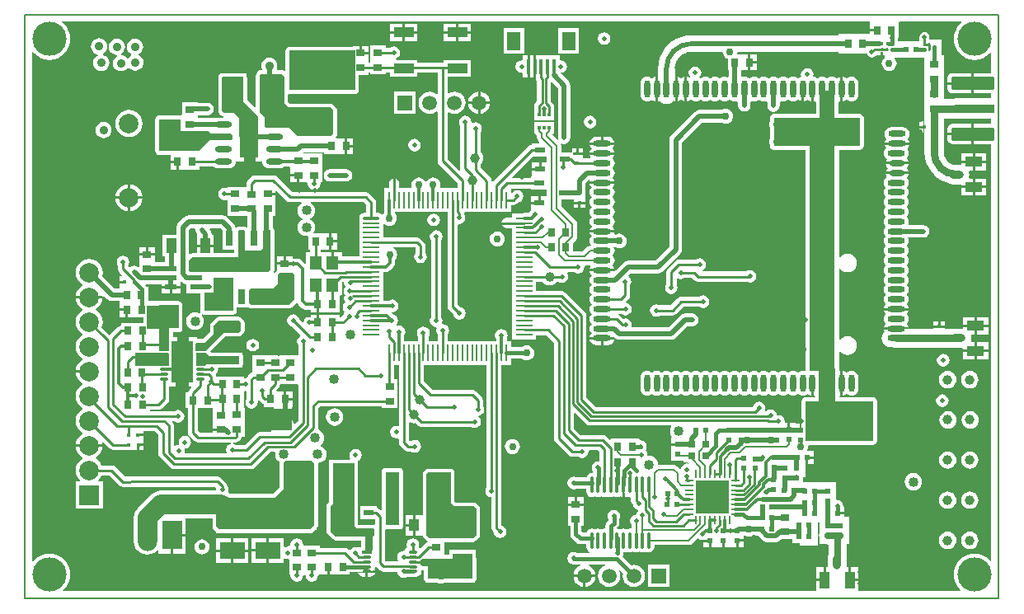
<source format=gtl>
%FSLAX25Y25*%
%MOIN*%
G70*
G01*
G75*
G04 Layer_Physical_Order=1*
G04 Layer_Color=255*
%ADD10C,0.03000*%
%ADD11C,0.02000*%
%ADD12R,0.01575X0.01181*%
%ADD13R,0.03937X0.02362*%
%ADD14R,0.07480X0.11811*%
%ADD15O,0.06890X0.02362*%
%ADD16O,0.01378X0.06693*%
%ADD17R,0.02362X0.02362*%
%ADD18R,0.13386X0.13386*%
%ADD19O,0.00984X0.03740*%
%ADD20O,0.03740X0.00984*%
%ADD21R,0.03347X0.02756*%
%ADD22R,0.02756X0.03347*%
%ADD23R,0.02362X0.02362*%
%ADD24R,0.03937X0.07087*%
%ADD25O,0.03150X0.05906*%
%ADD26R,0.03150X0.02559*%
%ADD27R,0.01181X0.01575*%
%ADD28R,0.07087X0.03937*%
%ADD29O,0.05906X0.03150*%
%ADD30C,0.03937*%
%ADD31R,0.10000X0.07000*%
%ADD32R,0.04724X0.09843*%
%ADD33R,0.07874X0.07874*%
%ADD34R,0.03937X0.05906*%
%ADD35R,0.03937X0.05118*%
%ADD36R,0.08898X0.25590*%
%ADD37R,0.01063X0.06693*%
%ADD38R,0.06693X0.01063*%
%ADD39O,0.06693X0.01063*%
%ADD40R,0.07087X0.07874*%
%ADD41R,0.04803X0.02441*%
%ADD42R,0.08661X0.16929*%
%ADD43O,0.03740X0.01378*%
%ADD44R,0.04724X0.03150*%
%ADD45R,0.04800X0.05600*%
%ADD46R,0.02500X0.05906*%
%ADD47O,0.03937X0.01181*%
%ADD48R,0.03937X0.01181*%
%ADD49R,0.07874X0.07874*%
%ADD50R,0.01575X0.05906*%
%ADD51R,0.07874X0.03937*%
%ADD52R,0.01200X0.01800*%
G04:AMPARAMS|DCode=53|XSize=35.43mil|YSize=157.48mil|CornerRadius=1.77mil|HoleSize=0mil|Usage=FLASHONLY|Rotation=90.000|XOffset=0mil|YOffset=0mil|HoleType=Round|Shape=RoundedRectangle|*
%AMROUNDEDRECTD53*
21,1,0.03543,0.15394,0,0,90.0*
21,1,0.03189,0.15748,0,0,90.0*
1,1,0.00354,0.07697,0.01595*
1,1,0.00354,0.07697,-0.01595*
1,1,0.00354,-0.07697,-0.01595*
1,1,0.00354,-0.07697,0.01595*
%
%ADD53ROUNDEDRECTD53*%
%ADD54R,0.00984X0.01299*%
%ADD55R,0.02362X0.01969*%
%ADD56R,0.00984X0.01575*%
%ADD57O,0.02362X0.07087*%
%ADD58O,0.07087X0.02362*%
%ADD59O,0.06299X0.02362*%
%ADD60C,0.01000*%
%ADD61C,0.01500*%
%ADD62C,0.00800*%
%ADD63C,0.01200*%
%ADD64C,0.02500*%
%ADD65C,0.08000*%
%ADD66R,0.04800X0.04800*%
%ADD67R,0.04169X0.04500*%
%ADD68R,0.11300X0.08500*%
%ADD69R,0.04900X0.04500*%
%ADD70R,0.05658X0.04458*%
%ADD71R,0.27300X0.16100*%
%ADD72R,0.06600X0.19900*%
%ADD73R,0.05000X0.07173*%
%ADD74R,0.08700X0.05400*%
%ADD75R,0.08100X0.13300*%
%ADD76R,0.05700X0.21700*%
%ADD77R,0.10400X0.95500*%
%ADD78R,0.06200X0.14700*%
%ADD79R,0.04200X0.18700*%
%ADD80R,0.06700X0.09800*%
%ADD81R,0.06000X0.09600*%
%ADD82R,0.10500X0.06400*%
%ADD83R,0.18000X0.08400*%
%ADD84R,0.26500X0.16000*%
%ADD85R,0.34969X0.11400*%
%ADD86C,0.00500*%
%ADD87R,0.07874X0.07874*%
%ADD88C,0.07874*%
%ADD89R,0.05906X0.05906*%
%ADD90C,0.05906*%
%ADD91R,0.07874X0.11811*%
%ADD92O,0.07874X0.11811*%
%ADD93C,0.13780*%
%ADD94R,0.05315X0.07284*%
%ADD95C,0.01969*%
G04:AMPARAMS|DCode=96|XSize=51.18mil|YSize=173.23mil|CornerRadius=2.56mil|HoleSize=0mil|Usage=FLASHONLY|Rotation=90.000|XOffset=0mil|YOffset=0mil|HoleType=Round|Shape=RoundedRectangle|*
%AMROUNDEDRECTD96*
21,1,0.05118,0.16811,0,0,90.0*
21,1,0.04606,0.17323,0,0,90.0*
1,1,0.00512,0.08406,0.02303*
1,1,0.00512,0.08406,-0.02303*
1,1,0.00512,-0.08406,-0.02303*
1,1,0.00512,-0.08406,0.02303*
%
%ADD96ROUNDEDRECTD96*%
%ADD97C,0.02000*%
%ADD98C,0.03000*%
%ADD99C,0.04000*%
%ADD100C,0.03500*%
%ADD101C,0.02598*%
G36*
X97698Y187408D02*
Y176602D01*
X99500Y174800D01*
X116400D01*
X117595Y173605D01*
Y164095D01*
X116800Y163300D01*
X103000D01*
X99800Y166500D01*
X90600D01*
X89700Y167400D01*
Y170800D01*
X87800Y172700D01*
Y187800D01*
X88406Y188406D01*
X96700D01*
X97698Y187408D01*
D02*
G37*
G36*
X98658Y137058D02*
X99320Y136616D01*
X100100Y136461D01*
X104553D01*
X104713Y135987D01*
X104204Y135596D01*
X103643Y134865D01*
X103290Y134014D01*
X103170Y133100D01*
X103290Y132186D01*
X103643Y131335D01*
X104204Y130604D01*
X104935Y130043D01*
X105159Y129950D01*
Y129450D01*
X104935Y129357D01*
X104204Y128796D01*
X103643Y128065D01*
X103290Y127214D01*
X103170Y126300D01*
X103290Y125386D01*
X103643Y124535D01*
X104204Y123804D01*
X104935Y123243D01*
X105786Y122890D01*
X106700Y122770D01*
X107072Y122819D01*
X107448Y122489D01*
Y117408D01*
X108287D01*
Y116081D01*
X106532D01*
Y111750D01*
X106070Y111558D01*
X104514Y113114D01*
X103819Y113578D01*
X103000Y113741D01*
X101005D01*
Y114478D01*
X98331D01*
Y111599D01*
X97833D01*
Y111100D01*
X94658D01*
Y108722D01*
X94658Y108722D01*
X94658D01*
X94658Y108721D01*
X93929Y107992D01*
X93542Y108309D01*
X93613Y108415D01*
X93729Y109000D01*
Y125100D01*
X93632Y125588D01*
X93613Y125685D01*
X93281Y126181D01*
X93212Y126251D01*
Y126293D01*
X93170D01*
X93011Y126452D01*
Y131017D01*
X94170D01*
Y136772D01*
D01*
Y136772D01*
X94170Y136772D01*
Y136922D01*
X94170D01*
Y139300D01*
X90996D01*
Y140300D01*
X94170D01*
Y140893D01*
X94632Y141084D01*
X98658Y137058D01*
D02*
G37*
G36*
X81200Y186700D02*
Y177300D01*
X87300Y171200D01*
Y163400D01*
X86600Y162700D01*
X80300D01*
X79600Y163400D01*
Y170400D01*
X77400Y172600D01*
X73400D01*
X72600Y173400D01*
Y187000D01*
X72700Y187100D01*
X80800D01*
X81200Y186700D01*
D02*
G37*
G36*
X82200Y60251D02*
X82579Y59940D01*
Y57030D01*
X82263Y56557D01*
X82069Y55582D01*
X82263Y54606D01*
X82816Y53780D01*
X83643Y53227D01*
X84618Y53033D01*
X85594Y53227D01*
X86421Y53780D01*
X86973Y54606D01*
X87167Y55582D01*
X87047Y56184D01*
X87135Y56242D01*
X87486Y56430D01*
X88458Y55458D01*
X89120Y55016D01*
X89348Y54971D01*
Y53727D01*
X93513D01*
X93611Y53236D01*
X93058Y53007D01*
X92473Y52559D01*
X92024Y51974D01*
X91742Y51293D01*
X91712Y51062D01*
X94470D01*
Y50062D01*
X91712D01*
X91742Y49832D01*
X92024Y49150D01*
X92473Y48566D01*
X92624Y48450D01*
Y47950D01*
X92473Y47834D01*
X92024Y47249D01*
X91742Y46569D01*
X91712Y46338D01*
X94470D01*
Y45338D01*
X91712D01*
X91742Y45107D01*
X92024Y44426D01*
X92361Y43988D01*
X92140Y43539D01*
X87782D01*
X87002Y43384D01*
X86340Y42942D01*
X81737Y38339D01*
X78148D01*
X77675Y38655D01*
X76700Y38849D01*
Y38907D01*
X77054Y39261D01*
X78000D01*
X78780Y39416D01*
X79442Y39858D01*
X80042Y40458D01*
X80484Y41120D01*
X80603Y41717D01*
X81773D01*
Y47269D01*
X81773Y47269D01*
D01*
D01*
X81773Y47472D01*
Y47488D01*
Y47547D01*
X81773Y47622D01*
X81773Y47826D01*
X81773Y47826D01*
X81773D01*
Y53378D01*
X81478D01*
Y53627D01*
X81478D01*
Y59973D01*
X81478D01*
Y60001D01*
X81864Y60318D01*
X82200Y60251D01*
D02*
G37*
G36*
X339932Y195913D02*
X340514D01*
Y195050D01*
X340514Y195050D01*
X340514D01*
X340525Y195019D01*
X340160Y194740D01*
X339680Y194113D01*
X339377Y193383D01*
X339274Y192600D01*
X339377Y191817D01*
X339680Y191087D01*
X340160Y190460D01*
X340787Y189980D01*
X341517Y189677D01*
X342300Y189574D01*
X343083Y189677D01*
X343813Y189980D01*
X344440Y190460D01*
X344920Y191087D01*
X345223Y191817D01*
X345326Y192600D01*
X345223Y193383D01*
X344920Y194113D01*
X344440Y194740D01*
X344545Y195050D01*
X345688D01*
Y194854D01*
X356496D01*
Y188565D01*
Y184046D01*
X356465D01*
Y176565D01*
Y170660D01*
X356605D01*
Y169187D01*
X356604D01*
Y166899D01*
Y164613D01*
X356605D01*
Y156632D01*
X356598D01*
X356756Y154624D01*
X357226Y152666D01*
X357997Y150805D01*
X359049Y149088D01*
X360357Y147557D01*
X361888Y146249D01*
X363605Y145197D01*
X365466Y144426D01*
X366029Y144291D01*
X366068Y144261D01*
X367026Y143864D01*
X368054Y143729D01*
X370810D01*
X371099Y143767D01*
X371475Y143437D01*
Y143082D01*
X376018D01*
Y146051D01*
X374838D01*
X374560Y146466D01*
X374645Y146672D01*
X374780Y147700D01*
X374645Y148728D01*
X374560Y148934D01*
X374838Y149349D01*
X376018D01*
Y152318D01*
X371475D01*
Y151962D01*
X371099Y151633D01*
X370810Y151671D01*
X368656D01*
X368121Y151741D01*
X366900Y152247D01*
X365852Y153052D01*
X365047Y154100D01*
X364541Y155321D01*
X364382Y156530D01*
X364395Y156632D01*
Y170405D01*
X368108D01*
X368244Y170314D01*
X369235Y170116D01*
X383647D01*
Y168157D01*
X376644D01*
Y164063D01*
Y159970D01*
X383647D01*
Y-8467D01*
X383176Y-8635D01*
X382751Y-8117D01*
X381473Y-7068D01*
X380016Y-6289D01*
X378434Y-5810D01*
X376790Y-5648D01*
X375145Y-5810D01*
X373564Y-6289D01*
X372106Y-7068D01*
X370829Y-8117D01*
X369780Y-9394D01*
X369001Y-10852D01*
X368521Y-12433D01*
X368359Y-14078D01*
X368521Y-15723D01*
X369001Y-17304D01*
X369780Y-18762D01*
X370829Y-20039D01*
X371323Y-20445D01*
X371155Y-20916D01*
X329887D01*
Y-16787D01*
X326417D01*
Y-16288D01*
X325918D01*
Y-11243D01*
X325563D01*
X325233Y-10867D01*
X325271Y-10578D01*
Y-7822D01*
X325136Y-6794D01*
X325043Y-6572D01*
Y-1880D01*
X326043D01*
Y903D01*
X326143Y1663D01*
X326043Y2423D01*
Y9143D01*
X324181D01*
Y10100D01*
X321499D01*
Y11100D01*
X324181D01*
Y13281D01*
X323794D01*
Y13700D01*
X323620Y14578D01*
X323122Y15322D01*
X322378Y15820D01*
X321500Y15994D01*
X321330Y15960D01*
X320943Y16277D01*
Y23180D01*
X315743D01*
Y23243D01*
X307481D01*
Y25257D01*
X308343D01*
Y29657D01*
X308606D01*
Y30519D01*
X308607D01*
Y33201D01*
X308999D01*
Y33700D01*
X311681D01*
Y35881D01*
X309544D01*
X309266Y36297D01*
X309523Y36917D01*
X309626Y37700D01*
X309587Y37995D01*
X309917Y38371D01*
X335800D01*
X336385Y38487D01*
X336881Y38819D01*
X337213Y39315D01*
X337329Y39900D01*
Y56000D01*
X337213Y56585D01*
X336881Y57081D01*
X336385Y57413D01*
X335800Y57529D01*
X322318D01*
X322142Y57997D01*
X322505Y58316D01*
X322635Y58299D01*
Y63299D01*
Y68301D01*
X322505Y68284D01*
X322129Y68613D01*
Y69200D01*
X322029Y69703D01*
Y75970D01*
X322503Y76131D01*
X322791Y75755D01*
X323579Y75150D01*
X324497Y74770D01*
X325481Y74641D01*
X326466Y74770D01*
X327383Y75150D01*
X328171Y75755D01*
X328776Y76543D01*
X329156Y77460D01*
X329285Y78445D01*
X329156Y79430D01*
X328776Y80347D01*
X328171Y81135D01*
X327383Y81739D01*
X326466Y82120D01*
X325481Y82249D01*
X324497Y82120D01*
X323579Y81739D01*
X322791Y81135D01*
X322503Y80759D01*
X322029Y80920D01*
Y109434D01*
X322503Y109595D01*
X322791Y109220D01*
X323579Y108615D01*
X324497Y108235D01*
X325481Y108105D01*
X326466Y108235D01*
X327383Y108615D01*
X328171Y109220D01*
X328776Y110007D01*
X329156Y110925D01*
X329285Y111909D01*
X329156Y112894D01*
X328776Y113812D01*
X328171Y114599D01*
X327383Y115204D01*
X326466Y115584D01*
X325481Y115714D01*
X324497Y115584D01*
X323579Y115204D01*
X322791Y114599D01*
X322503Y114224D01*
X322029Y114384D01*
Y157671D01*
X330500D01*
X331085Y157787D01*
X331581Y158119D01*
X331913Y158615D01*
X332029Y159200D01*
Y170600D01*
X331913Y171185D01*
X331581Y171681D01*
X331085Y172013D01*
X330500Y172129D01*
X321929D01*
Y176983D01*
X322345Y177260D01*
X322435Y177223D01*
X322635Y177197D01*
Y182197D01*
Y187198D01*
X322435Y187172D01*
X321782Y186902D01*
X321222Y186472D01*
Y186472D01*
X321110D01*
X320550Y186902D01*
X319898Y187172D01*
X319198Y187264D01*
X318498Y187172D01*
X317846Y186902D01*
X317285Y186472D01*
X317173D01*
X316613Y186902D01*
X315961Y187172D01*
X315261Y187264D01*
X314561Y187172D01*
X313909Y186902D01*
X313349Y186472D01*
X313236D01*
X312676Y186902D01*
X312023Y187172D01*
X311934Y187184D01*
X311643Y187590D01*
X311743Y188094D01*
X311549Y189070D01*
X310997Y189897D01*
X310170Y190449D01*
X309194Y190644D01*
X308219Y190449D01*
X307392Y189897D01*
X306839Y189070D01*
X306645Y188094D01*
X306798Y187327D01*
X306687Y187172D01*
X306034Y186902D01*
X305474Y186472D01*
X305362D01*
X304802Y186902D01*
X304150Y187172D01*
X303450Y187264D01*
X302750Y187172D01*
X302098Y186902D01*
X301537Y186472D01*
X301425D01*
X300865Y186902D01*
X300213Y187172D01*
X299513Y187264D01*
X298813Y187172D01*
X298161Y186902D01*
X297600Y186472D01*
X297488D01*
X296928Y186902D01*
X296275Y187172D01*
X295576Y187264D01*
X294876Y187172D01*
X294223Y186902D01*
X293663Y186472D01*
X293551D01*
X292991Y186902D01*
X292338Y187172D01*
X291639Y187264D01*
X290939Y187172D01*
X290286Y186902D01*
X289726Y186472D01*
X289614D01*
X289054Y186902D01*
X288402Y187172D01*
X287702Y187264D01*
X287002Y187172D01*
X286350Y186902D01*
X285789Y186472D01*
X285677D01*
X285117Y186902D01*
X284465Y187172D01*
X283765Y187264D01*
X283065Y187172D01*
X282859Y187087D01*
X282443Y187365D01*
Y189827D01*
X282772Y189827D01*
D01*
D01*
Y189827D01*
X282772D01*
X282922D01*
X283126Y189827D01*
X283126Y189827D01*
Y189827D01*
X285300D01*
Y192999D01*
Y196173D01*
X283126D01*
X283126Y196173D01*
Y196173D01*
X282922Y196173D01*
X282847D01*
X282772D01*
X282569Y196173D01*
X282569Y196173D01*
Y196173D01*
X281239D01*
X280909Y196549D01*
X280996Y197209D01*
X321986D01*
Y196565D01*
X333367D01*
X333416Y196320D01*
X333858Y195658D01*
X334520Y195216D01*
X335300Y195061D01*
X336080Y195216D01*
X336742Y195658D01*
X336996Y195913D01*
X337439Y195913D01*
Y195913D01*
X338931D01*
Y197214D01*
X339478Y197286D01*
X339782Y197412D01*
X339932D01*
Y195913D01*
D02*
G37*
G36*
X219758Y46758D02*
X220420Y46316D01*
X221200Y46161D01*
X254073D01*
X254294Y45712D01*
X254164Y45543D01*
X253812Y44692D01*
X253692Y43778D01*
X253812Y42865D01*
X254164Y42013D01*
X254507Y41567D01*
X254286Y41118D01*
X254019D01*
Y38937D01*
X256701D01*
Y37937D01*
X254019D01*
Y35756D01*
Y31819D01*
X259272D01*
Y31257D01*
X260946D01*
X261203Y30828D01*
X261109Y30653D01*
X260600Y30755D01*
X259625Y30560D01*
X258798Y30008D01*
X258245Y29181D01*
X258152Y28712D01*
X257673Y28566D01*
X256570Y29670D01*
X255941Y30090D01*
X255200Y30237D01*
X250067D01*
X248830Y30400D01*
X248710Y31314D01*
X248357Y32165D01*
X247796Y32896D01*
X247065Y33457D01*
X246214Y33810D01*
X245300Y33930D01*
X244982Y33888D01*
X244640Y34253D01*
X244649Y34300D01*
X244455Y35276D01*
X243902Y36102D01*
X243721Y36224D01*
X244055Y36724D01*
X244249Y37700D01*
X244055Y38675D01*
X243502Y39502D01*
X242675Y40055D01*
X241700Y40249D01*
X241320Y40560D01*
Y40873D01*
X235565D01*
D01*
D01*
X235565Y40873D01*
X235415D01*
Y40873D01*
X229659D01*
Y40578D01*
X229197Y40387D01*
X227842Y41742D01*
X227180Y42184D01*
X226400Y42339D01*
X217545D01*
X214839Y45045D01*
Y51024D01*
X215301Y51215D01*
X219758Y46758D01*
D02*
G37*
G36*
X203963Y152507D02*
X201700D01*
Y149825D01*
X201201D01*
Y149326D01*
X197731D01*
Y147145D01*
X197731D01*
Y147135D01*
X197378Y146781D01*
X197363D01*
Y146139D01*
X189876D01*
X189685Y146601D01*
X198103Y155019D01*
X203963D01*
Y152507D01*
D02*
G37*
G36*
X80200Y87800D02*
Y84600D01*
X79300Y83700D01*
X73300D01*
X66000Y76400D01*
X61800D01*
Y79200D01*
X62200Y79600D01*
X65500D01*
X69300Y83400D01*
Y86600D01*
X71300Y88600D01*
X79400D01*
X80200Y87800D01*
D02*
G37*
G36*
X109900Y30900D02*
Y5700D01*
X108300Y4100D01*
X71400D01*
X70200Y5300D01*
Y15500D01*
X71700Y17000D01*
X93900D01*
X97500Y20600D01*
Y31300D01*
X97400Y31400D01*
X98000Y32000D01*
X108800D01*
X109900Y30900D01*
D02*
G37*
G36*
X51000Y75300D02*
Y70500D01*
X50700Y70200D01*
X37400D01*
Y75600D01*
X50700D01*
X51000Y75300D01*
D02*
G37*
G36*
X67500Y74200D02*
X79500D01*
Y71000D01*
X66508D01*
X65400Y70200D01*
X62300D01*
X62000Y70500D01*
Y75400D01*
X62100Y75500D01*
X66200D01*
X67500Y74200D01*
D02*
G37*
G36*
X103361Y62463D02*
Y47945D01*
X102258Y46842D01*
X101767Y46939D01*
X101639Y47249D01*
X101190Y47834D01*
X101039Y47950D01*
Y48450D01*
X101190Y48566D01*
X101639Y49150D01*
X101921Y49832D01*
X101951Y50062D01*
X99193D01*
Y51062D01*
X101951D01*
X101921Y51293D01*
X101639Y51974D01*
X101190Y52559D01*
X100680Y52950D01*
Y53727D01*
X101010D01*
Y56400D01*
X98131D01*
Y56899D01*
X97632D01*
Y60073D01*
X95458D01*
X95458Y60073D01*
Y60073D01*
X95253Y60073D01*
X95179D01*
X95104D01*
X94900Y60073D01*
X94900Y60073D01*
Y60073D01*
X94810D01*
X94619Y60535D01*
X95473Y61390D01*
X95915Y62051D01*
X96068Y62817D01*
X103007D01*
X103361Y62463D01*
D02*
G37*
G36*
X130887Y135429D02*
Y132093D01*
X130111D01*
X129318Y131936D01*
X128647Y131487D01*
X128198Y130815D01*
X128040Y130022D01*
X128080Y129822D01*
Y128117D01*
Y124179D01*
Y120116D01*
Y118148D01*
Y116180D01*
Y114447D01*
X121078D01*
Y116081D01*
X117678D01*
Y111780D01*
X116678D01*
Y116081D01*
X112365D01*
Y117408D01*
X113204D01*
X113204Y117408D01*
Y117408D01*
X113204D01*
X113354D01*
X113558Y117408D01*
X113558Y117408D01*
Y117408D01*
X115732D01*
Y120580D01*
Y123754D01*
X113558D01*
X113558Y123754D01*
Y123754D01*
X113354Y123754D01*
X113279D01*
X113204D01*
X113000Y123754D01*
X113000Y123754D01*
Y123754D01*
X109723D01*
X109502Y124203D01*
X109757Y124535D01*
X110110Y125386D01*
X110230Y126300D01*
X110110Y127214D01*
X109757Y128065D01*
X109196Y128796D01*
X108465Y129357D01*
X108241Y129450D01*
Y129950D01*
X108465Y130043D01*
X109196Y130604D01*
X109757Y131335D01*
X110110Y132186D01*
X110230Y133100D01*
X110110Y134014D01*
X109757Y134865D01*
X109196Y135596D01*
X108465Y136157D01*
X108526Y136461D01*
X129855D01*
X130887Y135429D01*
D02*
G37*
G36*
X56485Y104111D02*
X57312Y103558D01*
X58287Y103364D01*
X58316D01*
Y103192D01*
Y99452D01*
X63671D01*
Y92500D01*
X63787Y91915D01*
X63900Y91745D01*
X63535Y91403D01*
X63465Y91457D01*
X62614Y91810D01*
X61700Y91930D01*
X60786Y91810D01*
X59935Y91457D01*
X59204Y90896D01*
X58643Y90165D01*
X58290Y89314D01*
X58170Y88400D01*
X58290Y87486D01*
X58643Y86635D01*
X59204Y85904D01*
X59935Y85343D01*
X60786Y84990D01*
X61700Y84870D01*
X62614Y84990D01*
X63465Y85343D01*
X64196Y85904D01*
X64757Y86635D01*
X65110Y87486D01*
X65230Y88400D01*
X65110Y89314D01*
X64757Y90165D01*
X64380Y90657D01*
X64644Y91081D01*
X65200Y90971D01*
X77100D01*
X77685Y91087D01*
X78181Y91419D01*
X78513Y91915D01*
X78629Y92500D01*
Y93765D01*
X82712D01*
Y93765D01*
X83448D01*
X83715Y93587D01*
X84300Y93471D01*
X99700D01*
X100285Y93587D01*
X100781Y93919D01*
X102552Y95689D01*
X103049Y95640D01*
X103486Y94986D01*
X104886Y93586D01*
X105581Y93122D01*
X106400Y92959D01*
X108422D01*
Y91927D01*
X110800D01*
Y95101D01*
X111800D01*
Y91927D01*
X114178D01*
Y91927D01*
X114178D01*
X114178Y91927D01*
X114328D01*
Y91927D01*
X120083D01*
Y98273D01*
X120083D01*
Y98397D01*
X120437Y98750D01*
X121078D01*
Y104067D01*
X121217Y104205D01*
X121716Y104181D01*
X121886Y103974D01*
X121851Y103800D01*
X122045Y102824D01*
X122450Y102218D01*
X121950Y101470D01*
X121756Y100495D01*
X121950Y99519D01*
X122330Y98952D01*
X122145Y98676D01*
X121951Y97700D01*
X122145Y96724D01*
X122586Y96065D01*
X122206Y95810D01*
X121653Y94984D01*
X121459Y94008D01*
X121653Y93033D01*
X122206Y92206D01*
X122271Y92162D01*
X121745Y91375D01*
X121634Y90818D01*
X120755Y89939D01*
X120015D01*
Y91073D01*
X114259D01*
D01*
D01*
X114259Y91073D01*
X114109D01*
Y91073D01*
X111732D01*
Y87899D01*
X110731D01*
Y91073D01*
X108353D01*
Y90041D01*
X107700D01*
X106881Y89878D01*
X106186Y89414D01*
X105722Y88719D01*
X105567Y87941D01*
X105088Y87795D01*
X103866Y89018D01*
X103755Y89575D01*
X103202Y90402D01*
X102375Y90955D01*
X101400Y91149D01*
X100425Y90955D01*
X99598Y90402D01*
X99045Y89575D01*
X98851Y88600D01*
X99045Y87625D01*
X99598Y86798D01*
X100425Y86245D01*
X100982Y86134D01*
X104268Y82848D01*
X104219Y82351D01*
X103698Y82002D01*
X103145Y81176D01*
X102951Y80200D01*
X103145Y79224D01*
X103361Y78902D01*
Y74478D01*
X103361D01*
X103205D01*
X103007Y74478D01*
X103007Y74478D01*
Y74478D01*
X84858D01*
Y68722D01*
X84858Y68722D01*
X84858Y68572D01*
X84858D01*
Y67627D01*
X84642Y67584D01*
X84614Y67578D01*
X83953Y67136D01*
X83176Y66360D01*
X82734Y65698D01*
X82716Y65607D01*
X82300Y65329D01*
X82200Y65349D01*
X81864Y65282D01*
X81478Y65599D01*
Y65973D01*
X75926D01*
X75926Y65973D01*
Y65973D01*
X75722Y65973D01*
X75647D01*
X75572D01*
X75368Y65973D01*
X75368Y65973D01*
Y65973D01*
X70305D01*
X70184Y66580D01*
X70140Y66646D01*
X70237Y67137D01*
X70250Y67145D01*
X70802Y67972D01*
X70996Y68947D01*
X70969Y69084D01*
X71286Y69471D01*
X73169D01*
Y69439D01*
X80894D01*
Y70386D01*
X80913Y70415D01*
X81029Y71000D01*
Y74200D01*
X80913Y74785D01*
X80894Y74814D01*
Y75589D01*
X80121D01*
X80085Y75613D01*
X79500Y75729D01*
X68146D01*
X67954Y76191D01*
X73934Y82171D01*
X79300D01*
X79885Y82287D01*
X80381Y82619D01*
X80588Y82825D01*
X80894D01*
Y83131D01*
X81281Y83519D01*
X81613Y84015D01*
X81729Y84600D01*
Y87800D01*
X81613Y88385D01*
X81281Y88881D01*
X80481Y89681D01*
X79985Y90013D01*
X79400Y90129D01*
X71300D01*
X70715Y90013D01*
X70219Y89681D01*
X68219Y87681D01*
X67887Y87185D01*
X67771Y86600D01*
Y84034D01*
X64867Y81129D01*
X62362D01*
Y81865D01*
X57032D01*
Y71899D01*
Y61935D01*
X60098D01*
X60290Y61474D01*
X59358Y60542D01*
X58916Y59880D01*
X58855Y59573D01*
X57922D01*
Y53227D01*
X58761D01*
Y43400D01*
X58916Y42620D01*
X59358Y41958D01*
X61458Y39858D01*
X62120Y39416D01*
X62900Y39261D01*
X76220D01*
X76269Y38763D01*
X75725Y38655D01*
X74898Y38102D01*
X74345Y37275D01*
X74151Y36300D01*
X74345Y35324D01*
X74375Y35280D01*
X74139Y34839D01*
X57752D01*
X57435Y35226D01*
X57549Y35800D01*
X57470Y36197D01*
X57600Y36851D01*
X58575Y37045D01*
X59402Y37598D01*
X59955Y38425D01*
X60149Y39400D01*
X59955Y40376D01*
X59402Y41202D01*
X58575Y41755D01*
X57600Y41949D01*
X56625Y41755D01*
X55798Y41202D01*
X55245Y40376D01*
X55051Y39400D01*
X55130Y39003D01*
X55036Y38527D01*
X54903Y38330D01*
X54024Y38155D01*
X53480Y37791D01*
X53039Y38027D01*
Y46100D01*
X53039Y46100D01*
X52884Y46880D01*
X52442Y47542D01*
X52574Y47861D01*
X53352D01*
X53825Y47545D01*
X54800Y47351D01*
X55775Y47545D01*
X56602Y48098D01*
X57155Y48924D01*
X57349Y49900D01*
X57155Y50876D01*
X56602Y51702D01*
X55775Y52255D01*
X54800Y52449D01*
X53825Y52255D01*
X53352Y51939D01*
X43378D01*
Y52461D01*
X46800D01*
X47580Y52616D01*
X48242Y53058D01*
X48242Y53058D01*
X48242Y53058D01*
X50591Y55408D01*
X51034Y56069D01*
X51189Y56850D01*
X51189Y56850D01*
X51189Y56850D01*
Y56850D01*
Y61935D01*
X56032D01*
Y71899D01*
Y81865D01*
X52729D01*
Y83771D01*
X55000D01*
X55585Y83887D01*
X56081Y84219D01*
X56413Y84715D01*
X56529Y85300D01*
Y94900D01*
X56413Y95485D01*
X56081Y95981D01*
X55585Y96313D01*
X55000Y96429D01*
X42778D01*
Y102173D01*
X42132D01*
X42125Y102209D01*
X41628Y102954D01*
X41798Y103364D01*
X48001D01*
Y103192D01*
Y102673D01*
X55805D01*
Y103192D01*
Y104137D01*
X56266Y104329D01*
X56485Y104111D01*
D02*
G37*
G36*
X334517Y209173D02*
X334517D01*
Y206500D01*
X337396D01*
Y205500D01*
X334517D01*
Y204635D01*
X321986D01*
Y203991D01*
X262268D01*
Y204004D01*
X260172Y203838D01*
X258127Y203347D01*
X256183Y202543D01*
X254390Y201444D01*
X252791Y200078D01*
X251425Y198478D01*
X250326Y196685D01*
X249521Y194742D01*
X249030Y192697D01*
X248865Y190600D01*
X248877D01*
Y187571D01*
X248502Y187242D01*
X248832Y187198D01*
Y185522D01*
X248816Y185485D01*
X248694Y184560D01*
Y182197D01*
Y179835D01*
X248816Y178910D01*
X248832Y178874D01*
Y177197D01*
X249031Y177223D01*
X249620Y177467D01*
X249741Y177308D01*
X250482Y176740D01*
X251343Y176383D01*
X252269Y176262D01*
X253193Y176383D01*
X254055Y176740D01*
X254796Y177308D01*
X254917Y177467D01*
X255506Y177223D01*
X255705Y177197D01*
Y178874D01*
X255721Y178910D01*
X255843Y179835D01*
Y182197D01*
Y184560D01*
X255721Y185485D01*
X255705Y185522D01*
Y187198D01*
X256035Y187242D01*
X255660Y187571D01*
Y190600D01*
X255654Y190647D01*
X255776Y191891D01*
X256153Y193133D01*
X256764Y194278D01*
X257588Y195281D01*
X258591Y196104D01*
X259735Y196716D01*
X260977Y197092D01*
X262221Y197215D01*
X262268Y197209D01*
X274963D01*
X275057Y196496D01*
X275359Y195767D01*
X275840Y195140D01*
X276467Y194659D01*
X277016Y194431D01*
Y189827D01*
X277345D01*
Y187309D01*
X276930Y187031D01*
X276590Y187172D01*
X275891Y187264D01*
X275191Y187172D01*
X274538Y186902D01*
X273978Y186472D01*
X273866D01*
X273306Y186902D01*
X272654Y187172D01*
X271954Y187264D01*
X271254Y187172D01*
X270601Y186902D01*
X270041Y186472D01*
X269929D01*
Y186472D01*
X269369Y186902D01*
X268716Y187172D01*
X268017Y187264D01*
X267317Y187172D01*
X266664Y186902D01*
X266104Y186472D01*
Y186472D01*
X265992D01*
X265595Y186776D01*
X265602Y186998D01*
X266155Y187824D01*
X266349Y188800D01*
X266155Y189776D01*
X265602Y190602D01*
X264775Y191155D01*
X263800Y191349D01*
X262825Y191155D01*
X261998Y190602D01*
X261445Y189776D01*
X261251Y188800D01*
X261445Y187824D01*
X261798Y187297D01*
X261720Y187196D01*
X261483Y186907D01*
X260842Y187172D01*
X260643Y187198D01*
Y182197D01*
Y177197D01*
X260842Y177223D01*
X261495Y177494D01*
X262055Y177923D01*
X262167D01*
X262727Y177494D01*
X263380Y177223D01*
X264079Y177131D01*
X264779Y177223D01*
X265432Y177494D01*
X265992Y177923D01*
Y177923D01*
X266104D01*
X266664Y177494D01*
X267317Y177223D01*
X268017Y177131D01*
X268716Y177223D01*
X269369Y177494D01*
X269929Y177923D01*
X270041D01*
Y177923D01*
X270601Y177494D01*
X271254Y177223D01*
X271954Y177131D01*
X272654Y177223D01*
X273306Y177494D01*
X273866Y177923D01*
X273978D01*
X274538Y177494D01*
X275191Y177223D01*
X275891Y177131D01*
X276590Y177223D01*
X277243Y177494D01*
X277803Y177923D01*
Y177923D01*
X277915D01*
X278475Y177494D01*
X279128Y177223D01*
X279828Y177131D01*
X280527Y177223D01*
X280800Y177336D01*
X281216Y177058D01*
Y175635D01*
X281410Y174660D01*
X281962Y173833D01*
X282789Y173281D01*
X283765Y173087D01*
X284740Y173281D01*
X285567Y173833D01*
X286120Y174660D01*
X286314Y175635D01*
Y177058D01*
X286729Y177336D01*
X287002Y177223D01*
X287702Y177131D01*
X288402Y177223D01*
X289054Y177494D01*
X289614Y177923D01*
X289726D01*
X290286Y177494D01*
X290939Y177223D01*
X291639Y177131D01*
X292338Y177223D01*
X292604Y177333D01*
X293020Y177055D01*
Y175568D01*
X293020Y175568D01*
X293020D01*
X293214Y174593D01*
X293766Y173766D01*
X294593Y173214D01*
X295568Y173020D01*
X296544Y173214D01*
X297371Y173766D01*
X297923Y174593D01*
X298117Y175568D01*
Y177061D01*
X298533Y177339D01*
X298813Y177223D01*
X299513Y177131D01*
X300213Y177223D01*
X300865Y177494D01*
X301425Y177923D01*
X301537D01*
X302098Y177494D01*
X302750Y177223D01*
X303450Y177131D01*
X304150Y177223D01*
X304802Y177494D01*
X305362Y177923D01*
X305474D01*
X306034Y177494D01*
X306687Y177223D01*
X306887Y177197D01*
Y182199D01*
X307887D01*
Y177197D01*
X308086Y177223D01*
X308739Y177494D01*
X309299Y177923D01*
X309412D01*
X309971Y177494D01*
X310624Y177223D01*
X310824Y177197D01*
Y182199D01*
X311824D01*
Y177197D01*
X312023Y177223D01*
X312255Y177319D01*
X312671Y177041D01*
Y172129D01*
X295532D01*
X294946Y172013D01*
X294450Y171681D01*
X294118Y171185D01*
X294002Y170600D01*
Y169255D01*
X293834Y168848D01*
X293722Y168000D01*
X293834Y167152D01*
X294002Y166745D01*
Y162014D01*
X293934Y161848D01*
X293822Y161000D01*
X293934Y160152D01*
X294002Y159986D01*
Y159200D01*
X294118Y158615D01*
X294450Y158119D01*
X294946Y157787D01*
X295532Y157671D01*
X308571D01*
Y68524D01*
X308155Y68246D01*
X308086Y68274D01*
X307387Y68366D01*
X306687Y68274D01*
X306034Y68004D01*
X305474Y67574D01*
X305362D01*
X304802Y68004D01*
X304150Y68274D01*
X303450Y68366D01*
X302750Y68274D01*
X302098Y68004D01*
X301537Y67574D01*
X301425D01*
X300865Y68004D01*
X300213Y68274D01*
X299513Y68366D01*
X298813Y68274D01*
X298161Y68004D01*
X297600Y67574D01*
X297488D01*
X296928Y68004D01*
X296275Y68274D01*
X295576Y68366D01*
X294876Y68274D01*
X294223Y68004D01*
X293663Y67574D01*
X293551D01*
X292991Y68004D01*
X292338Y68274D01*
X291639Y68366D01*
X290939Y68274D01*
X290286Y68004D01*
X289726Y67574D01*
X289614D01*
X289054Y68004D01*
X288402Y68274D01*
X287702Y68366D01*
X287002Y68274D01*
X286350Y68004D01*
X285789Y67574D01*
X285677D01*
X285117Y68004D01*
X284465Y68274D01*
X283765Y68366D01*
X283065Y68274D01*
X282412Y68004D01*
X281852Y67574D01*
X281740D01*
X281180Y68004D01*
X280527Y68274D01*
X279828Y68366D01*
X279128Y68274D01*
X278475Y68004D01*
X277915Y67574D01*
X277803D01*
X277243Y68004D01*
X276590Y68274D01*
X275891Y68366D01*
X275191Y68274D01*
X274538Y68004D01*
X273978Y67574D01*
X273866D01*
X273306Y68004D01*
X272654Y68274D01*
X271954Y68366D01*
X271254Y68274D01*
X270601Y68004D01*
X270041Y67574D01*
X269929D01*
X269369Y68004D01*
X268717Y68274D01*
X268017Y68366D01*
X267317Y68274D01*
X266664Y68004D01*
X266104Y67574D01*
X265992D01*
X265432Y68004D01*
X264779Y68274D01*
X264079Y68366D01*
X263380Y68274D01*
X262727Y68004D01*
X262167Y67574D01*
X262055D01*
X261495Y68004D01*
X260842Y68274D01*
X260142Y68366D01*
X259443Y68274D01*
X258790Y68004D01*
X258230Y67574D01*
X258118D01*
X257558Y68004D01*
X256905Y68274D01*
X256206Y68366D01*
X255506Y68274D01*
X254853Y68004D01*
X254293Y67574D01*
X254181D01*
X253621Y68004D01*
X252968Y68274D01*
X252269Y68366D01*
X251569Y68274D01*
X250916Y68004D01*
X250356Y67574D01*
X250244D01*
X249684Y68004D01*
X249031Y68274D01*
X248331Y68366D01*
X247632Y68274D01*
X246979Y68004D01*
X246419Y67574D01*
X246307D01*
X245747Y68004D01*
X245094Y68274D01*
X244394Y68366D01*
X243695Y68274D01*
X243042Y68004D01*
X242482Y67574D01*
X242053Y67014D01*
X241782Y66362D01*
X241690Y65662D01*
Y60938D01*
X241782Y60238D01*
X242053Y59586D01*
X242482Y59026D01*
X243042Y58596D01*
X243695Y58326D01*
X244394Y58234D01*
X245094Y58326D01*
X245747Y58596D01*
X246307Y59026D01*
X246419D01*
X246979Y58596D01*
X247632Y58326D01*
X248331Y58234D01*
X249031Y58326D01*
X249684Y58596D01*
X250244Y59026D01*
X250356D01*
X250916Y58596D01*
X251569Y58326D01*
X252269Y58234D01*
X252968Y58326D01*
X253621Y58596D01*
X254181Y59026D01*
X254293D01*
X254853Y58596D01*
X255506Y58326D01*
X256206Y58234D01*
X256905Y58326D01*
X257558Y58596D01*
X258118Y59026D01*
X258230D01*
X258790Y58596D01*
X259443Y58326D01*
X260142Y58234D01*
X260842Y58326D01*
X261495Y58596D01*
X262055Y59026D01*
X262167D01*
X262727Y58596D01*
X263380Y58326D01*
X264079Y58234D01*
X264779Y58326D01*
X265432Y58596D01*
X265992Y59026D01*
X266104D01*
X266664Y58596D01*
X267317Y58326D01*
X268017Y58234D01*
X268717Y58326D01*
X269369Y58596D01*
X269929Y59026D01*
X270041D01*
X270601Y58596D01*
X271254Y58326D01*
X271954Y58234D01*
X272654Y58326D01*
X273306Y58596D01*
X273866Y59026D01*
X273978D01*
X274538Y58596D01*
X275191Y58326D01*
X275891Y58234D01*
X276590Y58326D01*
X277243Y58596D01*
X277803Y59026D01*
X277915D01*
X278475Y58596D01*
X279128Y58326D01*
X279828Y58234D01*
X280527Y58326D01*
X281180Y58596D01*
X281740Y59026D01*
X281852D01*
X282412Y58596D01*
X283065Y58326D01*
X283765Y58234D01*
X284465Y58326D01*
X285117Y58596D01*
X285677Y59026D01*
X285789D01*
X286350Y58596D01*
X287002Y58326D01*
X287702Y58234D01*
X288402Y58326D01*
X289054Y58596D01*
X289614Y59026D01*
X289726D01*
X290286Y58596D01*
X290939Y58326D01*
X291639Y58234D01*
X292338Y58326D01*
X292991Y58596D01*
X293551Y59026D01*
X293663D01*
X294223Y58596D01*
X294876Y58326D01*
X295576Y58234D01*
X296275Y58326D01*
X296928Y58596D01*
X297488Y59026D01*
X297600D01*
X298161Y58596D01*
X298813Y58326D01*
X299513Y58234D01*
X300213Y58326D01*
X300865Y58596D01*
X301425Y59026D01*
X301537D01*
X302098Y58596D01*
X302750Y58326D01*
X303450Y58234D01*
X304150Y58326D01*
X304802Y58596D01*
X305362Y59026D01*
X305474D01*
X306034Y58596D01*
X306687Y58326D01*
X307387Y58234D01*
X308086Y58326D01*
X308739Y58596D01*
X309299Y59026D01*
X309412D01*
X309971Y58596D01*
X310624Y58326D01*
X310824Y58299D01*
Y63301D01*
X311824D01*
Y58299D01*
X312023Y58326D01*
X312055Y58339D01*
X312471Y58061D01*
Y57529D01*
X308500D01*
X307915Y57413D01*
X307419Y57081D01*
X307087Y56585D01*
X306971Y56000D01*
Y47018D01*
X306970D01*
Y44336D01*
X306100D01*
Y47018D01*
X304481D01*
Y47118D01*
X302300D01*
Y44436D01*
X301300D01*
Y47118D01*
X300407D01*
X300090Y47505D01*
X300149Y47800D01*
X299955Y48776D01*
X299402Y49602D01*
X298575Y50155D01*
X297600Y50349D01*
X297273Y50284D01*
X296857Y50562D01*
X296755Y51076D01*
X296202Y51902D01*
X295375Y52455D01*
X294400Y52649D01*
X293425Y52455D01*
X292653Y51939D01*
X292392D01*
X292075Y52326D01*
X292249Y53200D01*
X292055Y54176D01*
X291502Y55002D01*
X290675Y55555D01*
X289700Y55749D01*
X288724Y55555D01*
X287898Y55002D01*
X287345Y54176D01*
X287258Y53739D01*
X223745D01*
X219939Y57545D01*
Y90500D01*
X219784Y91280D01*
X219342Y91942D01*
X211316Y99968D01*
X210654Y100410D01*
X209874Y100565D01*
X199583D01*
Y102400D01*
Y104361D01*
X202193D01*
X202526Y103926D01*
X203251Y103370D01*
X204095Y103021D01*
X205000Y102902D01*
X205906Y103021D01*
X206749Y103370D01*
X207474Y103926D01*
X207807Y104361D01*
X208552D01*
X209025Y104045D01*
X210000Y103851D01*
X210976Y104045D01*
X211802Y104598D01*
X212355Y105424D01*
X212549Y106400D01*
X212355Y107376D01*
X212125Y107720D01*
X212361Y108161D01*
X215152D01*
X215624Y107845D01*
X216600Y107651D01*
X217576Y107845D01*
X218402Y108398D01*
X218955Y109224D01*
X219149Y110200D01*
X219093Y110483D01*
X219410Y110869D01*
X221435D01*
X221656Y110421D01*
X221580Y110321D01*
X221310Y109669D01*
X221284Y109469D01*
X231285D01*
X231259Y109669D01*
X230988Y110321D01*
X230559Y110881D01*
Y110994D01*
X230988Y111554D01*
X231259Y112206D01*
X231351Y112906D01*
X231259Y113606D01*
X230988Y114258D01*
X230559Y114819D01*
X230559D01*
Y114931D01*
X230988Y115491D01*
X231259Y116143D01*
X231351Y116843D01*
X231259Y117543D01*
X230988Y118195D01*
X231006Y118231D01*
X231574D01*
X231667Y118160D01*
X232397Y117858D01*
X233180Y117754D01*
X233963Y117858D01*
X234693Y118160D01*
X235320Y118641D01*
X235801Y119267D01*
X236103Y119997D01*
X236206Y120780D01*
X236103Y121563D01*
X235801Y122293D01*
X235320Y122920D01*
X234693Y123401D01*
X233963Y123703D01*
X233180Y123806D01*
X232397Y123703D01*
X231667Y123401D01*
D01*
X231423Y123329D01*
X231146Y123745D01*
X231259Y124017D01*
X231285Y124217D01*
X221284D01*
X221310Y124017D01*
X221580Y123365D01*
X222010Y122805D01*
Y122693D01*
X221580Y122132D01*
X221310Y121480D01*
X221218Y120780D01*
X221310Y120080D01*
X221580Y119428D01*
X221733Y119229D01*
X221512Y118781D01*
X221343D01*
X220602Y118633D01*
X219973Y118213D01*
X218404Y116644D01*
X214515D01*
Y120075D01*
X215670Y121230D01*
X216090Y121859D01*
X216237Y122600D01*
Y127500D01*
X216090Y128241D01*
X215670Y128870D01*
X209737Y134802D01*
Y137482D01*
X214142D01*
Y137688D01*
X214813D01*
Y136700D01*
X219387D01*
Y138047D01*
Y139425D01*
X219549Y140237D01*
Y144144D01*
X220972Y145567D01*
X221387Y145289D01*
X221310Y145102D01*
X221284Y144902D01*
X231285D01*
X231259Y145102D01*
X230988Y145755D01*
X230559Y146315D01*
Y146427D01*
X230988Y146987D01*
X231259Y147640D01*
X231351Y148339D01*
X231259Y149039D01*
X230988Y149691D01*
X230559Y150251D01*
Y150364D01*
X230988Y150924D01*
X231259Y151576D01*
X231351Y152276D01*
X231259Y152976D01*
X230988Y153629D01*
X230559Y154189D01*
Y154301D01*
X230988Y154861D01*
X231259Y155514D01*
X231285Y155713D01*
X221284D01*
X221310Y155514D01*
X221580Y154861D01*
X221655Y154764D01*
X221434Y154316D01*
X218587D01*
Y155700D01*
X214511D01*
Y156444D01*
X214013D01*
Y156444D01*
X209737D01*
Y159216D01*
X209604Y159885D01*
X209958Y160239D01*
X210900Y160051D01*
X211876Y160245D01*
X212702Y160798D01*
X213255Y161625D01*
X213449Y162600D01*
Y183700D01*
X213255Y184676D01*
X212702Y185502D01*
X209494Y188711D01*
X209524Y188767D01*
X210493Y188960D01*
X211315Y189509D01*
X211864Y190331D01*
X212056Y191300D01*
X211864Y192269D01*
X211315Y193091D01*
X210493Y193640D01*
X209524Y193833D01*
X209442Y193817D01*
X209055Y194134D01*
Y195753D01*
X199362D01*
Y191299D01*
Y191057D01*
X199361Y191050D01*
Y186847D01*
X199361D01*
Y186800D01*
X199516Y186020D01*
X199958Y185358D01*
X199961Y185355D01*
Y177445D01*
X199390Y176873D01*
X198948Y176212D01*
X198792Y175432D01*
Y174357D01*
X198732D01*
Y169557D01*
X206900D01*
Y174357D01*
X206871D01*
Y175097D01*
X206871Y175097D01*
X206715Y175877D01*
X206273Y176539D01*
X206273Y176539D01*
X205539Y177273D01*
Y184803D01*
X206001Y184994D01*
X208351Y182644D01*
Y162600D01*
X208351Y162600D01*
X208351D01*
X208480Y161952D01*
X208039Y161716D01*
X205997Y163758D01*
X206170Y163930D01*
X206350Y164200D01*
X206900D01*
Y169000D01*
X198732D01*
Y164200D01*
X199215D01*
X199462Y163830D01*
X199879Y163413D01*
Y162654D01*
X200026Y161913D01*
X200446Y161285D01*
X200887Y160843D01*
X200696Y160381D01*
X197731D01*
Y159706D01*
X197200Y159600D01*
X197120Y159584D01*
X196458Y159142D01*
X182081Y144764D01*
X181619Y144956D01*
Y145020D01*
X181464Y145801D01*
X181021Y146462D01*
X177039Y150445D01*
Y151746D01*
X177274Y151926D01*
X177830Y152651D01*
X178179Y153495D01*
X178298Y154400D01*
X178179Y155306D01*
X177830Y156149D01*
X177274Y156874D01*
X177039Y157054D01*
Y157100D01*
Y158100D01*
X177039Y158100D01*
X177039Y158100D01*
Y158100D01*
Y164852D01*
X177355Y165324D01*
X177549Y166300D01*
X177355Y167276D01*
X176802Y168102D01*
X175976Y168655D01*
X175000Y168849D01*
X174024Y168655D01*
X173848Y168537D01*
X173432Y168815D01*
X173449Y168900D01*
X173255Y169876D01*
X172702Y170702D01*
X171876Y171255D01*
X170900Y171449D01*
X169924Y171255D01*
X169098Y170702D01*
X168545Y169876D01*
X168351Y168900D01*
X168545Y167924D01*
X168861Y167452D01*
Y150100D01*
X168985Y149476D01*
X168544Y149240D01*
X163839Y153945D01*
Y172590D01*
X164286Y172810D01*
X165369Y172362D01*
X166532Y172209D01*
X167694Y172362D01*
X168777Y172810D01*
X169707Y173524D01*
X170421Y174454D01*
X170870Y175538D01*
X171023Y176700D01*
X170870Y177862D01*
X170421Y178946D01*
X169707Y179876D01*
X168777Y180589D01*
X167694Y181038D01*
X166532Y181191D01*
X165369Y181038D01*
X164286Y180589D01*
X163839Y180810D01*
Y187132D01*
X173122D01*
Y194069D01*
X162248D01*
Y192939D01*
X151469D01*
Y194069D01*
X143123D01*
X142978Y194547D01*
X143802Y195098D01*
X144355Y195924D01*
X144549Y196900D01*
X144355Y197875D01*
X143802Y198702D01*
X142975Y199255D01*
X142000Y199449D01*
X141024Y199255D01*
X140552Y198939D01*
X138673D01*
Y199778D01*
X132327D01*
Y194226D01*
X132327Y194226D01*
X132327D01*
X132327Y194022D01*
Y193872D01*
D01*
D01*
X132327D01*
Y192939D01*
X131773D01*
Y193778D01*
D01*
Y193778D01*
X131773Y193778D01*
Y193928D01*
X131773D01*
Y196306D01*
X128599D01*
Y196804D01*
X128100D01*
Y199683D01*
X125427D01*
Y199329D01*
X99800D01*
X99215Y199213D01*
X98719Y198881D01*
X98387Y198385D01*
X98271Y197800D01*
Y189651D01*
X97809Y189460D01*
X97781Y189487D01*
X97285Y189819D01*
X96700Y189935D01*
X94978D01*
X94700Y190351D01*
X94866Y190752D01*
X94978Y191600D01*
X94866Y192448D01*
X94539Y193239D01*
X94018Y193918D01*
X93339Y194439D01*
X92548Y194766D01*
X91700Y194878D01*
X90852Y194766D01*
X90061Y194439D01*
X89382Y193918D01*
X88861Y193239D01*
X88534Y192448D01*
X88422Y191600D01*
X88534Y190752D01*
X88700Y190351D01*
X88422Y189935D01*
X88406D01*
X87820Y189819D01*
X87324Y189487D01*
X86719Y188881D01*
X86387Y188385D01*
X86271Y187800D01*
Y175046D01*
X85809Y174854D01*
X82729Y177934D01*
Y186700D01*
X82637Y187164D01*
Y188537D01*
X81265D01*
X80800Y188629D01*
X72700D01*
X72236Y188537D01*
X71763D01*
Y188278D01*
X71619Y188181D01*
X71519Y188081D01*
X71187Y187585D01*
X71071Y187000D01*
Y173400D01*
X71187Y172815D01*
X71519Y172319D01*
X72319Y171519D01*
X72815Y171187D01*
X73243Y171102D01*
X73194Y170604D01*
X71000D01*
X70300Y170512D01*
X70148Y170449D01*
X62673D01*
X62673Y170872D01*
D01*
Y171022D01*
X62673D01*
Y171551D01*
X66700D01*
X67676Y171745D01*
X68502Y172298D01*
X69055Y173125D01*
X69249Y174100D01*
X69055Y175075D01*
X68502Y175902D01*
X67676Y176455D01*
X66700Y176649D01*
X62673D01*
Y176778D01*
X56327D01*
Y171819D01*
X55940Y171502D01*
X55800Y171529D01*
X47100D01*
X46515Y171413D01*
X46019Y171081D01*
X45687Y170585D01*
X45571Y170000D01*
Y165400D01*
Y164600D01*
Y157100D01*
X45687Y156515D01*
X46019Y156019D01*
X46515Y155687D01*
X47100Y155571D01*
X51722D01*
Y153400D01*
X54601D01*
Y152901D01*
X55100D01*
Y149727D01*
X57478D01*
Y149727D01*
X57478D01*
X57478Y149727D01*
X57628D01*
Y149727D01*
X63384D01*
Y150861D01*
X69253D01*
X69648Y150558D01*
X70300Y150288D01*
X71000Y150196D01*
X75528D01*
X76227Y150288D01*
X76880Y150558D01*
X77440Y150988D01*
X77869Y151548D01*
X78140Y152200D01*
X78232Y152900D01*
X78220Y152989D01*
X78220Y152989D01*
X78260Y152995D01*
X78552Y152995D01*
X78552Y152995D01*
X78552Y152995D01*
X83000D01*
Y160401D01*
X84000D01*
Y152995D01*
X88050D01*
X88768Y152900D01*
X88860Y152200D01*
X89131Y151548D01*
X89560Y150988D01*
X90120Y150558D01*
X90772Y150288D01*
X91472Y150196D01*
X96000D01*
X96700Y150288D01*
X97352Y150558D01*
X97614Y150759D01*
X99870D01*
X100224Y150405D01*
Y150322D01*
Y150172D01*
D01*
D01*
D01*
X100224D01*
D01*
Y147794D01*
X103398D01*
Y147295D01*
X103897D01*
Y144416D01*
X106570D01*
X106570Y144416D01*
Y144416D01*
X106570D01*
X106647D01*
X106924Y144416D01*
X106924Y144416D01*
Y144416D01*
X106984D01*
X107301Y144030D01*
X107271Y143880D01*
X107465Y142905D01*
X108018Y142078D01*
X108844Y141525D01*
X109820Y141331D01*
X110795Y141525D01*
X111622Y142078D01*
X112175Y142905D01*
X112369Y143880D01*
X112339Y144030D01*
X112656Y144416D01*
X112993D01*
Y149969D01*
X112993Y149969D01*
D01*
D01*
X112993Y150172D01*
Y150188D01*
Y150247D01*
X112993Y150322D01*
X112993Y150526D01*
X112993Y150526D01*
X112993D01*
Y156078D01*
X106647D01*
D01*
D01*
X106647Y156078D01*
X106570D01*
Y156078D01*
X105736D01*
X105545Y156540D01*
X105656Y156651D01*
X113988D01*
Y156027D01*
X119744D01*
X119744Y156027D01*
Y156027D01*
X119744D01*
X119894D01*
X120098Y156027D01*
X120098Y156027D01*
Y156027D01*
X122272D01*
Y159199D01*
Y162373D01*
X120098D01*
X120098Y162373D01*
Y162373D01*
X119894Y162373D01*
X119819D01*
X119744D01*
X119540Y162373D01*
X119540Y162373D01*
Y162373D01*
X118689D01*
X118498Y162835D01*
X118677Y163014D01*
X119008Y163510D01*
X119125Y164095D01*
Y173605D01*
X119008Y174190D01*
X118677Y174686D01*
X117481Y175881D01*
X116985Y176213D01*
X116400Y176329D01*
X100134D01*
X99227Y177236D01*
Y179990D01*
X99613Y180308D01*
X99800Y180271D01*
X126300D01*
X126885Y180387D01*
X127381Y180719D01*
X127713Y181215D01*
X127829Y181800D01*
Y188022D01*
X131773D01*
Y188861D01*
X132327D01*
Y188117D01*
X138673D01*
Y188861D01*
X140594D01*
Y187132D01*
X151469D01*
Y188861D01*
X159761D01*
Y180400D01*
X159312Y180179D01*
X158777Y180589D01*
X157694Y181038D01*
X156532Y181191D01*
X155369Y181038D01*
X154286Y180589D01*
X153356Y179876D01*
X152642Y178946D01*
X152193Y177862D01*
X152040Y176700D01*
X152193Y175538D01*
X152642Y174454D01*
X153356Y173524D01*
X154286Y172810D01*
X155369Y172362D01*
X156532Y172209D01*
X157694Y172362D01*
X158777Y172810D01*
X159312Y173221D01*
X159761Y173000D01*
Y153100D01*
X159761Y153100D01*
X159761D01*
X159916Y152320D01*
X160358Y151658D01*
X167698Y144318D01*
Y142152D01*
X161095D01*
X160818Y142568D01*
X160849Y142643D01*
X160952Y143426D01*
X160849Y144209D01*
X160547Y144939D01*
X160066Y145566D01*
X159439Y146046D01*
X158709Y146349D01*
X157926Y146452D01*
X157143Y146349D01*
X156413Y146046D01*
X155786Y145566D01*
X155306Y144939D01*
X155280Y144877D01*
X154780D01*
X154752Y144944D01*
X154271Y145571D01*
X153644Y146052D01*
X152915Y146354D01*
X152131Y146457D01*
X151348Y146354D01*
X150619Y146052D01*
X149992Y145571D01*
X149511Y144944D01*
X149209Y144215D01*
X149106Y143431D01*
X149209Y142648D01*
X149242Y142568D01*
X148964Y142152D01*
X144217D01*
Y144178D01*
X144062Y144958D01*
X143620Y145620D01*
X142958Y146062D01*
X142178Y146217D01*
X141398Y146062D01*
X140736Y145620D01*
X140294Y144958D01*
X140139Y144178D01*
Y142152D01*
X138178D01*
Y137857D01*
X138068Y137305D01*
Y132128D01*
X137589Y131503D01*
X137219Y131467D01*
X137206Y131487D01*
X136534Y131936D01*
X135741Y132093D01*
X134965D01*
Y136274D01*
X134965Y136274D01*
X134810Y137054D01*
X134368Y137716D01*
X132142Y139942D01*
X131480Y140384D01*
X130700Y140539D01*
X100945D01*
X94742Y146742D01*
X94080Y147184D01*
X93300Y147339D01*
X85900D01*
X85120Y147184D01*
X84458Y146742D01*
X83158Y145442D01*
X82716Y144780D01*
X82561Y144000D01*
Y142584D01*
X81427D01*
Y142584D01*
X81165D01*
X81070Y142678D01*
Y142678D01*
X74724D01*
Y142520D01*
X74337Y142202D01*
X73600Y142349D01*
X72625Y142155D01*
X71798Y141602D01*
X71245Y140775D01*
X71051Y139800D01*
X71245Y138824D01*
X71798Y137998D01*
X72625Y137445D01*
X73600Y137251D01*
X74337Y137398D01*
X74724Y137080D01*
Y136922D01*
Y136772D01*
D01*
D01*
X74724D01*
Y131017D01*
X81070D01*
Y131017D01*
X81332D01*
X81427Y130922D01*
Y130922D01*
X82913D01*
Y128700D01*
Y126557D01*
X82472Y126321D01*
X82185Y126513D01*
X81600Y126629D01*
X79400D01*
X78912Y126532D01*
X78815Y126513D01*
X78485Y126293D01*
X77960D01*
X77817Y127013D01*
X77265Y127840D01*
X74702Y130402D01*
X73875Y130955D01*
X72900Y131149D01*
X59000D01*
X58025Y130955D01*
X57198Y130402D01*
X54898Y128102D01*
X54345Y127276D01*
X54151Y126300D01*
Y123353D01*
X48552D01*
Y114447D01*
X49472D01*
Y112374D01*
X48001D01*
Y112202D01*
X45473D01*
X45473Y112372D01*
D01*
Y112522D01*
X45473Y112670D01*
X45473Y112726D01*
X45473Y112726D01*
X45473D01*
Y114900D01*
X39127D01*
Y112726D01*
X39127Y112726D01*
X39127D01*
X39127Y112522D01*
Y112372D01*
D01*
D01*
X39127D01*
Y110416D01*
X38686Y110180D01*
X37975Y110655D01*
X37000Y110849D01*
X36024Y110655D01*
X35198Y110102D01*
X35010Y110084D01*
X34639Y110420D01*
Y110852D01*
X34955Y111325D01*
X35149Y112300D01*
X34955Y113276D01*
X34402Y114102D01*
X33575Y114655D01*
X32600Y114849D01*
X31624Y114655D01*
X30798Y114102D01*
X30245Y113276D01*
X30051Y112300D01*
X30245Y111325D01*
X30561Y110852D01*
Y109500D01*
X30561Y109500D01*
X30561D01*
X30716Y108720D01*
X31158Y108058D01*
X32267Y106949D01*
X32076Y106487D01*
X31109D01*
Y104700D01*
X33201D01*
Y103700D01*
X31109D01*
Y101913D01*
X31109D01*
Y101902D01*
X30756Y101549D01*
X29056D01*
X24146Y106458D01*
X24197Y106581D01*
X24384Y108000D01*
X24197Y109419D01*
X23649Y110742D01*
X22778Y111878D01*
X21642Y112749D01*
X20319Y113297D01*
X18900Y113484D01*
X17481Y113297D01*
X16158Y112749D01*
X15022Y111878D01*
X14151Y110742D01*
X13603Y109419D01*
X13416Y108000D01*
X13603Y106581D01*
X14151Y105258D01*
X15022Y104122D01*
X16158Y103251D01*
X16160Y103250D01*
Y102750D01*
X16158Y102749D01*
X15022Y101878D01*
X14151Y100742D01*
X13603Y99419D01*
X13482Y98500D01*
X24318D01*
X24332Y98394D01*
X24781Y98615D01*
X26198Y97198D01*
X27024Y96645D01*
X28000Y96451D01*
X31117D01*
Y95827D01*
X31222D01*
Y93500D01*
X34101D01*
Y93001D01*
X34600D01*
Y89827D01*
X36978D01*
Y89827D01*
X36978D01*
X36978Y89827D01*
X37128D01*
Y89827D01*
X40771D01*
Y87673D01*
X37622D01*
D01*
D01*
X37622Y87673D01*
X37472D01*
Y87673D01*
X31716D01*
Y86523D01*
X31020Y86384D01*
X30358Y85942D01*
X27158Y82742D01*
X27052Y82731D01*
X26242Y83542D01*
X23906Y85878D01*
X24197Y86581D01*
X24384Y88000D01*
X24197Y89419D01*
X23649Y90742D01*
X22778Y91878D01*
X21642Y92749D01*
X21640Y92750D01*
Y93250D01*
X21642Y93251D01*
X22778Y94122D01*
X23649Y95258D01*
X24197Y96581D01*
X24318Y97500D01*
X13482D01*
X13603Y96581D01*
X14151Y95258D01*
X15022Y94122D01*
X16158Y93251D01*
X16160Y93250D01*
Y92750D01*
X16158Y92749D01*
X15022Y91878D01*
X14151Y90742D01*
X13603Y89419D01*
X13416Y88000D01*
X13603Y86581D01*
X14151Y85258D01*
X15022Y84122D01*
X16158Y83251D01*
X16160Y83250D01*
Y82750D01*
X16158Y82749D01*
X15022Y81878D01*
X14151Y80742D01*
X13603Y79419D01*
X13416Y78000D01*
X13603Y76581D01*
X14151Y75258D01*
X15022Y74122D01*
X16158Y73251D01*
X16160Y73250D01*
Y72750D01*
X16158Y72749D01*
X15022Y71878D01*
X14151Y70742D01*
X13603Y69419D01*
X13482Y68500D01*
X18901D01*
Y67500D01*
X13482D01*
X13603Y66581D01*
X14151Y65258D01*
X15022Y64122D01*
X16158Y63251D01*
X16160Y63250D01*
Y62750D01*
X16158Y62749D01*
X15022Y61878D01*
X14151Y60742D01*
X13603Y59419D01*
X13416Y58000D01*
X13603Y56581D01*
X14151Y55258D01*
X15022Y54122D01*
X16158Y53251D01*
X16160Y53250D01*
Y52750D01*
X16158Y52749D01*
X15022Y51878D01*
X14151Y50742D01*
X13603Y49419D01*
X13416Y48000D01*
X13603Y46581D01*
X14151Y45258D01*
X15022Y44122D01*
X16158Y43251D01*
X16160Y43250D01*
Y42750D01*
X16158Y42749D01*
X15022Y41878D01*
X14151Y40742D01*
X13603Y39419D01*
X13482Y38500D01*
X24318D01*
X24238Y39109D01*
X24686Y39330D01*
X27058Y36958D01*
X27720Y36516D01*
X28500Y36361D01*
X32672D01*
Y36113D01*
X38200D01*
Y38401D01*
X38699D01*
Y38900D01*
X40791D01*
Y40687D01*
X40691D01*
Y41800D01*
X38599D01*
Y42800D01*
X40691D01*
Y43961D01*
X45355D01*
X46761Y42555D01*
Y35000D01*
X46916Y34220D01*
X47358Y33558D01*
X51858Y29058D01*
X51858D01*
X51858Y29058D01*
X51858Y29058D01*
Y29058D01*
X52520Y28616D01*
X53300Y28461D01*
X84300D01*
X85080Y28616D01*
X85742Y29058D01*
X92145Y35461D01*
X93817D01*
X94147Y35085D01*
X94070Y34500D01*
X94190Y33586D01*
X94543Y32735D01*
X95104Y32004D01*
X95835Y31443D01*
X95876Y31426D01*
X95871Y31400D01*
X95971Y30897D01*
Y21234D01*
X93266Y18529D01*
X75693D01*
X75074Y19004D01*
X75022Y19175D01*
X75055Y19225D01*
X75249Y20200D01*
X75055Y21175D01*
X74697Y21711D01*
X74584Y22280D01*
X74142Y22942D01*
X72209Y24875D01*
X71547Y25317D01*
X70767Y25472D01*
X38610D01*
X38604Y25471D01*
X38599Y25472D01*
X33340Y25444D01*
X29342Y29442D01*
X28680Y29884D01*
X27900Y30039D01*
X23940D01*
X23649Y30742D01*
X22778Y31878D01*
X21642Y32749D01*
X21640Y32750D01*
Y33250D01*
X21642Y33251D01*
X22778Y34122D01*
X23649Y35258D01*
X24197Y36581D01*
X24318Y37500D01*
X13482D01*
X13603Y36581D01*
X14151Y35258D01*
X15022Y34122D01*
X16158Y33251D01*
X16160Y33250D01*
Y32750D01*
X16158Y32749D01*
X15022Y31878D01*
X14151Y30742D01*
X13603Y29419D01*
X13416Y28000D01*
X13603Y26581D01*
X14151Y25258D01*
X15022Y24122D01*
X15298Y23911D01*
X15138Y23437D01*
X13463D01*
Y12563D01*
X24337D01*
Y23437D01*
X22662D01*
X22502Y23911D01*
X22778Y24122D01*
X23649Y25258D01*
X23940Y25961D01*
X27055D01*
X31058Y21958D01*
X31063Y21955D01*
X31066Y21950D01*
X31393Y21734D01*
X31720Y21516D01*
X31725Y21515D01*
X31730Y21512D01*
X32115Y21437D01*
X32500Y21361D01*
X32506Y21362D01*
X32511Y21361D01*
X38615Y21394D01*
X69922D01*
X70311Y21005D01*
X70151Y20200D01*
X70164Y20134D01*
X69847Y19748D01*
X47800D01*
X46364Y19558D01*
X45026Y19004D01*
X43877Y18123D01*
X43877Y18123D01*
X38477Y12723D01*
X37596Y11574D01*
X37042Y10236D01*
X36852Y8800D01*
Y1406D01*
X36916Y924D01*
Y-562D01*
X37103Y-1982D01*
X37651Y-3304D01*
X38522Y-4440D01*
X39658Y-5311D01*
X40981Y-5859D01*
X42400Y-6046D01*
X43819Y-5859D01*
X45142Y-5311D01*
X46278Y-4440D01*
X46490Y-4164D01*
X46963Y-4325D01*
Y-5605D01*
X51900D01*
Y1801D01*
X52399D01*
Y2300D01*
X57837D01*
Y8653D01*
X68671D01*
Y5300D01*
X68787Y4715D01*
X69119Y4219D01*
X70200Y3137D01*
Y2500D01*
X83200D01*
Y2571D01*
X108300D01*
X108885Y2687D01*
X109381Y3019D01*
X110172Y3809D01*
X110880D01*
Y4517D01*
X110981Y4619D01*
X111313Y5115D01*
X111429Y5700D01*
Y30900D01*
X111498Y30996D01*
X112214Y31090D01*
X113065Y31443D01*
X113796Y32004D01*
X114357Y32735D01*
X114710Y33586D01*
X114830Y34500D01*
X114710Y35414D01*
X114357Y36265D01*
X113796Y36996D01*
X113065Y37557D01*
X112214Y37910D01*
X112080Y37927D01*
X112065Y38043D01*
X112796Y38604D01*
X113357Y39335D01*
X113710Y40186D01*
X113830Y41100D01*
X113710Y42014D01*
X113357Y42865D01*
X112796Y43596D01*
X112065Y44157D01*
X111388Y44438D01*
X111539Y45200D01*
X111539Y45200D01*
X111539Y45200D01*
Y45200D01*
Y53255D01*
X112239Y53955D01*
X137227D01*
Y53117D01*
X143573D01*
Y58872D01*
D01*
Y58872D01*
X143573Y58872D01*
Y59022D01*
X143573D01*
Y64778D01*
X142249D01*
Y70648D01*
X144076D01*
Y46173D01*
X143689Y45856D01*
X143037Y45986D01*
X142062Y45792D01*
X141235Y45239D01*
X140682Y44412D01*
X140488Y43437D01*
X140682Y42462D01*
X141235Y41635D01*
X142062Y41082D01*
X143037Y40888D01*
X143689Y41018D01*
X144076Y40701D01*
Y39985D01*
Y39385D01*
X144231Y38605D01*
X144673Y37943D01*
X146327Y36290D01*
X146988Y35847D01*
X147768Y35692D01*
X149152D01*
X149625Y35377D01*
X150600Y35182D01*
X151576Y35377D01*
X152402Y35929D01*
X152955Y36756D01*
X153149Y37732D01*
X152955Y38707D01*
X152402Y39534D01*
X151576Y40086D01*
X150600Y40281D01*
X149625Y40086D01*
X149152Y39771D01*
X148613D01*
X148154Y40230D01*
Y43000D01*
Y47204D01*
X148570Y47482D01*
X149361Y47155D01*
X150266Y47035D01*
X150809Y47107D01*
X151658Y46258D01*
X152320Y45816D01*
X153100Y45661D01*
X173118D01*
X173693Y45276D01*
X174669Y45083D01*
X175644Y45276D01*
X176471Y45829D01*
X177023Y46656D01*
X177217Y47631D01*
X177023Y48607D01*
X176471Y49434D01*
X175947Y49784D01*
X176000Y50051D01*
X176976Y50245D01*
X177802Y50798D01*
X178355Y51625D01*
X178549Y52600D01*
X178355Y53575D01*
X178039Y54048D01*
Y56300D01*
X177884Y57080D01*
X177442Y57742D01*
X175142Y60042D01*
X174480Y60484D01*
X173700Y60639D01*
X157645D01*
X154060Y64224D01*
Y70648D01*
X179509D01*
Y21148D01*
X179193Y20675D01*
X178999Y19700D01*
X179193Y18724D01*
X179746Y17898D01*
X180573Y17345D01*
X181509Y17159D01*
Y4652D01*
X181509Y4652D01*
X181509D01*
X181664Y3872D01*
X182106Y3210D01*
X182534Y2782D01*
X182645Y2224D01*
X183198Y1398D01*
X184025Y845D01*
X185000Y651D01*
X185976Y845D01*
X186802Y1398D01*
X187355Y2224D01*
X187549Y3200D01*
X187355Y4175D01*
X186802Y5002D01*
X185976Y5555D01*
X185587Y5632D01*
Y70648D01*
X189485D01*
Y73201D01*
X193856D01*
X194282Y72874D01*
X195011Y72572D01*
X195794Y72469D01*
X196578Y72572D01*
X197308Y72874D01*
X197934Y73355D01*
X198415Y73982D01*
X198717Y74711D01*
X198820Y75494D01*
X198717Y76278D01*
X198415Y77008D01*
X197934Y77634D01*
X197308Y78115D01*
X196578Y78417D01*
X195794Y78520D01*
X195011Y78417D01*
X194282Y78115D01*
X193856Y77789D01*
X189485D01*
Y80341D01*
X187673D01*
Y81336D01*
X187886Y81656D01*
X188081Y82631D01*
X187886Y83607D01*
X187334Y84434D01*
X186507Y84987D01*
X185531Y85180D01*
X184556Y84987D01*
X183729Y84434D01*
X183177Y83607D01*
X182983Y82631D01*
X183177Y81656D01*
X183390Y81336D01*
Y80341D01*
X163902D01*
Y83189D01*
X164218Y83662D01*
X164412Y84637D01*
X164218Y85612D01*
X163665Y86439D01*
X162838Y86992D01*
X161863Y87186D01*
X161791Y87172D01*
X161555Y87525D01*
X161749Y88500D01*
X161555Y89476D01*
X161239Y89948D01*
Y121152D01*
X161555Y121625D01*
X161749Y122600D01*
X161555Y123575D01*
X161002Y124402D01*
X160176Y124955D01*
X159200Y125149D01*
X158224Y124955D01*
X157398Y124402D01*
X156845Y123575D01*
X156651Y122600D01*
X156845Y121625D01*
X157161Y121152D01*
Y89948D01*
X156845Y89476D01*
X156651Y88500D01*
X156845Y87524D01*
X157398Y86698D01*
X158224Y86145D01*
X159200Y85951D01*
X159272Y85965D01*
X159508Y85612D01*
X159314Y84637D01*
X159508Y83662D01*
X159824Y83189D01*
Y80341D01*
X156028D01*
Y82263D01*
X156344Y82736D01*
X156538Y83711D01*
X156344Y84686D01*
X155791Y85513D01*
X154964Y86066D01*
X153989Y86260D01*
X153014Y86066D01*
X152187Y85513D01*
X151634Y84686D01*
X151440Y83711D01*
X151634Y82736D01*
X151950Y82263D01*
Y80341D01*
X146288D01*
Y82758D01*
X146501Y83078D01*
X146695Y84053D01*
X146501Y85029D01*
X145949Y85856D01*
X145122Y86409D01*
X144147Y86602D01*
X143288Y86432D01*
X143096Y86894D01*
X143102Y86898D01*
X143655Y87725D01*
X143849Y88700D01*
X143655Y89675D01*
X143102Y90502D01*
X142276Y91055D01*
X141857Y91138D01*
X141241Y91754D01*
X141400Y92051D01*
X142376Y92245D01*
X143202Y92798D01*
X143755Y93625D01*
X143949Y94600D01*
X143755Y95575D01*
X143202Y96402D01*
X142376Y96955D01*
X141400Y97149D01*
X140425Y96955D01*
X140088Y96730D01*
X137773D01*
Y98463D01*
Y100432D01*
Y104495D01*
Y106337D01*
Y108196D01*
X138837D01*
X139656Y108359D01*
X140351Y108823D01*
X141914Y110386D01*
X142378Y111081D01*
X142541Y111900D01*
Y113162D01*
X143020Y113787D01*
X143323Y114517D01*
X143426Y115300D01*
X143323Y116083D01*
X143020Y116813D01*
X142540Y117440D01*
X141913Y117920D01*
X141957Y118140D01*
X150670D01*
X150761Y118050D01*
Y115848D01*
X150445Y115375D01*
X150251Y114400D01*
X150445Y113425D01*
X150998Y112598D01*
X151824Y112045D01*
X152800Y111851D01*
X153776Y112045D01*
X154602Y112598D01*
X155155Y113425D01*
X155349Y114400D01*
X155155Y115375D01*
X154839Y115848D01*
Y118895D01*
X154684Y119675D01*
X154242Y120336D01*
X152957Y121621D01*
X152295Y122064D01*
X151515Y122219D01*
X137773D01*
Y124054D01*
Y127514D01*
X138221Y127735D01*
X138697Y127370D01*
X139426Y127068D01*
X140209Y126965D01*
X140993Y127068D01*
X141722Y127370D01*
X142349Y127851D01*
X142830Y128478D01*
X143132Y129207D01*
X143235Y129990D01*
X143132Y130774D01*
X142830Y131503D01*
X142351Y132128D01*
Y132459D01*
X163761D01*
Y94300D01*
X163916Y93520D01*
X164358Y92858D01*
X166134Y91082D01*
X166245Y90525D01*
X166798Y89698D01*
X167624Y89145D01*
X168600Y88951D01*
X169576Y89145D01*
X170402Y89698D01*
X170955Y90525D01*
X171149Y91500D01*
X170955Y92475D01*
X170402Y93302D01*
X169576Y93855D01*
X169018Y93966D01*
X167839Y95145D01*
Y127368D01*
X168226Y127686D01*
X168400Y127651D01*
X169376Y127845D01*
X170202Y128398D01*
X170755Y129225D01*
X170949Y130200D01*
X170755Y131175D01*
X170439Y131648D01*
Y131853D01*
X170439Y131853D01*
X170396Y132072D01*
X170713Y132459D01*
X189485D01*
Y135266D01*
X190405D01*
X191186Y135422D01*
X191847Y135863D01*
X192318Y136334D01*
X192876Y136445D01*
X193702Y136998D01*
X194255Y137824D01*
X194449Y138800D01*
X194255Y139776D01*
X193702Y140602D01*
X192876Y141155D01*
X191900Y141349D01*
X190925Y141155D01*
X190098Y140602D01*
X189963Y140402D01*
X189485Y140547D01*
Y142061D01*
X197363D01*
Y141419D01*
X203963D01*
Y138907D01*
X201331D01*
Y136225D01*
X200833D01*
Y135726D01*
X197363D01*
Y133545D01*
X197363D01*
X197363Y133201D01*
X196945Y132576D01*
X196870Y132198D01*
X196835Y132163D01*
X194737D01*
X194186Y132053D01*
X189891D01*
Y130093D01*
X187554D01*
X186773Y129938D01*
X186112Y129495D01*
X185670Y128834D01*
X185514Y128053D01*
X185670Y127273D01*
X186112Y126612D01*
X186773Y126170D01*
X187554Y126014D01*
X189891D01*
Y124179D01*
Y120116D01*
Y118274D01*
Y114211D01*
Y112242D01*
Y108306D01*
Y106463D01*
Y102400D01*
Y98463D01*
Y96621D01*
Y92558D01*
Y90589D01*
Y88621D01*
Y86778D01*
Y82715D01*
Y80747D01*
X199583D01*
Y82707D01*
X203509D01*
X206761Y79455D01*
Y41000D01*
X206916Y40220D01*
X207358Y39558D01*
X212758Y34158D01*
X213420Y33716D01*
X214200Y33561D01*
X216752D01*
X217225Y33245D01*
X218200Y33051D01*
X219176Y33245D01*
X220002Y33798D01*
X220555Y34624D01*
X220749Y35600D01*
X220688Y35908D01*
X221005Y36294D01*
X224522D01*
X225195Y35622D01*
Y31925D01*
X224808Y31608D01*
X224600Y31649D01*
X223624Y31455D01*
X222798Y30902D01*
X222245Y30075D01*
X222051Y29100D01*
X222245Y28124D01*
X222381Y27922D01*
Y27253D01*
X222084Y27010D01*
X221230Y26840D01*
X220506Y26356D01*
X220022Y25632D01*
X219939Y25214D01*
X215846D01*
X215755Y25275D01*
X214779Y25469D01*
X213804Y25275D01*
X212977Y24723D01*
X212425Y23896D01*
X212230Y22920D01*
X212425Y21945D01*
X212977Y21118D01*
X213804Y20565D01*
X214779Y20371D01*
X215755Y20565D01*
X215846Y20626D01*
X219852D01*
Y19463D01*
X220022Y18609D01*
X220506Y17885D01*
X221230Y17401D01*
X222084Y17231D01*
X222938Y17401D01*
X223364Y17685D01*
X223789Y17401D01*
X224643Y17231D01*
X225497Y17401D01*
X225923Y17685D01*
X226348Y17401D01*
X227202Y17231D01*
X228056Y17401D01*
X228482Y17685D01*
X228907Y17401D01*
X229761Y17231D01*
X230615Y17401D01*
X231041Y17685D01*
X231466Y17401D01*
X232320Y17231D01*
X233175Y17401D01*
X233600Y17685D01*
X234025Y17401D01*
X234380Y17331D01*
Y18604D01*
X234383Y18609D01*
X234553Y19463D01*
Y22121D01*
X235207D01*
Y19463D01*
X235376Y18609D01*
X235380Y18604D01*
Y17331D01*
X235734Y17401D01*
X236159Y17685D01*
X236584Y17401D01*
X237439Y17231D01*
X237572Y17258D01*
X237958Y16940D01*
Y15802D01*
X237958Y15802D01*
X237958D01*
X238114Y15022D01*
X238556Y14360D01*
X238834Y14082D01*
X238945Y13524D01*
X239498Y12698D01*
X240324Y12145D01*
X240551Y12100D01*
X240743Y11638D01*
X240233Y10875D01*
X240091Y10161D01*
X240029Y10120D01*
X240029Y10120D01*
Y10120D01*
X239054Y9926D01*
X238227Y9373D01*
X237674Y8546D01*
X237480Y7571D01*
X237674Y6595D01*
X238092Y5970D01*
Y4833D01*
X237705Y4516D01*
X237439Y4569D01*
X236584Y4399D01*
X236159Y4115D01*
X235734Y4399D01*
X234879Y4569D01*
X234025Y4399D01*
X233600Y4115D01*
X233175Y4399D01*
X232320Y4569D01*
X232286Y4742D01*
X232622Y5078D01*
X233120Y5822D01*
X233294Y6700D01*
Y8433D01*
X233355Y8525D01*
X233549Y9500D01*
X233355Y10475D01*
X232802Y11302D01*
X231976Y11855D01*
X231000Y12049D01*
X230025Y11855D01*
X229198Y11302D01*
X228645Y10475D01*
X228451Y9500D01*
X228645Y8525D01*
X228706Y8433D01*
Y7650D01*
X228171Y7115D01*
X227674Y6371D01*
X227499Y5493D01*
Y4812D01*
X227202Y4569D01*
X226348Y4399D01*
X225923Y4115D01*
X225497Y4399D01*
X224643Y4569D01*
X223789Y4399D01*
X223364Y4115D01*
X222938Y4399D01*
X222084Y4569D01*
X221230Y4399D01*
X220506Y3915D01*
X220022Y3191D01*
X219939Y2774D01*
X218371D01*
X217926Y3219D01*
Y5422D01*
X218805D01*
Y10974D01*
X218805Y10974D01*
D01*
D01*
X218805Y11178D01*
Y11194D01*
Y11253D01*
X218805Y11328D01*
X218805Y11531D01*
X218805Y11531D01*
X218805D01*
Y13705D01*
X212458D01*
Y11531D01*
X212458Y11531D01*
X212458D01*
X212458Y11328D01*
Y11178D01*
D01*
D01*
X212458D01*
Y5422D01*
X213337D01*
Y2269D01*
X213512Y1391D01*
X214009Y646D01*
X214009Y646D01*
X214009Y646D01*
X215798Y-1143D01*
X216543Y-1640D01*
X217421Y-1815D01*
X219852D01*
Y-2978D01*
X220022Y-3832D01*
X220506Y-4556D01*
X221209Y-5026D01*
X221063Y-5504D01*
X216142D01*
X215707Y-5214D01*
X214732Y-5020D01*
X213756Y-5214D01*
X212929Y-5766D01*
X212376Y-6593D01*
X212182Y-7569D01*
X212376Y-8544D01*
X212929Y-9371D01*
X213756Y-9923D01*
X214732Y-10118D01*
X214910Y-10082D01*
X214961Y-10092D01*
X217339D01*
X217436Y-10582D01*
X216886Y-10810D01*
X215956Y-11524D01*
X215242Y-12454D01*
X214793Y-13538D01*
X214706Y-14200D01*
X223557D01*
X223470Y-13538D01*
X223021Y-12454D01*
X222307Y-11524D01*
X221377Y-10810D01*
X220827Y-10582D01*
X220924Y-10092D01*
X227339D01*
X227436Y-10582D01*
X226886Y-10810D01*
X225956Y-11524D01*
X225242Y-12454D01*
X224793Y-13538D01*
X224640Y-14700D01*
X224793Y-15862D01*
X225242Y-16946D01*
X225956Y-17876D01*
X226886Y-18589D01*
X227969Y-19038D01*
X229132Y-19191D01*
X230294Y-19038D01*
X231377Y-18589D01*
X232307Y-17876D01*
X233021Y-16946D01*
X233470Y-15862D01*
X233623Y-14700D01*
X233470Y-13538D01*
X233072Y-12579D01*
X233488Y-12301D01*
X234785Y-13598D01*
X234640Y-14700D01*
X234793Y-15862D01*
X235242Y-16946D01*
X235956Y-17876D01*
X236886Y-18589D01*
X237969Y-19038D01*
X239131Y-19191D01*
X240294Y-19038D01*
X241377Y-18589D01*
X242307Y-17876D01*
X243021Y-16946D01*
X243470Y-15862D01*
X243623Y-14700D01*
X243470Y-13538D01*
X243021Y-12454D01*
X242307Y-11524D01*
X241377Y-10810D01*
X240294Y-10362D01*
X239131Y-10209D01*
X238030Y-10354D01*
X234504Y-6828D01*
X234707Y-6523D01*
X234901Y-5548D01*
X234841Y-5248D01*
X234879Y-5210D01*
X235734Y-5040D01*
X236159Y-4756D01*
X236584Y-5040D01*
X237439Y-5210D01*
X238293Y-5040D01*
X238718Y-4756D01*
X239143Y-5040D01*
X239998Y-5210D01*
X240852Y-5040D01*
X241277Y-4756D01*
X241703Y-5040D01*
X242557Y-5210D01*
X243411Y-5040D01*
X243836Y-4756D01*
X244262Y-5040D01*
X245116Y-5210D01*
X245970Y-5040D01*
X246694Y-4556D01*
X247178Y-3832D01*
X247348Y-2978D01*
Y-2258D01*
X261255D01*
X261997Y-2110D01*
X262625Y-1690D01*
X264839Y523D01*
X265098Y498D01*
X265925Y-55D01*
X266900Y-249D01*
X267194Y-490D01*
Y-191D01*
X267876Y-55D01*
X267958Y0D01*
X269876D01*
Y-499D01*
X270375D01*
Y-3181D01*
X272556D01*
Y-2981D01*
X272619D01*
Y-2981D01*
X274800D01*
Y-299D01*
X275800D01*
Y-2981D01*
X277981D01*
Y-2981D01*
X277981D01*
X277981Y-2981D01*
X278219D01*
Y-2981D01*
X280400D01*
Y-299D01*
X280899D01*
Y200D01*
X283581D01*
Y956D01*
Y1503D01*
X284030Y1724D01*
X284087Y1680D01*
X284817Y1377D01*
X285600Y1274D01*
X286383Y1377D01*
X287113Y1680D01*
X287206Y1751D01*
X288119D01*
Y1619D01*
X289330D01*
X291132Y-184D01*
X291959Y-736D01*
X292935Y-930D01*
X296539D01*
X297515Y-736D01*
X298342Y-184D01*
X298742Y216D01*
X303182D01*
Y-1581D01*
X306257D01*
Y-2443D01*
X313343D01*
Y2257D01*
Y6957D01*
X314009D01*
Y5837D01*
X314057Y5473D01*
Y5243D01*
Y2460D01*
X313957Y1700D01*
X314057Y940D01*
Y-1843D01*
X316840D01*
X317600Y-1943D01*
X317757D01*
Y-6089D01*
X317464Y-6794D01*
X317329Y-7822D01*
Y-10578D01*
X317367Y-10867D01*
X317037Y-11243D01*
X316682D01*
Y-16287D01*
X316183D01*
Y-16786D01*
X312714D01*
Y-20916D01*
X8409D01*
X8241Y-20445D01*
X8735Y-20039D01*
X9784Y-18762D01*
X10563Y-17304D01*
X11042Y-15723D01*
X11204Y-14078D01*
X11042Y-12433D01*
X10563Y-10852D01*
X9784Y-9394D01*
X8735Y-8117D01*
X7458Y-7068D01*
X6000Y-6289D01*
X4419Y-5810D01*
X2774Y-5648D01*
X1129Y-5810D01*
X-452Y-6289D01*
X-1910Y-7068D01*
X-3187Y-8117D01*
X-3813Y-8880D01*
X-4284Y-8711D01*
Y197091D01*
X-3813Y197259D01*
X-3187Y196496D01*
X-1910Y195448D01*
X-452Y194669D01*
X1129Y194189D01*
X2774Y194027D01*
X4419Y194189D01*
X6000Y194669D01*
X7458Y195448D01*
X8735Y196496D01*
X9784Y197774D01*
X10563Y199231D01*
X11042Y200813D01*
X11204Y202457D01*
X11042Y204102D01*
X10563Y205684D01*
X9784Y207141D01*
X8735Y208419D01*
X7458Y209467D01*
X7470Y209516D01*
X334517D01*
Y209173D01*
D02*
G37*
G36*
X68827Y47528D02*
X68827Y47528D01*
X68827Y47378D01*
X68827D01*
Y45000D01*
X72001D01*
Y44000D01*
X68827D01*
Y43339D01*
X63745D01*
X62839Y44245D01*
Y53227D01*
X63678D01*
Y53227D01*
X63678D01*
X63678Y53227D01*
X63828D01*
Y53227D01*
X68827D01*
Y47528D01*
D02*
G37*
G36*
X68200Y164200D02*
X76200D01*
X76700Y163700D01*
Y162100D01*
X76300Y161700D01*
X67900D01*
X63300Y157100D01*
X47100D01*
Y165400D01*
X67000D01*
X68200Y164200D01*
D02*
G37*
G36*
X371592Y209045D02*
X370829Y208419D01*
X369780Y207141D01*
X369001Y205684D01*
X368521Y204102D01*
X368359Y202457D01*
X368521Y200813D01*
X369001Y199231D01*
X369780Y197774D01*
X370829Y196496D01*
X372106Y195448D01*
X373564Y194669D01*
X375145Y194189D01*
X376790Y194027D01*
X378434Y194189D01*
X380016Y194669D01*
X381473Y195448D01*
X382751Y196496D01*
X383176Y197015D01*
X383647Y196846D01*
Y188630D01*
X376644D01*
Y184535D01*
Y180443D01*
X383647D01*
Y178484D01*
X369235D01*
X368244Y178287D01*
X368108Y178196D01*
X364535D01*
Y182660D01*
X364567D01*
Y188565D01*
Y196046D01*
X363639D01*
Y199200D01*
X363532Y200012D01*
X363354Y200442D01*
Y202212D01*
X361362D01*
X361312Y202232D01*
X360500Y202339D01*
X360460Y202334D01*
X359032D01*
Y202212D01*
X358032D01*
Y202334D01*
X358602D01*
Y203263D01*
X358447Y204043D01*
X358005Y204705D01*
X357343Y205147D01*
X356563Y205302D01*
X355783Y205147D01*
X355121Y204705D01*
X354679Y204043D01*
X354524Y203263D01*
Y201547D01*
X346297D01*
X345889Y201819D01*
X345795Y201933D01*
X345973Y202827D01*
X346178D01*
Y209173D01*
D01*
Y209173D01*
X346520Y209516D01*
X371423D01*
X371592Y209045D01*
D02*
G37*
G36*
X101900Y106900D02*
Y97200D01*
X99700Y95000D01*
X84300D01*
X83400Y95900D01*
Y100900D01*
X84000Y101500D01*
X93300D01*
X95000Y103200D01*
Y106900D01*
X95900Y107800D01*
X101000D01*
X101900Y106900D01*
D02*
G37*
G36*
X72712Y125183D02*
Y117387D01*
X77571D01*
Y115829D01*
X69269D01*
Y118400D01*
X62331D01*
Y115829D01*
X60600D01*
X60015Y115713D01*
X59690Y115496D01*
X59249Y115732D01*
Y125244D01*
X60056Y126051D01*
X61646D01*
X61963Y125664D01*
X61851Y125100D01*
X62045Y124125D01*
X62433Y123543D01*
X62331Y123353D01*
X62331D01*
X62331Y123353D01*
Y119400D01*
X69269D01*
Y123353D01*
X68349D01*
Y123700D01*
X68155Y124676D01*
X67602Y125502D01*
X67516Y125589D01*
X67707Y126051D01*
X71844D01*
X72712Y125183D01*
D02*
G37*
G36*
X92200Y125100D02*
Y109000D01*
X91300Y108100D01*
X59900D01*
X59200Y108800D01*
Y112900D01*
X60600Y114300D01*
X79100D01*
Y124800D01*
X79400Y125100D01*
X81600D01*
X81800Y124900D01*
Y117200D01*
X82200Y116800D01*
X88200D01*
X89100Y117700D01*
Y125000D01*
X89500Y125400D01*
X91900D01*
X92200Y125100D01*
D02*
G37*
%LPC*%
G36*
X85000Y81249D02*
X84025Y81055D01*
X83198Y80502D01*
X82645Y79676D01*
X82451Y78700D01*
X82645Y77724D01*
X83198Y76898D01*
X84025Y76345D01*
X85000Y76151D01*
X85975Y76345D01*
X86802Y76898D01*
X87355Y77724D01*
X87549Y78700D01*
X87355Y79676D01*
X86802Y80502D01*
X85975Y81055D01*
X85000Y81249D01*
D02*
G37*
G36*
X382330Y75792D02*
X377786D01*
Y72824D01*
X382330D01*
Y75792D01*
D02*
G37*
G36*
X376786D02*
X372243D01*
Y72824D01*
X376786D01*
Y75792D01*
D02*
G37*
G36*
X374932Y68198D02*
X374026Y68079D01*
X373182Y67730D01*
X372458Y67174D01*
X371902Y66449D01*
X371552Y65605D01*
X371433Y64700D01*
X371552Y63794D01*
X371902Y62951D01*
X372458Y62226D01*
X373182Y61670D01*
X374026Y61321D01*
X374932Y61202D01*
X375837Y61321D01*
X376681Y61670D01*
X377405Y62226D01*
X377961Y62951D01*
X378311Y63794D01*
X378430Y64700D01*
X378311Y65605D01*
X377961Y66449D01*
X377405Y67174D01*
X376681Y67730D01*
X375837Y68079D01*
X374932Y68198D01*
D02*
G37*
G36*
X365955D02*
X365050Y68079D01*
X364206Y67730D01*
X363481Y67174D01*
X362925Y66449D01*
X362576Y65605D01*
X362457Y64700D01*
X362576Y63794D01*
X362925Y62951D01*
X363481Y62226D01*
X364206Y61670D01*
X365050Y61321D01*
X365955Y61202D01*
X366861Y61321D01*
X367704Y61670D01*
X368429Y62226D01*
X368985Y62951D01*
X369334Y63794D01*
X369454Y64700D01*
X369334Y65605D01*
X368985Y66449D01*
X368429Y67174D01*
X367704Y67730D01*
X366861Y68079D01*
X365955Y68198D01*
D02*
G37*
G36*
X101010Y60073D02*
X98632D01*
Y57400D01*
X101010D01*
Y60073D01*
D02*
G37*
G36*
X364200Y75149D02*
X363225Y74955D01*
X362398Y74402D01*
X361845Y73576D01*
X361651Y72600D01*
X361845Y71624D01*
X362398Y70798D01*
X363225Y70245D01*
X364200Y70051D01*
X365176Y70245D01*
X366002Y70798D01*
X366555Y71624D01*
X366749Y72600D01*
X366555Y73576D01*
X366002Y74402D01*
X365176Y74955D01*
X364200Y75149D01*
D02*
G37*
G36*
X327072Y68366D02*
X326372Y68274D01*
X325719Y68004D01*
X325160Y67574D01*
X325047D01*
X324487Y68004D01*
X323834Y68274D01*
X323635Y68301D01*
Y63299D01*
Y58299D01*
X323834Y58326D01*
X324487Y58596D01*
X325047Y59026D01*
X325160D01*
X325719Y58596D01*
X326372Y58326D01*
X327072Y58234D01*
X327772Y58326D01*
X328424Y58596D01*
X328984Y59026D01*
X329414Y59586D01*
X329684Y60238D01*
X329776Y60938D01*
Y65662D01*
X329684Y66362D01*
X329414Y67014D01*
X328984Y67574D01*
X328424Y68004D01*
X327772Y68274D01*
X327072Y68366D01*
D02*
G37*
G36*
X350183Y147839D02*
X340969D01*
X340995Y147640D01*
X341265Y146987D01*
X341458Y146737D01*
X340908Y146315D01*
X340478Y145755D01*
X340208Y145102D01*
X340115Y144402D01*
X340208Y143702D01*
X340478Y143050D01*
X340908Y142490D01*
Y142377D01*
X340478Y141817D01*
X340208Y141165D01*
X340115Y140465D01*
X340208Y139765D01*
X340478Y139113D01*
X340908Y138553D01*
Y138441D01*
X340478Y137881D01*
X340208Y137228D01*
X340115Y136528D01*
X340208Y135828D01*
X340478Y135176D01*
X340908Y134616D01*
Y134503D01*
X340478Y133943D01*
X340208Y133291D01*
X340115Y132591D01*
X340208Y131891D01*
X340478Y131239D01*
X340908Y130679D01*
Y130567D01*
X340908D01*
X340478Y130006D01*
X340208Y129354D01*
X340115Y128654D01*
X340208Y127954D01*
X340478Y127302D01*
X340908Y126742D01*
X340908D01*
Y126629D01*
X340478Y126069D01*
X340208Y125417D01*
X340115Y124717D01*
X340208Y124017D01*
X340478Y123365D01*
X340908Y122805D01*
Y122693D01*
X340478Y122132D01*
X340208Y121480D01*
X340115Y120780D01*
X340208Y120080D01*
X340478Y119428D01*
X340908Y118868D01*
Y118755D01*
X340478Y118195D01*
X340208Y117543D01*
X340115Y116843D01*
X340208Y116143D01*
X340478Y115491D01*
X340908Y114931D01*
Y114819D01*
X340478Y114258D01*
X340208Y113606D01*
X340115Y112906D01*
X340208Y112206D01*
X340478Y111554D01*
X340908Y110994D01*
Y110881D01*
X340478Y110321D01*
X340208Y109669D01*
X340115Y108969D01*
X340208Y108269D01*
X340478Y107617D01*
X340908Y107057D01*
Y106945D01*
X340478Y106384D01*
X340208Y105732D01*
X340115Y105032D01*
X340208Y104332D01*
X340478Y103680D01*
X340908Y103120D01*
Y103007D01*
X340478Y102447D01*
X340208Y101795D01*
X340115Y101095D01*
X340208Y100395D01*
X340478Y99743D01*
X340908Y99183D01*
Y99070D01*
X340478Y98510D01*
X340208Y97858D01*
X340115Y97158D01*
X340208Y96458D01*
X340478Y95806D01*
X340908Y95246D01*
Y95133D01*
X340478Y94573D01*
X340208Y93921D01*
X340181Y93721D01*
X350183D01*
X350156Y93921D01*
X349886Y94573D01*
X349456Y95133D01*
Y95246D01*
X349886Y95806D01*
X350156Y96458D01*
X350248Y97158D01*
X350156Y97858D01*
X349886Y98510D01*
X349456Y99070D01*
Y99183D01*
X349886Y99743D01*
X350156Y100395D01*
X350248Y101095D01*
X350156Y101795D01*
X349886Y102447D01*
X349456Y103007D01*
Y103120D01*
X349886Y103680D01*
X350156Y104332D01*
X350248Y105032D01*
X350156Y105732D01*
X349886Y106384D01*
X349456Y106945D01*
Y107057D01*
X349886Y107617D01*
X350156Y108269D01*
X350248Y108969D01*
X350156Y109669D01*
X349886Y110321D01*
X349456Y110881D01*
Y110994D01*
X349886Y111554D01*
X350156Y112206D01*
X350248Y112906D01*
X350156Y113606D01*
X349886Y114258D01*
X349456Y114819D01*
Y114931D01*
X349886Y115491D01*
X350156Y116143D01*
X350248Y116843D01*
X350156Y117543D01*
X349886Y118195D01*
X349456Y118755D01*
Y118868D01*
X349886Y119428D01*
X350156Y120080D01*
X350248Y120780D01*
X350156Y121480D01*
X349886Y122132D01*
X349904Y122168D01*
X356083D01*
X357058Y122362D01*
X357885Y122915D01*
X358438Y123742D01*
X358632Y124717D01*
X358438Y125693D01*
X357885Y126520D01*
X357058Y127072D01*
X356083Y127266D01*
X350321D01*
X350043Y127682D01*
X350156Y127954D01*
X350248Y128654D01*
X350156Y129354D01*
X349886Y130006D01*
X349456Y130567D01*
Y130679D01*
X349456D01*
X349886Y131239D01*
X350156Y131891D01*
X350248Y132591D01*
X350156Y133291D01*
X349886Y133943D01*
X349456Y134503D01*
Y134616D01*
X349886Y135176D01*
X350156Y135828D01*
X350248Y136528D01*
X350156Y137228D01*
X349886Y137881D01*
X349456Y138441D01*
Y138553D01*
X349886Y139113D01*
X350156Y139765D01*
X350248Y140465D01*
X350156Y141165D01*
X349886Y141817D01*
X349456Y142377D01*
Y142490D01*
X349886Y143050D01*
X350156Y143702D01*
X350248Y144402D01*
X350156Y145102D01*
X349886Y145755D01*
X349456Y146315D01*
Y146427D01*
X349886Y146987D01*
X350156Y147640D01*
X350183Y147839D01*
D02*
G37*
G36*
X267100Y98749D02*
X266125Y98555D01*
X265652Y98239D01*
X258231D01*
X257451Y98084D01*
X256790Y97642D01*
X253907Y94759D01*
X249628D01*
X249155Y95075D01*
X248180Y95269D01*
X247204Y95075D01*
X246378Y94522D01*
X245825Y93695D01*
X245631Y92720D01*
X245825Y91745D01*
X246378Y90918D01*
X247204Y90365D01*
X248180Y90171D01*
X249155Y90365D01*
X249628Y90681D01*
X254751D01*
X255532Y90836D01*
X256193Y91278D01*
X259076Y94161D01*
X265652D01*
X266125Y93845D01*
X267100Y93651D01*
X268075Y93845D01*
X268902Y94398D01*
X269455Y95224D01*
X269649Y96200D01*
X269455Y97176D01*
X268902Y98002D01*
X268075Y98555D01*
X267100Y98749D01*
D02*
G37*
G36*
X382330Y89997D02*
X377787D01*
Y87028D01*
X382330D01*
Y89997D01*
D02*
G37*
G36*
X33600Y92500D02*
X31222D01*
Y89827D01*
X33600D01*
Y92500D01*
D02*
G37*
G36*
X265700Y113749D02*
X264724Y113555D01*
X264252Y113239D01*
X257300D01*
X256520Y113084D01*
X255858Y112642D01*
X252848Y109632D01*
X252406Y108970D01*
X252251Y108190D01*
Y103338D01*
X251935Y102865D01*
X251741Y101890D01*
X251935Y100914D01*
X252487Y100087D01*
X253314Y99535D01*
X254290Y99341D01*
X255265Y99535D01*
X256092Y100087D01*
X256645Y100914D01*
X256839Y101890D01*
X256645Y102865D01*
X256329Y103338D01*
Y105480D01*
X256770Y105715D01*
X257025Y105545D01*
X258000Y105351D01*
X258976Y105545D01*
X259448Y105861D01*
X262655D01*
X263558Y104958D01*
X264220Y104516D01*
X265000Y104361D01*
X284802D01*
X285124Y104145D01*
X286100Y103951D01*
X287075Y104145D01*
X287902Y104698D01*
X288455Y105525D01*
X288649Y106500D01*
X288455Y107475D01*
X287902Y108302D01*
X287075Y108855D01*
X286100Y109049D01*
X285124Y108855D01*
X284502Y108439D01*
X266929D01*
X266784Y108918D01*
X267502Y109398D01*
X268055Y110224D01*
X268249Y111200D01*
X268055Y112176D01*
X267502Y113002D01*
X266675Y113555D01*
X265700Y113749D01*
D02*
G37*
G36*
X97332Y114478D02*
X94658D01*
Y112100D01*
X97332D01*
Y114478D01*
D02*
G37*
G36*
X51403Y101673D02*
X48001D01*
Y99452D01*
X51403D01*
Y101673D01*
D02*
G37*
G36*
X55805D02*
X52403D01*
Y99452D01*
X55805D01*
Y101673D01*
D02*
G37*
G36*
X376787Y89997D02*
X372243D01*
Y87028D01*
X376787D01*
Y89997D01*
D02*
G37*
G36*
X231285Y80910D02*
X226784D01*
Y78706D01*
X228646D01*
X229346Y78798D01*
X229999Y79068D01*
X230559Y79498D01*
X230988Y80058D01*
X231259Y80710D01*
X231285Y80910D01*
D02*
G37*
G36*
X382330Y86028D02*
X377787D01*
Y83060D01*
X382330D01*
Y86028D01*
D02*
G37*
G36*
X382330Y79761D02*
X377786D01*
Y76792D01*
X382330D01*
Y79761D01*
D02*
G37*
G36*
X225784Y80910D02*
X221284D01*
X221310Y80710D01*
X221580Y80058D01*
X222010Y79498D01*
X222570Y79068D01*
X223222Y78798D01*
X223922Y78706D01*
X225784D01*
Y80910D01*
D02*
G37*
G36*
X362100Y88291D02*
X360313D01*
Y86700D01*
X362100D01*
Y88291D01*
D02*
G37*
G36*
X364887D02*
X363100D01*
Y86700D01*
X364887D01*
Y88291D01*
D02*
G37*
G36*
X376787Y86028D02*
X372243D01*
Y85673D01*
X371867Y85343D01*
X371578Y85381D01*
X368822D01*
X368249Y85306D01*
X364887D01*
Y85700D01*
X360313D01*
Y85306D01*
X350285D01*
X350249Y85347D01*
X350243Y85306D01*
X345182D01*
X345181Y85306D01*
X344174Y85173D01*
X343718Y84984D01*
X342820D01*
X341895Y84863D01*
X341858Y84847D01*
X340181D01*
X340208Y84647D01*
X340451Y84059D01*
X340293Y83937D01*
X339725Y83197D01*
X339368Y82335D01*
X339246Y81410D01*
X339368Y80485D01*
X339725Y79623D01*
X340293Y78883D01*
X341033Y78315D01*
X341895Y77958D01*
X342820Y77836D01*
X343718D01*
X344174Y77648D01*
X345182Y77515D01*
X368249D01*
X368822Y77439D01*
X371578D01*
X371867Y77477D01*
X372243Y77148D01*
Y76792D01*
X376786D01*
Y79761D01*
X375606D01*
X375328Y80177D01*
X375414Y80383D01*
X375549Y81410D01*
X375414Y82438D01*
X375328Y82644D01*
X375606Y83060D01*
X376787D01*
Y86028D01*
D02*
G37*
G36*
X350183Y92721D02*
X340181D01*
X340208Y92521D01*
X340478Y91869D01*
X340908Y91309D01*
Y91196D01*
X340478Y90636D01*
X340208Y89984D01*
X340115Y89284D01*
X340208Y88584D01*
X340478Y87932D01*
X340908Y87372D01*
Y87259D01*
X340478Y86699D01*
X340208Y86047D01*
X340181Y85847D01*
X350183D01*
X350156Y86047D01*
X349886Y86699D01*
X349456Y87259D01*
Y87372D01*
X349886Y87932D01*
X350156Y88584D01*
X350248Y89284D01*
X350156Y89984D01*
X349886Y90636D01*
X349456Y91196D01*
Y91309D01*
X349886Y91869D01*
X350156Y92521D01*
X350183Y92721D01*
D02*
G37*
G36*
X363800Y58749D02*
X362825Y58555D01*
X361998Y58002D01*
X361445Y57175D01*
X361251Y56200D01*
X361445Y55225D01*
X361998Y54398D01*
X362825Y53845D01*
X363800Y53651D01*
X364775Y53845D01*
X365602Y54398D01*
X366155Y55225D01*
X366349Y56200D01*
X366155Y57175D01*
X365602Y58002D01*
X364775Y58555D01*
X363800Y58749D01*
D02*
G37*
G36*
X57837Y1300D02*
X52900D01*
Y-5605D01*
X57837D01*
Y1300D01*
D02*
G37*
G36*
X76200Y500D02*
X70200D01*
Y-4000D01*
X76200D01*
Y500D01*
D02*
G37*
G36*
X90600Y-4800D02*
X84600D01*
Y-9300D01*
X90600D01*
Y-4800D01*
D02*
G37*
G36*
X64500Y126D02*
X63717Y23D01*
X62987Y-280D01*
X62360Y-760D01*
X61879Y-1387D01*
X61577Y-2117D01*
X61474Y-2900D01*
X61577Y-3683D01*
X61879Y-4413D01*
X62360Y-5040D01*
X62987Y-5520D01*
X63717Y-5823D01*
X64500Y-5926D01*
X65283Y-5823D01*
X66013Y-5520D01*
X66640Y-5040D01*
X67120Y-4413D01*
X67423Y-3683D01*
X67526Y-2900D01*
X67423Y-2117D01*
X67120Y-1387D01*
X66640Y-760D01*
X66013Y-280D01*
X65283Y23D01*
X64500Y126D01*
D02*
G37*
G36*
X365955Y3198D02*
X365050Y3079D01*
X364206Y2730D01*
X363481Y2174D01*
X362925Y1449D01*
X362576Y605D01*
X362457Y-300D01*
X362576Y-1206D01*
X362925Y-2049D01*
X363481Y-2774D01*
X364206Y-3330D01*
X365050Y-3679D01*
X365955Y-3798D01*
X366861Y-3679D01*
X367704Y-3330D01*
X368429Y-2774D01*
X368985Y-2049D01*
X369334Y-1206D01*
X369454Y-300D01*
X369334Y605D01*
X368985Y1449D01*
X368429Y2174D01*
X367704Y2730D01*
X366861Y3079D01*
X365955Y3198D01*
D02*
G37*
G36*
X374932D02*
X374026Y3079D01*
X373182Y2730D01*
X372458Y2174D01*
X371902Y1449D01*
X371552Y605D01*
X371433Y-300D01*
X371552Y-1206D01*
X371902Y-2049D01*
X372458Y-2774D01*
X373182Y-3330D01*
X374026Y-3679D01*
X374932Y-3798D01*
X375837Y-3679D01*
X376681Y-3330D01*
X377405Y-2774D01*
X377961Y-2049D01*
X378311Y-1206D01*
X378430Y-300D01*
X378311Y605D01*
X377961Y1449D01*
X377405Y2174D01*
X376681Y2730D01*
X375837Y3079D01*
X374932Y3198D01*
D02*
G37*
G36*
X83200Y500D02*
X77200D01*
Y-4000D01*
X83200D01*
Y500D01*
D02*
G37*
G36*
X90600Y700D02*
X84600D01*
Y-3800D01*
X90600D01*
Y700D01*
D02*
G37*
G36*
X83200Y-5000D02*
X77200D01*
Y-9500D01*
X83200D01*
Y-5000D01*
D02*
G37*
G36*
X223557Y-15200D02*
X219632D01*
Y-19125D01*
X220294Y-19038D01*
X221377Y-18589D01*
X222307Y-17876D01*
X223021Y-16946D01*
X223470Y-15862D01*
X223557Y-15200D01*
D02*
G37*
G36*
X329887Y-11243D02*
X326918D01*
Y-15787D01*
X329887D01*
Y-11243D01*
D02*
G37*
G36*
X253584Y-10247D02*
X244679D01*
Y-19153D01*
X253584D01*
Y-10247D01*
D02*
G37*
G36*
X218632Y-15200D02*
X214706D01*
X214793Y-15862D01*
X215242Y-16946D01*
X215956Y-17876D01*
X216886Y-18589D01*
X217969Y-19038D01*
X218632Y-19125D01*
Y-15200D01*
D02*
G37*
G36*
X134441Y-13409D02*
X131532D01*
Y-15040D01*
X132410D01*
X133225Y-14878D01*
X133917Y-14416D01*
X134379Y-13724D01*
X134441Y-13409D01*
D02*
G37*
G36*
X76200Y-5000D02*
X70200D01*
Y-9500D01*
X76200D01*
Y-5000D01*
D02*
G37*
G36*
X315682Y-11243D02*
X312714D01*
Y-15787D01*
X315682D01*
Y-11243D01*
D02*
G37*
G36*
X130532Y-13409D02*
X127621D01*
X127684Y-13724D01*
X128146Y-14416D01*
X128838Y-14878D01*
X129654Y-15040D01*
X130532D01*
Y-13409D01*
D02*
G37*
G36*
X269375Y-1000D02*
X267194D01*
Y-3181D01*
X269375D01*
Y-1000D01*
D02*
G37*
G36*
X311681Y32700D02*
X309500D01*
Y30519D01*
X311681D01*
Y32700D01*
D02*
G37*
G36*
X190000Y40657D02*
X189217Y40554D01*
X188487Y40252D01*
X187860Y39771D01*
X187380Y39144D01*
X187077Y38415D01*
X186974Y37631D01*
X187077Y36848D01*
X187380Y36119D01*
X187860Y35492D01*
X188487Y35011D01*
X189217Y34709D01*
X190000Y34606D01*
X190783Y34709D01*
X191513Y35011D01*
X192140Y35492D01*
X192621Y36119D01*
X192923Y36848D01*
X193026Y37631D01*
X192923Y38415D01*
X192621Y39144D01*
X192140Y39771D01*
X191513Y40252D01*
X190783Y40554D01*
X190000Y40657D01*
D02*
G37*
G36*
X365955Y35698D02*
X365050Y35579D01*
X364206Y35230D01*
X363481Y34674D01*
X362925Y33949D01*
X362576Y33105D01*
X362457Y32200D01*
X362576Y31295D01*
X362925Y30451D01*
X363481Y29726D01*
X364206Y29170D01*
X365050Y28821D01*
X365955Y28702D01*
X366861Y28821D01*
X367704Y29170D01*
X368429Y29726D01*
X368985Y30451D01*
X369334Y31295D01*
X369454Y32200D01*
X369334Y33105D01*
X368985Y33949D01*
X368429Y34674D01*
X367704Y35230D01*
X366861Y35579D01*
X365955Y35698D01*
D02*
G37*
G36*
X374932D02*
X374026Y35579D01*
X373182Y35230D01*
X372458Y34674D01*
X371902Y33949D01*
X371552Y33105D01*
X371433Y32200D01*
X371552Y31295D01*
X371902Y30451D01*
X372458Y29726D01*
X373182Y29170D01*
X374026Y28821D01*
X374932Y28702D01*
X375837Y28821D01*
X376681Y29170D01*
X377405Y29726D01*
X377961Y30451D01*
X378311Y31295D01*
X378430Y32200D01*
X378311Y33105D01*
X377961Y33949D01*
X377405Y34674D01*
X376681Y35230D01*
X375837Y35579D01*
X374932Y35698D01*
D02*
G37*
G36*
X375132Y51898D02*
X374226Y51779D01*
X373382Y51430D01*
X372658Y50874D01*
X372102Y50149D01*
X371752Y49305D01*
X371633Y48400D01*
X371752Y47495D01*
X372102Y46651D01*
X372658Y45926D01*
X373382Y45370D01*
X374226Y45021D01*
X375132Y44902D01*
X376037Y45021D01*
X376881Y45370D01*
X377605Y45926D01*
X378161Y46651D01*
X378511Y47495D01*
X378630Y48400D01*
X378511Y49305D01*
X378161Y50149D01*
X377605Y50874D01*
X376881Y51430D01*
X376037Y51779D01*
X375132Y51898D01*
D02*
G37*
G36*
X118100Y53130D02*
X117186Y53010D01*
X116335Y52657D01*
X115604Y52096D01*
X115043Y51365D01*
X114690Y50514D01*
X114570Y49600D01*
X114690Y48686D01*
X115043Y47835D01*
X115604Y47104D01*
X116335Y46543D01*
X117186Y46190D01*
X118100Y46070D01*
X119014Y46190D01*
X119865Y46543D01*
X120596Y47104D01*
X121157Y47835D01*
X121510Y48686D01*
X121630Y49600D01*
X121510Y50514D01*
X121157Y51365D01*
X120596Y52096D01*
X119865Y52657D01*
X119014Y53010D01*
X118100Y53130D01*
D02*
G37*
G36*
X40791Y37900D02*
X39200D01*
Y36113D01*
X40791D01*
Y37900D01*
D02*
G37*
G36*
X366155Y51898D02*
X365250Y51779D01*
X364406Y51430D01*
X363681Y50874D01*
X363125Y50149D01*
X362776Y49305D01*
X362657Y48400D01*
X362776Y47495D01*
X363125Y46651D01*
X363681Y45926D01*
X364406Y45370D01*
X365250Y45021D01*
X366155Y44902D01*
X367061Y45021D01*
X367904Y45370D01*
X368629Y45926D01*
X369185Y46651D01*
X369534Y47495D01*
X369654Y48400D01*
X369534Y49305D01*
X369185Y50149D01*
X368629Y50874D01*
X367904Y51430D01*
X367061Y51779D01*
X366155Y51898D01*
D02*
G37*
G36*
X352100Y26930D02*
X351186Y26810D01*
X350335Y26457D01*
X349604Y25896D01*
X349043Y25165D01*
X348690Y24314D01*
X348570Y23400D01*
X348690Y22486D01*
X349043Y21635D01*
X349604Y20904D01*
X350335Y20343D01*
X351186Y19990D01*
X352100Y19870D01*
X353014Y19990D01*
X353865Y20343D01*
X354596Y20904D01*
X355157Y21635D01*
X355510Y22486D01*
X355630Y23400D01*
X355510Y24314D01*
X355157Y25165D01*
X354596Y25896D01*
X353865Y26457D01*
X353014Y26810D01*
X352100Y26930D01*
D02*
G37*
G36*
X149700Y5300D02*
X146731D01*
Y1741D01*
X149700D01*
Y5300D01*
D02*
G37*
G36*
Y9859D02*
X146731D01*
Y6300D01*
X149700D01*
Y9859D01*
D02*
G37*
G36*
X283581Y-800D02*
X281400D01*
Y-2981D01*
X283581D01*
Y-800D01*
D02*
G37*
G36*
X126631Y36718D02*
X125656Y36524D01*
X124829Y35971D01*
X124276Y35144D01*
X124083Y34168D01*
X124276Y33193D01*
X124512Y32841D01*
X124276Y32400D01*
X115715D01*
Y15078D01*
X115319Y14681D01*
X114987Y14185D01*
X114871Y13600D01*
Y3400D01*
X114987Y2815D01*
X115319Y2319D01*
X117519Y119D01*
X118015Y-213D01*
X118600Y-329D01*
X128774D01*
Y-2944D01*
X127563D01*
Y-2944D01*
X127441Y-3180D01*
X126466Y-2986D01*
X125490Y-3180D01*
X124663Y-3733D01*
X124343Y-4212D01*
X123845Y-4261D01*
X123458Y-3875D01*
X122797Y-3432D01*
X122017Y-3277D01*
X112130D01*
Y-2438D01*
X105783D01*
X105783Y-2438D01*
Y-2438D01*
X105689Y-2420D01*
X105406Y-2075D01*
X105414Y-2035D01*
X105220Y-1059D01*
X104668Y-232D01*
X103841Y320D01*
X102865Y514D01*
X101890Y320D01*
X101063Y-232D01*
X100510Y-1059D01*
X100316Y-2035D01*
X100324Y-2075D01*
X100007Y-2461D01*
X99692D01*
Y-2475D01*
X99306Y-2792D01*
X99100Y-2751D01*
X98124Y-2945D01*
X98041Y-3001D01*
X97600Y-2765D01*
Y700D01*
X91600D01*
Y-4301D01*
Y-9300D01*
X97600D01*
Y-7835D01*
X98041Y-7599D01*
X98124Y-7655D01*
X99100Y-7849D01*
X99306Y-7808D01*
X99692Y-8125D01*
Y-8217D01*
Y-8367D01*
D01*
D01*
D01*
X99692D01*
D01*
Y-14123D01*
X100035D01*
X100316Y-14465D01*
X100510Y-15441D01*
X101063Y-16268D01*
X101890Y-16820D01*
X102865Y-17014D01*
X103841Y-16820D01*
X104668Y-16268D01*
X105220Y-15441D01*
X105414Y-14465D01*
X105665Y-14160D01*
X106165D01*
X106408Y-14457D01*
X106602Y-15432D01*
X107154Y-16259D01*
X107981Y-16812D01*
X108957Y-17006D01*
X109932Y-16812D01*
X110759Y-16259D01*
X111312Y-15432D01*
X111506Y-14457D01*
X111799Y-14100D01*
X112130D01*
Y-14100D01*
X112549D01*
X112622Y-14173D01*
Y-14173D01*
X115000D01*
Y-10999D01*
X116000D01*
Y-14173D01*
X118378D01*
Y-14173D01*
X118528D01*
X118731Y-14173D01*
X118731Y-14173D01*
Y-14173D01*
X124284D01*
Y-13234D01*
X127587D01*
X127587Y-13235D01*
X131032D01*
X131532Y-13135D01*
X131849Y-13072D01*
X132410D01*
X133225Y-12910D01*
X133917Y-12448D01*
X133943Y-12409D01*
X134441D01*
X134379Y-12093D01*
X134266Y-11924D01*
X134379Y-11756D01*
X134484Y-11228D01*
X134844Y-10987D01*
X134990Y-10943D01*
X136398Y-12351D01*
X137059Y-12793D01*
X137839Y-12948D01*
X137839Y-12948D01*
X143467D01*
X143654Y-13884D01*
X144206Y-14711D01*
X145033Y-15264D01*
X146009Y-15458D01*
X146984Y-15264D01*
X147075Y-15203D01*
X149732D01*
X150550Y-15040D01*
X151110D01*
X151926Y-14878D01*
X152618Y-14416D01*
X153079Y-13724D01*
X153242Y-12909D01*
X153122Y-12305D01*
X153463Y-11940D01*
X153900Y-11998D01*
X153987D01*
X154077Y-12683D01*
X154271Y-13150D01*
Y-16000D01*
X154387Y-16585D01*
X154719Y-17081D01*
X155215Y-17413D01*
X155800Y-17529D01*
X159991D01*
X160217Y-17623D01*
X161000Y-17726D01*
X161783Y-17623D01*
X162009Y-17529D01*
X173800D01*
X174385Y-17413D01*
X174881Y-17081D01*
X175213Y-16585D01*
X175329Y-16000D01*
Y-7600D01*
X175237Y-7136D01*
Y-4163D01*
X164363D01*
Y-5946D01*
X162373D01*
Y-1029D01*
X174000D01*
X174585Y-913D01*
X175081Y-581D01*
X176481Y819D01*
X176813Y1315D01*
X176929Y1900D01*
Y12600D01*
X176813Y13185D01*
X176481Y13681D01*
X175581Y14581D01*
X175085Y14913D01*
X174500Y15029D01*
X167034D01*
X166529Y15533D01*
Y27200D01*
X166413Y27785D01*
X166081Y28281D01*
X165585Y28613D01*
X165000Y28729D01*
X155800D01*
X155215Y28613D01*
X154719Y28281D01*
X154119Y27681D01*
X153787Y27185D01*
X153671Y26600D01*
Y9861D01*
X153668Y9859D01*
X153317Y9859D01*
X153317Y9859D01*
Y9859D01*
X150700D01*
Y5799D01*
Y1741D01*
X153379D01*
X153765Y1424D01*
X153787Y1315D01*
X154119Y819D01*
X155519Y-581D01*
X155662Y-677D01*
X155564Y-1167D01*
X155320Y-1216D01*
X154658Y-1658D01*
X152773Y-3543D01*
X152617Y-3528D01*
X152125Y-3198D01*
X152087Y-3010D01*
X152087D01*
X152087Y-3010D01*
X152281Y-2035D01*
X152087Y-1059D01*
X151535Y-232D01*
X150708Y320D01*
X149732Y514D01*
X148757Y320D01*
X147930Y-232D01*
X147377Y-1059D01*
X147183Y-2035D01*
X147377Y-3010D01*
X147377Y-3010D01*
X147377Y-3010D01*
X147340Y-3198D01*
X146847Y-3528D01*
X146385Y-4219D01*
X146385Y-4219D01*
Y-4219D01*
X146026Y-4459D01*
X146003Y-4454D01*
X145028Y-4648D01*
X144201Y-5201D01*
X143648Y-6028D01*
X143454Y-7003D01*
X143648Y-7979D01*
X143949Y-8428D01*
X143713Y-8869D01*
X138684D01*
X138439Y-8625D01*
Y3957D01*
X138700Y4171D01*
X144400D01*
X144959Y4282D01*
X145111D01*
Y4371D01*
X145481Y4619D01*
X145813Y5115D01*
X145929Y5700D01*
Y27400D01*
X145813Y27985D01*
X145562Y28361D01*
Y28521D01*
X145422D01*
X144985Y28813D01*
X144400Y28929D01*
X138700D01*
X138115Y28813D01*
X137619Y28481D01*
X137287Y27985D01*
X137171Y27400D01*
Y12066D01*
X136709Y11875D01*
X136242Y12342D01*
X135580Y12784D01*
X135268Y12846D01*
Y13581D01*
X128331D01*
Y8219D01*
X134361D01*
Y6332D01*
X133974Y6015D01*
X133900Y6029D01*
X127934D01*
X127629Y6334D01*
Y14400D01*
X127613Y14484D01*
Y31817D01*
X128434Y32366D01*
X128986Y33193D01*
X129181Y34168D01*
X128986Y35144D01*
X128434Y35971D01*
X127607Y36524D01*
X126631Y36718D01*
D02*
G37*
G36*
X215131Y17084D02*
X212458D01*
Y14706D01*
X215131D01*
Y17084D01*
D02*
G37*
G36*
X218805D02*
X216131D01*
Y14706D01*
X218805D01*
Y17084D01*
D02*
G37*
G36*
X365955Y19448D02*
X365050Y19329D01*
X364206Y18980D01*
X363481Y18424D01*
X362925Y17699D01*
X362576Y16856D01*
X362457Y15950D01*
X362576Y15044D01*
X362925Y14201D01*
X363481Y13476D01*
X364206Y12920D01*
X365050Y12571D01*
X365955Y12452D01*
X366861Y12571D01*
X367704Y12920D01*
X368429Y13476D01*
X368985Y14201D01*
X369334Y15044D01*
X369454Y15950D01*
X369334Y16856D01*
X368985Y17699D01*
X368429Y18424D01*
X367704Y18980D01*
X366861Y19329D01*
X365955Y19448D01*
D02*
G37*
G36*
X374932D02*
X374026Y19329D01*
X373182Y18980D01*
X372458Y18424D01*
X371902Y17699D01*
X371552Y16856D01*
X371433Y15950D01*
X371552Y15044D01*
X371902Y14201D01*
X372458Y13476D01*
X373182Y12920D01*
X374026Y12571D01*
X374932Y12452D01*
X375837Y12571D01*
X376681Y12920D01*
X377405Y13476D01*
X377961Y14201D01*
X378311Y15044D01*
X378430Y15950D01*
X378311Y16856D01*
X377961Y17699D01*
X377405Y18424D01*
X376681Y18980D01*
X375837Y19329D01*
X374932Y19448D01*
D02*
G37*
G36*
X176031Y181125D02*
X175369Y181038D01*
X174286Y180589D01*
X173356Y179876D01*
X172642Y178946D01*
X172193Y177862D01*
X172106Y177200D01*
X176031D01*
Y181125D01*
D02*
G37*
G36*
X177032D02*
Y177200D01*
X180957D01*
X180870Y177862D01*
X180421Y178946D01*
X179707Y179876D01*
X178777Y180589D01*
X177694Y181038D01*
X177032Y181125D01*
D02*
G37*
G36*
X180957Y176200D02*
X177032D01*
Y172275D01*
X177694Y172362D01*
X178777Y172810D01*
X179707Y173524D01*
X180421Y174454D01*
X180870Y175538D01*
X180957Y176200D01*
D02*
G37*
G36*
X244394Y187264D02*
X243695Y187172D01*
X243042Y186902D01*
X242482Y186472D01*
X242053Y185912D01*
X241782Y185260D01*
X241690Y184560D01*
Y179835D01*
X241782Y179136D01*
X242053Y178483D01*
X242482Y177923D01*
X243042Y177494D01*
X243695Y177223D01*
X244394Y177131D01*
X245094Y177223D01*
X245747Y177494D01*
X246307Y177923D01*
X246419D01*
Y177923D01*
X246979Y177494D01*
X247632Y177223D01*
X247832Y177197D01*
Y182197D01*
Y187198D01*
X247632Y187172D01*
X246979Y186902D01*
X246419Y186472D01*
X246307D01*
Y186472D01*
X245747Y186902D01*
X245094Y187172D01*
X244394Y187264D01*
D02*
G37*
G36*
X259643Y187198D02*
X259443Y187172D01*
X258790Y186902D01*
X258230Y186472D01*
X258118D01*
X257558Y186902D01*
X256905Y187172D01*
X256705Y187198D01*
Y182197D01*
Y177197D01*
X256905Y177223D01*
X257558Y177494D01*
X258118Y177923D01*
X258230D01*
X258790Y177494D01*
X259443Y177223D01*
X259643Y177197D01*
Y182197D01*
Y187198D01*
D02*
G37*
G36*
X327072Y187264D02*
X326372Y187172D01*
X325719Y186902D01*
X325160Y186472D01*
X325047D01*
X324487Y186902D01*
X323835Y187172D01*
X323635Y187198D01*
Y182197D01*
Y177197D01*
X323835Y177223D01*
X324487Y177494D01*
X325047Y177923D01*
X325160D01*
X325719Y177494D01*
X326372Y177223D01*
X327072Y177131D01*
X327772Y177223D01*
X328424Y177494D01*
X328984Y177923D01*
X329414Y178483D01*
X329684Y179136D01*
X329776Y179835D01*
Y184560D01*
X329684Y185260D01*
X329414Y185912D01*
X328984Y186472D01*
X328424Y186902D01*
X327772Y187172D01*
X327072Y187264D01*
D02*
G37*
G36*
X375644Y184036D02*
X365948D01*
Y182233D01*
X366085Y181548D01*
X366473Y180967D01*
X367054Y180579D01*
X367739Y180443D01*
X375644D01*
Y184036D01*
D02*
G37*
G36*
Y188630D02*
X367739D01*
X367054Y188493D01*
X366473Y188105D01*
X366085Y187524D01*
X365948Y186839D01*
Y185036D01*
X375644D01*
Y188630D01*
D02*
G37*
G36*
X176031Y176200D02*
X172106D01*
X172193Y175538D01*
X172642Y174454D01*
X173356Y173524D01*
X174286Y172810D01*
X175369Y172362D01*
X176031Y172275D01*
Y176200D01*
D02*
G37*
G36*
X375644Y168157D02*
X367739D01*
X367054Y168021D01*
X366473Y167633D01*
X366085Y167052D01*
X365948Y166367D01*
Y164564D01*
X375644D01*
Y168157D01*
D02*
G37*
G36*
X356100Y166400D02*
X354509D01*
Y164613D01*
X356100D01*
Y166400D01*
D02*
G37*
G36*
X24700Y168878D02*
X23852Y168766D01*
X23061Y168439D01*
X22382Y167918D01*
X21861Y167239D01*
X21534Y166448D01*
X21422Y165600D01*
X21534Y164752D01*
X21861Y163961D01*
X22382Y163282D01*
X23061Y162761D01*
X23852Y162434D01*
X24700Y162322D01*
X25548Y162434D01*
X26339Y162761D01*
X27018Y163282D01*
X27539Y163961D01*
X27866Y164752D01*
X27978Y165600D01*
X27866Y166448D01*
X27539Y167239D01*
X27018Y167918D01*
X26339Y168439D01*
X25548Y168766D01*
X24700Y168878D01*
D02*
G37*
G36*
X34931Y173784D02*
X33512Y173597D01*
X32190Y173049D01*
X31054Y172178D01*
X30182Y171042D01*
X29634Y169719D01*
X29448Y168300D01*
X29634Y166881D01*
X30182Y165558D01*
X31054Y164422D01*
X32190Y163551D01*
X33512Y163003D01*
X34931Y162816D01*
X36351Y163003D01*
X37674Y163551D01*
X38809Y164422D01*
X39681Y165558D01*
X40229Y166881D01*
X40415Y168300D01*
X40229Y169719D01*
X39681Y171042D01*
X38809Y172178D01*
X37674Y173049D01*
X36351Y173597D01*
X34931Y173784D01*
D02*
G37*
G36*
X276200Y174226D02*
X275417Y174123D01*
X274687Y173820D01*
X274594Y173749D01*
X265500D01*
X264525Y173555D01*
X263698Y173002D01*
X254198Y163502D01*
X253645Y162675D01*
X253451Y161700D01*
Y118456D01*
X247744Y112749D01*
X236700D01*
X235724Y112555D01*
X234898Y112002D01*
X231810Y108915D01*
X231337Y109076D01*
X231351Y108969D01*
X231285Y108469D01*
X221284D01*
X221310Y108269D01*
X221580Y107617D01*
X222010Y107057D01*
Y106945D01*
X221580Y106384D01*
X221310Y105732D01*
X221218Y105032D01*
X221310Y104332D01*
X221580Y103680D01*
X222010Y103120D01*
Y103007D01*
X221580Y102447D01*
X221310Y101795D01*
X221218Y101095D01*
X221310Y100395D01*
X221580Y99743D01*
X222010Y99183D01*
Y99070D01*
X221580Y98510D01*
X221310Y97858D01*
X221218Y97158D01*
X221310Y96458D01*
X221580Y95806D01*
X222010Y95246D01*
Y95133D01*
X221580Y94573D01*
X221310Y93921D01*
X221218Y93221D01*
X221310Y92521D01*
X221580Y91869D01*
X222010Y91309D01*
Y91196D01*
X222010D01*
X221580Y90636D01*
X221310Y89984D01*
X221218Y89284D01*
X221310Y88584D01*
X221580Y87932D01*
X222010Y87372D01*
X222010D01*
Y87259D01*
X221580Y86699D01*
X221310Y86047D01*
X221218Y85347D01*
X221310Y84647D01*
X221580Y83995D01*
X222010Y83435D01*
Y83322D01*
X222010D01*
X221580Y82762D01*
X221310Y82110D01*
X221284Y81910D01*
X231085D01*
X231315Y81679D01*
X231351Y81410D01*
X231312Y81112D01*
X231767Y81318D01*
X232325Y80945D01*
X233300Y80751D01*
X254100D01*
X255076Y80945D01*
X255902Y81498D01*
X255902Y81498D01*
X255902Y81498D01*
X260756Y86351D01*
X262700D01*
X263675Y86545D01*
X264502Y87098D01*
X265055Y87924D01*
X265249Y88900D01*
X265055Y89876D01*
X264502Y90702D01*
X263675Y91255D01*
X262700Y91449D01*
X259700D01*
X258724Y91255D01*
X257898Y90702D01*
X253044Y85849D01*
X238434D01*
X238117Y86235D01*
X238249Y86900D01*
X238055Y87875D01*
X237502Y88702D01*
X236676Y89255D01*
X235700Y89449D01*
X234895Y89289D01*
X233458Y90726D01*
X232796Y91168D01*
D01*
X232796D01*
X232797Y91179D01*
X232798Y91182D01*
X234231D01*
X234703Y90866D01*
X235679Y90672D01*
X236654Y90866D01*
X237481Y91419D01*
X238034Y92246D01*
X238228Y93221D01*
X238034Y94197D01*
X237481Y95024D01*
X236654Y95576D01*
X235679Y95770D01*
D01*
D01*
D01*
X235625Y96041D01*
X236942Y97358D01*
X237384Y98020D01*
X237539Y98800D01*
Y102952D01*
X237855Y103425D01*
X238049Y104400D01*
X237855Y105376D01*
X237302Y106202D01*
X237034Y106382D01*
X236984Y106880D01*
X237756Y107651D01*
X248800D01*
X249776Y107845D01*
X250602Y108398D01*
X257802Y115598D01*
X258355Y116425D01*
X258549Y117400D01*
X258549Y117400D01*
X258549Y117400D01*
Y117400D01*
Y160644D01*
X266556Y168651D01*
X274594D01*
X274687Y168579D01*
X275417Y168277D01*
X276200Y168174D01*
X276983Y168277D01*
X277713Y168579D01*
X278340Y169060D01*
X278820Y169687D01*
X279123Y170417D01*
X279226Y171200D01*
X279123Y171983D01*
X278820Y172713D01*
X278340Y173340D01*
X277713Y173820D01*
X276983Y174123D01*
X276200Y174226D01*
D02*
G37*
G36*
X150984Y181153D02*
X142079D01*
Y172247D01*
X150984D01*
Y181153D01*
D02*
G37*
G36*
X221406Y171455D02*
X220430Y171260D01*
X219603Y170708D01*
X219051Y169881D01*
X218857Y168905D01*
X219051Y167930D01*
X219603Y167103D01*
X220430Y166551D01*
X221406Y166357D01*
X222381Y166551D01*
X223208Y167103D01*
X223761Y167930D01*
X223955Y168905D01*
X223761Y169881D01*
X223208Y170708D01*
X222381Y171260D01*
X221406Y171455D01*
D02*
G37*
G36*
X356100Y169187D02*
X354509D01*
Y167400D01*
X356100D01*
Y169187D01*
D02*
G37*
G36*
X198591Y195753D02*
X197031D01*
Y191299D01*
Y186847D01*
X198591D01*
Y191299D01*
Y195753D01*
D02*
G37*
G36*
X167185Y204667D02*
X162248D01*
Y201698D01*
X167185D01*
Y204667D01*
D02*
G37*
G36*
X173122D02*
X168185D01*
Y201698D01*
X173122D01*
Y204667D01*
D02*
G37*
G36*
X145531D02*
X140594D01*
Y201698D01*
X145531D01*
Y204667D01*
D02*
G37*
G36*
X151469D02*
X146531D01*
Y201698D01*
X151469D01*
Y204667D01*
D02*
G37*
G36*
X167185Y208635D02*
X162248D01*
Y205667D01*
X167185D01*
Y208635D01*
D02*
G37*
G36*
X173122D02*
X168185D01*
Y205667D01*
X173122D01*
Y208635D01*
D02*
G37*
G36*
X145531D02*
X140594D01*
Y205667D01*
X145531D01*
Y208635D01*
D02*
G37*
G36*
X151469D02*
X146531D01*
Y205667D01*
X151469D01*
Y208635D01*
D02*
G37*
G36*
X227100Y205249D02*
X226125Y205055D01*
X225298Y204502D01*
X224745Y203676D01*
X224551Y202700D01*
X224745Y201725D01*
X225298Y200898D01*
X226125Y200345D01*
X227100Y200151D01*
X228076Y200345D01*
X228902Y200898D01*
X229455Y201725D01*
X229649Y202700D01*
X229455Y203676D01*
X228902Y204502D01*
X228076Y205055D01*
X227100Y205249D01*
D02*
G37*
G36*
X288678Y196173D02*
X286300D01*
Y193500D01*
X288678D01*
Y196173D01*
D02*
G37*
G36*
X196031Y195753D02*
X194244D01*
Y194134D01*
X193858Y193817D01*
X193776Y193833D01*
X192806Y193640D01*
X191984Y193091D01*
X191435Y192269D01*
X191243Y191300D01*
X191435Y190331D01*
X191984Y189509D01*
X192806Y188960D01*
X193776Y188767D01*
X193858Y188783D01*
X194244Y188466D01*
Y186847D01*
X196031D01*
Y190204D01*
X196116Y190331D01*
X196309Y191299D01*
X196309Y191300D01*
X196116Y192269D01*
X196031Y192396D01*
Y195753D01*
D02*
G37*
G36*
X22900Y202778D02*
X22052Y202666D01*
X21261Y202339D01*
X20582Y201818D01*
X20061Y201139D01*
X19734Y200348D01*
X19622Y199500D01*
X19734Y198652D01*
X20061Y197861D01*
X20582Y197182D01*
X21261Y196661D01*
X22052Y196334D01*
X22267Y196305D01*
X22332Y195810D01*
X22161Y195739D01*
X21482Y195218D01*
X20961Y194539D01*
X20634Y193748D01*
X20522Y192900D01*
X20634Y192052D01*
X20961Y191261D01*
X21482Y190582D01*
X22161Y190061D01*
X22952Y189734D01*
X23800Y189622D01*
X24648Y189734D01*
X25439Y190061D01*
X26118Y190582D01*
X26639Y191261D01*
X26966Y192052D01*
X27078Y192900D01*
X26966Y193748D01*
X26639Y194539D01*
X26118Y195218D01*
X25439Y195739D01*
X24648Y196066D01*
X24433Y196095D01*
X24368Y196590D01*
X24539Y196661D01*
X25218Y197182D01*
X25739Y197861D01*
X26066Y198652D01*
X26178Y199500D01*
X26066Y200348D01*
X25739Y201139D01*
X25218Y201818D01*
X24539Y202339D01*
X23748Y202666D01*
X22900Y202778D01*
D02*
G37*
G36*
X288678Y192500D02*
X286300D01*
Y189827D01*
X288678D01*
Y192500D01*
D02*
G37*
G36*
X216929Y206875D02*
X208614D01*
Y196591D01*
X216929D01*
Y206875D01*
D02*
G37*
G36*
X131773Y199683D02*
X129100D01*
Y197306D01*
X131773D01*
Y199683D01*
D02*
G37*
G36*
X37400Y202578D02*
X36552Y202466D01*
X35761Y202139D01*
X35082Y201618D01*
X34561Y200939D01*
X34234Y200148D01*
X34122Y199300D01*
X34234Y198452D01*
X34561Y197661D01*
X35082Y196982D01*
X35761Y196461D01*
X35959Y196379D01*
Y195879D01*
X35861Y195839D01*
X35182Y195318D01*
X34735Y194735D01*
X34235D01*
X34018Y195018D01*
X33339Y195539D01*
X32548Y195866D01*
X31802Y195965D01*
X31737Y196460D01*
X31739Y196461D01*
X32418Y196982D01*
X32939Y197661D01*
X33266Y198452D01*
X33378Y199300D01*
X33266Y200148D01*
X32939Y200939D01*
X32418Y201618D01*
X31739Y202139D01*
X30948Y202466D01*
X30100Y202578D01*
X29252Y202466D01*
X28461Y202139D01*
X27782Y201618D01*
X27261Y200939D01*
X26934Y200148D01*
X26822Y199300D01*
X26934Y198452D01*
X27261Y197661D01*
X27782Y196982D01*
X28461Y196461D01*
X29252Y196134D01*
X29998Y196035D01*
X30063Y195540D01*
X30061Y195539D01*
X29382Y195018D01*
X28861Y194339D01*
X28534Y193548D01*
X28422Y192700D01*
X28534Y191852D01*
X28861Y191061D01*
X29382Y190382D01*
X30061Y189861D01*
X30852Y189534D01*
X31700Y189422D01*
X32548Y189534D01*
X33339Y189861D01*
X34018Y190382D01*
X34465Y190965D01*
X34965D01*
X35182Y190682D01*
X35861Y190161D01*
X36652Y189834D01*
X37500Y189722D01*
X38348Y189834D01*
X39139Y190161D01*
X39818Y190682D01*
X40339Y191361D01*
X40666Y192152D01*
X40778Y193000D01*
X40666Y193848D01*
X40339Y194639D01*
X39818Y195318D01*
X39139Y195839D01*
X38348Y196166D01*
X38347Y196175D01*
X39039Y196461D01*
X39718Y196982D01*
X40239Y197661D01*
X40566Y198452D01*
X40678Y199300D01*
X40566Y200148D01*
X40239Y200939D01*
X39718Y201618D01*
X39039Y202139D01*
X38248Y202466D01*
X37400Y202578D01*
D02*
G37*
G36*
X194685Y206875D02*
X186370D01*
Y196591D01*
X194685D01*
Y206875D01*
D02*
G37*
G36*
X347938Y166792D02*
X343213D01*
X342513Y166700D01*
X341861Y166429D01*
X341301Y166000D01*
X340872Y165439D01*
X340601Y164787D01*
X340509Y164087D01*
X340601Y163388D01*
X340872Y162735D01*
X341301Y162175D01*
X341301D01*
Y162063D01*
X340872Y161503D01*
X340601Y160850D01*
X340575Y160650D01*
X350576D01*
X350550Y160850D01*
X350280Y161503D01*
X349850Y162063D01*
X349850D01*
Y162175D01*
X350280Y162735D01*
X350550Y163388D01*
X350642Y164087D01*
X350550Y164787D01*
X350280Y165439D01*
X349850Y166000D01*
X349290Y166429D01*
X348638Y166700D01*
X347938Y166792D01*
D02*
G37*
G36*
X200331Y138907D02*
X197363D01*
Y136726D01*
X200331D01*
Y138907D01*
D02*
G37*
G36*
X34431Y143718D02*
X33512Y143597D01*
X32190Y143049D01*
X31054Y142178D01*
X30182Y141042D01*
X29634Y139719D01*
X29513Y138800D01*
X34431D01*
Y143718D01*
D02*
G37*
G36*
X216600Y135700D02*
X214813D01*
Y134109D01*
X216600D01*
Y135700D01*
D02*
G37*
G36*
X219387D02*
X217600D01*
Y134109D01*
X219387D01*
Y135700D01*
D02*
G37*
G36*
X35432Y143718D02*
Y138800D01*
X40350D01*
X40229Y139719D01*
X39681Y141042D01*
X38809Y142178D01*
X37674Y143049D01*
X36351Y143597D01*
X35432Y143718D01*
D02*
G37*
G36*
X381561Y146051D02*
X377018D01*
Y143082D01*
X381561D01*
Y146051D01*
D02*
G37*
G36*
X102897Y146794D02*
X100224D01*
Y144416D01*
X102897D01*
Y146794D01*
D02*
G37*
G36*
X376018Y142082D02*
X371475D01*
Y139113D01*
X376018D01*
Y142082D01*
D02*
G37*
G36*
X381561D02*
X377018D01*
Y139113D01*
X381561D01*
Y142082D01*
D02*
G37*
G36*
X119109Y120081D02*
X116732D01*
Y117408D01*
X119109D01*
Y120081D01*
D02*
G37*
G36*
X183900Y124626D02*
X183117Y124523D01*
X182387Y124221D01*
X181760Y123740D01*
X181280Y123113D01*
X180977Y122383D01*
X180874Y121600D01*
X180977Y120817D01*
X181280Y120087D01*
X181760Y119460D01*
X182387Y118980D01*
X183117Y118677D01*
X183900Y118574D01*
X184683Y118677D01*
X185413Y118980D01*
X186040Y119460D01*
X186521Y120087D01*
X186823Y120817D01*
X186926Y121600D01*
X186823Y122383D01*
X186521Y123113D01*
X186040Y123740D01*
X185413Y124221D01*
X184683Y124523D01*
X183900Y124626D01*
D02*
G37*
G36*
X41800Y118278D02*
X39127D01*
Y115900D01*
X41800D01*
Y118278D01*
D02*
G37*
G36*
X45473D02*
X42800D01*
Y115900D01*
X45473D01*
Y118278D01*
D02*
G37*
G36*
X119109Y123754D02*
X116732D01*
Y121081D01*
X119109D01*
Y123754D01*
D02*
G37*
G36*
X34431Y137800D02*
X29513D01*
X29634Y136881D01*
X30182Y135558D01*
X31054Y134422D01*
X32190Y133551D01*
X33512Y133003D01*
X34431Y132882D01*
Y137800D01*
D02*
G37*
G36*
X40350D02*
X35432D01*
Y132882D01*
X36351Y133003D01*
X37674Y133551D01*
X38809Y134422D01*
X39681Y135558D01*
X40229Y136881D01*
X40350Y137800D01*
D02*
G37*
G36*
X231285Y143902D02*
X221284D01*
X221310Y143702D01*
X221580Y143050D01*
X222010Y142490D01*
Y142377D01*
X221580Y141817D01*
X221310Y141165D01*
X221218Y140465D01*
X221310Y139765D01*
X221580Y139113D01*
X222010Y138553D01*
Y138441D01*
X221580Y137881D01*
X221310Y137228D01*
X221218Y136528D01*
X221310Y135828D01*
X221580Y135176D01*
X222010Y134616D01*
Y134503D01*
X222010D01*
X221580Y133943D01*
X221310Y133291D01*
X221218Y132591D01*
X221310Y131891D01*
X221580Y131239D01*
X222010Y130679D01*
Y130567D01*
X221580Y130006D01*
X221310Y129354D01*
X221218Y128654D01*
X221310Y127954D01*
X221580Y127302D01*
X222010Y126742D01*
X222010D01*
Y126629D01*
X221580Y126069D01*
X221310Y125417D01*
X221284Y125217D01*
X231285D01*
X231259Y125417D01*
X230988Y126069D01*
X230559Y126629D01*
X230559D01*
Y126742D01*
X230988Y127302D01*
X231259Y127954D01*
X231351Y128654D01*
X231259Y129354D01*
X230988Y130006D01*
X230559Y130567D01*
Y130679D01*
X230988Y131239D01*
X231259Y131891D01*
X231351Y132591D01*
X231259Y133291D01*
X230988Y133943D01*
X230559Y134503D01*
Y134616D01*
X230559D01*
X230988Y135176D01*
X231259Y135828D01*
X231351Y136528D01*
X231259Y137228D01*
X230988Y137881D01*
X230559Y138441D01*
Y138553D01*
X230988Y139113D01*
X231259Y139765D01*
X231351Y140465D01*
X231259Y141165D01*
X230988Y141817D01*
X230559Y142377D01*
Y142490D01*
X230988Y143050D01*
X231259Y143702D01*
X231285Y143902D01*
D02*
G37*
G36*
X158132Y131880D02*
X157156Y131686D01*
X156329Y131134D01*
X155777Y130307D01*
X155582Y129332D01*
X155777Y128356D01*
X156329Y127529D01*
X157156Y126977D01*
X158132Y126783D01*
X159107Y126977D01*
X159934Y127529D01*
X160486Y128356D01*
X160680Y129332D01*
X160486Y130307D01*
X159934Y131134D01*
X159107Y131686D01*
X158132Y131880D01*
D02*
G37*
G36*
X122666Y149844D02*
X116243D01*
X115268Y149649D01*
X114441Y149097D01*
X113888Y148270D01*
X113694Y147294D01*
X113888Y146319D01*
X114441Y145492D01*
X115268Y144939D01*
X116243Y144746D01*
X122666D01*
X123642Y144939D01*
X124469Y145492D01*
X125021Y146319D01*
X125215Y147294D01*
X125021Y148270D01*
X124469Y149097D01*
X123642Y149649D01*
X122666Y149844D01*
D02*
G37*
G36*
X218587Y158291D02*
X216800D01*
Y156700D01*
X218587D01*
Y158291D01*
D02*
G37*
G36*
X231285Y159650D02*
X221284D01*
X221310Y159450D01*
X221580Y158798D01*
X222010Y158238D01*
Y158126D01*
X221580Y157565D01*
X221310Y156913D01*
X221284Y156713D01*
X231285D01*
X231259Y156913D01*
X230988Y157565D01*
X230559Y158126D01*
Y158238D01*
X230988Y158798D01*
X231259Y159450D01*
X231285Y159650D01*
D02*
G37*
G36*
X125650Y158700D02*
X123272D01*
Y156027D01*
X125650D01*
Y158700D01*
D02*
G37*
G36*
X215800Y158291D02*
X214013D01*
Y156700D01*
X215800D01*
Y158291D01*
D02*
G37*
G36*
X150400Y162149D02*
X149425Y161955D01*
X148598Y161402D01*
X148045Y160575D01*
X147851Y159600D01*
X148045Y158624D01*
X148598Y157798D01*
X149425Y157245D01*
X150400Y157051D01*
X151375Y157245D01*
X152202Y157798D01*
X152755Y158624D01*
X152949Y159600D01*
X152755Y160575D01*
X152202Y161402D01*
X151375Y161955D01*
X150400Y162149D01*
D02*
G37*
G36*
X225784Y162855D02*
X223922D01*
X223222Y162762D01*
X222570Y162492D01*
X222010Y162063D01*
X221580Y161503D01*
X221310Y160850D01*
X221284Y160650D01*
X225784D01*
Y162855D01*
D02*
G37*
G36*
X228646D02*
X226784D01*
Y160650D01*
X231285D01*
X231259Y160850D01*
X230988Y161503D01*
X230559Y162063D01*
X229999Y162492D01*
X229346Y162762D01*
X228646Y162855D01*
D02*
G37*
G36*
X125650Y162373D02*
X123272D01*
Y159700D01*
X125650D01*
Y162373D01*
D02*
G37*
G36*
X375644Y163564D02*
X365948D01*
Y161761D01*
X366085Y161075D01*
X366473Y160495D01*
X367054Y160107D01*
X367739Y159970D01*
X375644D01*
Y163564D01*
D02*
G37*
G36*
X54100Y152400D02*
X51722D01*
Y149727D01*
X54100D01*
Y152400D01*
D02*
G37*
G36*
X381561Y152318D02*
X377018D01*
Y149349D01*
X381561D01*
Y152318D01*
D02*
G37*
G36*
X350183Y151776D02*
X340969D01*
X340995Y151576D01*
X341265Y150924D01*
X341695Y150364D01*
Y150251D01*
X341265Y149691D01*
X340995Y149039D01*
X340969Y148839D01*
X350183D01*
X350156Y149039D01*
X349886Y149691D01*
X349456Y150251D01*
Y150364D01*
X349886Y150924D01*
X350156Y151576D01*
X350183Y151776D01*
D02*
G37*
G36*
X200700Y152507D02*
X197731D01*
Y150326D01*
X200700D01*
Y152507D01*
D02*
G37*
G36*
X381561Y156287D02*
X377018D01*
Y153318D01*
X381561D01*
Y156287D01*
D02*
G37*
G36*
X376018D02*
X371475D01*
Y153318D01*
X376018D01*
Y156287D01*
D02*
G37*
G36*
X350576Y159650D02*
X340575D01*
X340601Y159450D01*
X340872Y158798D01*
X340995Y158638D01*
X340929Y158142D01*
X340908Y158126D01*
X340478Y157565D01*
X340208Y156913D01*
X340115Y156213D01*
X340208Y155514D01*
X340478Y154861D01*
X340908Y154301D01*
X341458Y153879D01*
X341265Y153629D01*
X340995Y152976D01*
X340969Y152776D01*
X350183D01*
X350156Y152976D01*
X349886Y153629D01*
X349456Y154189D01*
Y154301D01*
X349886Y154861D01*
X350156Y155514D01*
X350248Y156213D01*
X350156Y156913D01*
X349886Y157565D01*
X349763Y157726D01*
X349828Y158222D01*
X349850Y158238D01*
X350280Y158798D01*
X350550Y159450D01*
X350576Y159650D01*
D02*
G37*
%LPD*%
G36*
X165000Y14900D02*
X166400Y13500D01*
X174500D01*
X175400Y12600D01*
Y1900D01*
X174000Y500D01*
X156600D01*
X155200Y1900D01*
Y26600D01*
X155800Y27200D01*
X165000D01*
Y14900D01*
D02*
G37*
G36*
X126100Y5700D02*
X127300Y4500D01*
X133900D01*
X134100Y4300D01*
Y1800D01*
X133500Y1200D01*
X118600D01*
X116400Y3400D01*
Y13600D01*
X117200Y14400D01*
X126100D01*
Y5700D01*
D02*
G37*
D10*
X360500Y156632D02*
G03*
X369431Y147700I8931J0D01*
G01*
X162800Y-8972D02*
X169172D01*
X131800Y-3644D02*
Y2000D01*
X121531Y17972D02*
X121664Y18105D01*
X345182Y81410D02*
X370200D01*
X360500Y156632D02*
Y174400D01*
Y180306D02*
Y186369D01*
X360600Y174300D02*
X376932D01*
X153900Y-8972D02*
X162800D01*
D11*
X262268Y200600D02*
G03*
X252269Y190600I0J-10000D01*
G01*
X86000Y162900D02*
X93736D01*
X73800Y44500D02*
X75000Y43300D01*
X72000Y44500D02*
X73800D01*
X300300Y3094D02*
X305857D01*
X305863Y1100D02*
Y5800D01*
X298015Y3094D02*
X300300D01*
X296539Y1619D02*
X298015Y3094D01*
X292935Y1619D02*
X296539D01*
X290800Y3754D02*
X292935Y1619D01*
X290800Y3754D02*
Y4300D01*
X291000Y8800D02*
Y13300D01*
X294937D02*
X307400D01*
X308263Y10537D02*
Y15000D01*
Y10537D02*
X308300Y10500D01*
X317400Y5837D02*
X317600Y5637D01*
X322463D01*
X322500Y5600D01*
X317400Y5837D02*
Y15700D01*
X303800Y19800D02*
X308163D01*
X308263Y19700D01*
X300000Y19937D02*
Y24900D01*
X299863Y19800D02*
X300000Y19937D01*
Y24900D02*
X304537D01*
X304800Y25163D01*
X302400Y16400D02*
X303800Y17800D01*
Y19800D01*
X291000Y16400D02*
X302400D01*
X295735Y24435D02*
Y29263D01*
X295600Y24300D02*
X295735Y24435D01*
X296161Y28837D02*
X300000D01*
X295735Y29263D02*
X296161Y28837D01*
X304800Y28800D02*
X304937Y28937D01*
X295735Y33200D02*
X304637D01*
X304937Y28937D02*
Y32900D01*
X304637Y33200D02*
X304937Y32900D01*
X282350Y38850D02*
Y40400D01*
X287200D01*
X292050D01*
X296900D01*
X276600Y36100D02*
X277650Y37150D01*
X280650D02*
X282350Y38850D01*
X277650Y37150D02*
X280650D01*
X282350Y44337D02*
X287200D01*
X292050D01*
X296900D01*
X306600D01*
X256827Y38564D02*
X262347D01*
X264263Y42663D02*
Y44300D01*
X262347Y40747D02*
X264263Y42663D01*
X262347Y38564D02*
Y40747D01*
X288000Y32737D02*
X290737D01*
X281563Y4300D02*
X290800D01*
X280900Y3637D02*
X281563Y4300D01*
X277500Y44337D02*
X279800D01*
X282350D01*
X91700Y184348D02*
Y191600D01*
X60495Y167900D02*
X73264D01*
X104600Y159200D02*
X116866D01*
X103300Y157900D02*
X104600Y159200D01*
X93736Y157900D02*
X103300D01*
X98132Y51624D02*
X99194Y50562D01*
X98132Y51624D02*
Y56900D01*
X64400Y125100D02*
X65800Y123700D01*
Y118900D02*
Y123700D01*
X51903Y102173D02*
Y105913D01*
X46100Y109653D02*
X51903D01*
X42352D02*
X46100D01*
X210900Y162600D02*
Y183700D01*
X206768Y187832D02*
X210900Y183700D01*
X345182Y124717D02*
X356083D01*
X265500Y171200D02*
X276200D01*
X256000Y161700D02*
X265500Y171200D01*
X256000Y117400D02*
Y161700D01*
X248800Y110200D02*
X256000Y117400D01*
X236700Y110200D02*
X248800D01*
X231532Y105032D02*
X236700Y110200D01*
X226284Y105032D02*
X231532D01*
X295568Y175568D02*
Y182191D01*
X295576Y182198D01*
X279828Y182198D02*
X279894Y182265D01*
Y193000D01*
X283765Y175635D02*
Y182198D01*
X254100Y83300D02*
X259700Y88900D01*
X262700D01*
X233300Y83300D02*
X254100D01*
X231253Y85347D02*
X233300Y83300D01*
X226284Y85347D02*
X231253D01*
X262268Y200600D02*
X325726D01*
X252269Y182198D02*
Y190600D01*
X331669Y200562D02*
X338600D01*
X226284Y120780D02*
X233180D01*
X217000Y145200D02*
X220139Y148339D01*
X217000Y140237D02*
Y145200D01*
X220139Y148339D02*
X226284D01*
X210748Y140237D02*
X217000D01*
X210674Y140163D02*
X210748Y140237D01*
X116243Y147294D02*
X122666D01*
X60031Y174100D02*
X66700D01*
X90462Y121840D02*
Y133360D01*
X77897Y133895D02*
X84505D01*
X84600Y133800D01*
X42300Y109705D02*
X42352Y109653D01*
X62218Y102173D02*
X67373D01*
X75462Y121840D02*
Y126038D01*
X72900Y128600D02*
X75462Y126038D01*
X59000Y128600D02*
X72900D01*
X56700Y126300D02*
X59000Y128600D01*
X56700Y107500D02*
Y126300D01*
Y107500D02*
X58287Y105913D01*
X62218D01*
X52021Y109771D02*
Y118900D01*
X51903Y109653D02*
X52021Y109771D01*
X85462Y121840D02*
Y128700D01*
Y132938D01*
X37000Y108300D02*
X39387Y105913D01*
X51903D01*
X18900Y108000D02*
X19000D01*
X28000Y99000D01*
X33994D01*
D12*
X217100Y140137D02*
D03*
Y136200D02*
D03*
X216300Y152263D02*
D03*
Y156200D02*
D03*
X362600Y86200D02*
D03*
Y82263D02*
D03*
D13*
X200832Y144100D02*
D03*
X210674Y140163D02*
D03*
X200832Y136226D02*
D03*
X201200Y157700D02*
D03*
X211042Y153763D02*
D03*
X201200Y149826D02*
D03*
X131800Y3026D02*
D03*
X141642Y6963D02*
D03*
X131800Y10900D02*
D03*
D14*
X83500Y160400D02*
D03*
D15*
X93736Y152900D02*
D03*
Y157900D02*
D03*
Y162900D02*
D03*
Y167900D02*
D03*
X73264Y152900D02*
D03*
Y157900D02*
D03*
Y162900D02*
D03*
Y167900D02*
D03*
D16*
X222084Y-320D02*
D03*
X224643D02*
D03*
X227202D02*
D03*
X229761D02*
D03*
X232320D02*
D03*
X234879D02*
D03*
X237439D02*
D03*
X239998D02*
D03*
X242557D02*
D03*
X245116D02*
D03*
X222084Y22120D02*
D03*
X224643D02*
D03*
X227202D02*
D03*
X229761D02*
D03*
X232320D02*
D03*
X234879D02*
D03*
X237439D02*
D03*
X239998D02*
D03*
X242557D02*
D03*
X245116D02*
D03*
D17*
X256700Y38437D02*
D03*
Y34500D02*
D03*
X277500Y44337D02*
D03*
Y40400D02*
D03*
X292050Y44337D02*
D03*
Y40400D02*
D03*
X296900Y44337D02*
D03*
Y40400D02*
D03*
X301800Y44437D02*
D03*
Y40500D02*
D03*
X306600Y44337D02*
D03*
Y40400D02*
D03*
X287200D02*
D03*
Y44337D02*
D03*
X283500Y32837D02*
D03*
Y28900D02*
D03*
X282350Y44337D02*
D03*
Y40400D02*
D03*
X288000Y32737D02*
D03*
Y28800D02*
D03*
X300000Y28837D02*
D03*
Y24900D02*
D03*
X275300Y3637D02*
D03*
Y-300D02*
D03*
X322500Y1663D02*
D03*
Y5600D02*
D03*
X269875Y3437D02*
D03*
Y-500D02*
D03*
X280900Y3637D02*
D03*
Y-300D02*
D03*
X304800Y24863D02*
D03*
Y28800D02*
D03*
X295735Y29263D02*
D03*
Y33200D02*
D03*
X295600Y20363D02*
D03*
Y24300D02*
D03*
X317400Y19637D02*
D03*
Y15700D02*
D03*
X317600Y5637D02*
D03*
Y1700D02*
D03*
D18*
X270900Y17100D02*
D03*
D19*
X264010Y26450D02*
D03*
X265979D02*
D03*
X267947D02*
D03*
X269916D02*
D03*
X271884D02*
D03*
X273853D02*
D03*
X275821D02*
D03*
X277790D02*
D03*
Y7750D02*
D03*
X275821D02*
D03*
X273853D02*
D03*
X271884D02*
D03*
X269916D02*
D03*
X267947D02*
D03*
X265979D02*
D03*
X264010D02*
D03*
D20*
X280250Y23990D02*
D03*
Y22021D02*
D03*
Y20053D02*
D03*
Y18084D02*
D03*
Y16116D02*
D03*
Y14147D02*
D03*
Y12179D02*
D03*
Y10210D02*
D03*
X261550D02*
D03*
Y12179D02*
D03*
Y14147D02*
D03*
Y16116D02*
D03*
Y18084D02*
D03*
Y20053D02*
D03*
Y22021D02*
D03*
Y23990D02*
D03*
D21*
X215632Y8300D02*
D03*
Y14206D02*
D03*
X300300Y3094D02*
D03*
Y9000D02*
D03*
X135500Y190995D02*
D03*
Y196900D02*
D03*
X128600Y196806D02*
D03*
Y190900D02*
D03*
X59500Y167994D02*
D03*
Y173900D02*
D03*
X42300Y109494D02*
D03*
Y115400D02*
D03*
X78600Y44594D02*
D03*
Y50500D02*
D03*
X72000Y50406D02*
D03*
Y44500D02*
D03*
X100031Y65694D02*
D03*
Y71600D02*
D03*
X94032Y65694D02*
D03*
Y71600D02*
D03*
X88032Y65694D02*
D03*
Y71600D02*
D03*
X97831Y105694D02*
D03*
Y111600D02*
D03*
X77897Y139800D02*
D03*
Y133895D02*
D03*
X84600Y139706D02*
D03*
Y133800D02*
D03*
X90997Y133895D02*
D03*
Y139800D02*
D03*
X109820Y147294D02*
D03*
Y153200D02*
D03*
X103397Y147294D02*
D03*
Y153200D02*
D03*
X102865Y-11245D02*
D03*
Y-5339D02*
D03*
X108957Y-11222D02*
D03*
Y-5316D02*
D03*
X159200Y-9005D02*
D03*
Y-3100D02*
D03*
X140400Y55994D02*
D03*
Y61900D02*
D03*
X360500Y180306D02*
D03*
Y174400D02*
D03*
X360531Y192306D02*
D03*
Y186400D02*
D03*
D22*
X232537Y37700D02*
D03*
X238442D02*
D03*
X232594Y31100D02*
D03*
X238500D02*
D03*
X60505Y152900D02*
D03*
X54600D02*
D03*
X121405Y-11000D02*
D03*
X115500D02*
D03*
X110326Y120581D02*
D03*
X116232D02*
D03*
X34595Y84500D02*
D03*
X40500D02*
D03*
X34100Y93000D02*
D03*
X40005D02*
D03*
X33994Y99000D02*
D03*
X39900D02*
D03*
X34595Y78100D02*
D03*
X40500D02*
D03*
X40306Y67600D02*
D03*
X34400D02*
D03*
X34595Y61700D02*
D03*
X40500D02*
D03*
X34595Y54500D02*
D03*
X40500D02*
D03*
X66706Y56400D02*
D03*
X60800D02*
D03*
X72694Y56800D02*
D03*
X78600D02*
D03*
X78600Y62800D02*
D03*
X72694D02*
D03*
X92226Y56900D02*
D03*
X98132D02*
D03*
X111126Y81800D02*
D03*
X117032D02*
D03*
X117137Y87900D02*
D03*
X111232D02*
D03*
X117206Y95100D02*
D03*
X111300D02*
D03*
X122772Y159200D02*
D03*
X116866D02*
D03*
X205732Y124400D02*
D03*
X211637D02*
D03*
X205732Y118200D02*
D03*
X211637D02*
D03*
X337394Y206000D02*
D03*
X343300D02*
D03*
X325726Y200600D02*
D03*
X331631D02*
D03*
X279894Y193000D02*
D03*
X285800D02*
D03*
D23*
X264263Y44300D02*
D03*
X268200D02*
D03*
X305063Y33200D02*
D03*
X309000D02*
D03*
X256537Y14200D02*
D03*
X252600D02*
D03*
X308263Y19700D02*
D03*
X312200D02*
D03*
X294937Y13300D02*
D03*
X291000D02*
D03*
X312237Y10500D02*
D03*
X308300D02*
D03*
X317563Y10600D02*
D03*
X321500D02*
D03*
X256637Y18500D02*
D03*
X252700D02*
D03*
X294737Y4300D02*
D03*
X290800D02*
D03*
X299863Y19800D02*
D03*
X303800D02*
D03*
X308263Y15000D02*
D03*
X312200D02*
D03*
X294937Y8800D02*
D03*
X291000D02*
D03*
X305863Y5800D02*
D03*
X309800D02*
D03*
X305863Y1100D02*
D03*
X309800D02*
D03*
D24*
X316182Y-16286D02*
D03*
X326418Y-16287D02*
D03*
D25*
X321300Y-9200D02*
D03*
D26*
X262347Y38564D02*
D03*
X268253Y38564D02*
D03*
X262347Y34036D02*
D03*
X268253D02*
D03*
D27*
X37137Y104200D02*
D03*
X33200D02*
D03*
X34663Y42300D02*
D03*
X38600D02*
D03*
X34763Y38400D02*
D03*
X38700D02*
D03*
X356600Y166900D02*
D03*
X360537D02*
D03*
D28*
X376518Y142582D02*
D03*
X376518Y152818D02*
D03*
X377287Y76292D02*
D03*
X377287Y86528D02*
D03*
D29*
X369431Y147700D02*
D03*
X370200Y81410D02*
D03*
D30*
X152507Y56593D02*
D03*
X150266Y50534D02*
D03*
X173800Y145200D02*
D03*
X174800Y154400D02*
D03*
X205000Y106400D02*
D03*
X365929Y48626D02*
D03*
X374905D02*
D03*
X374932Y15950D02*
D03*
X365955D02*
D03*
Y32200D02*
D03*
X374932D02*
D03*
Y64700D02*
D03*
X365955D02*
D03*
Y-300D02*
D03*
X374932D02*
D03*
D31*
X91100Y7700D02*
D03*
Y-4300D02*
D03*
X76700Y7500D02*
D03*
Y-4500D02*
D03*
D32*
X141700Y22100D02*
D03*
X161385D02*
D03*
D33*
X77200Y183100D02*
D03*
X92948D02*
D03*
D34*
X65800Y118900D02*
D03*
X52021D02*
D03*
D35*
X158074Y5800D02*
D03*
X150200D02*
D03*
D36*
X121664Y18105D02*
D03*
X104931D02*
D03*
D37*
X140209Y137305D02*
D03*
X142178D02*
D03*
X144147D02*
D03*
X146115D02*
D03*
X148083D02*
D03*
X150052D02*
D03*
X152021D02*
D03*
X153989D02*
D03*
X155957D02*
D03*
X157926D02*
D03*
X159895D02*
D03*
X161863D02*
D03*
X163831D02*
D03*
X165800D02*
D03*
X167769D02*
D03*
X169737D02*
D03*
X171705D02*
D03*
X173674D02*
D03*
X175643D02*
D03*
X177611D02*
D03*
X179579D02*
D03*
X181548D02*
D03*
X183517D02*
D03*
X185485D02*
D03*
X187453D02*
D03*
Y75494D02*
D03*
X185485D02*
D03*
X183517D02*
D03*
X181548D02*
D03*
X179579D02*
D03*
X177611D02*
D03*
X175643D02*
D03*
X173674D02*
D03*
X171705D02*
D03*
X169737D02*
D03*
X167769D02*
D03*
X165800D02*
D03*
X163831D02*
D03*
X161863D02*
D03*
X159895D02*
D03*
X157926D02*
D03*
X155957D02*
D03*
X153989D02*
D03*
X152021D02*
D03*
X150052D02*
D03*
X148083D02*
D03*
X146115D02*
D03*
X144147D02*
D03*
X142178D02*
D03*
X140209D02*
D03*
D38*
X194737Y130022D02*
D03*
Y128053D02*
D03*
Y126085D02*
D03*
Y124117D02*
D03*
Y122148D02*
D03*
Y120179D02*
D03*
Y118211D02*
D03*
Y116243D02*
D03*
Y114274D02*
D03*
Y112305D02*
D03*
Y110337D02*
D03*
Y108369D02*
D03*
Y106400D02*
D03*
Y104431D02*
D03*
Y102463D02*
D03*
Y100495D02*
D03*
Y98526D02*
D03*
Y96557D02*
D03*
Y94589D02*
D03*
Y92620D02*
D03*
Y90652D02*
D03*
Y88683D02*
D03*
Y86715D02*
D03*
Y84746D02*
D03*
Y82778D02*
D03*
X132926D02*
D03*
Y84746D02*
D03*
Y86715D02*
D03*
Y88683D02*
D03*
Y90652D02*
D03*
Y92620D02*
D03*
Y94589D02*
D03*
Y96557D02*
D03*
Y98526D02*
D03*
Y100495D02*
D03*
Y102463D02*
D03*
Y104431D02*
D03*
Y106400D02*
D03*
Y108369D02*
D03*
Y110337D02*
D03*
Y112305D02*
D03*
Y114274D02*
D03*
Y116243D02*
D03*
Y118211D02*
D03*
Y120179D02*
D03*
Y122148D02*
D03*
Y124117D02*
D03*
Y126085D02*
D03*
Y128053D02*
D03*
D39*
Y130022D02*
D03*
D40*
X112932Y168300D02*
D03*
X112831Y186016D02*
D03*
D41*
X62218Y102173D02*
D03*
X51903Y105913D02*
D03*
Y109653D02*
D03*
Y102173D02*
D03*
X62218Y109653D02*
D03*
Y105913D02*
D03*
D42*
X56532Y71900D02*
D03*
D43*
X63913Y78790D02*
D03*
Y76821D02*
D03*
Y74853D02*
D03*
Y72884D02*
D03*
Y70916D02*
D03*
Y68947D02*
D03*
Y66979D02*
D03*
Y65010D02*
D03*
X49150D02*
D03*
Y66979D02*
D03*
Y68947D02*
D03*
Y70916D02*
D03*
Y72884D02*
D03*
Y74853D02*
D03*
Y76821D02*
D03*
Y78790D02*
D03*
D44*
X77031Y85900D02*
D03*
Y72514D02*
D03*
D45*
X117178Y111781D02*
D03*
X117178Y103050D02*
D03*
X110432Y111781D02*
D03*
Y103050D02*
D03*
D46*
X80462Y98218D02*
D03*
X85462Y121840D02*
D03*
X90462D02*
D03*
X75462Y98218D02*
D03*
X90462D02*
D03*
X75462Y121840D02*
D03*
X80462D02*
D03*
X85462Y98218D02*
D03*
D47*
X149732Y-12909D02*
D03*
Y-7003D02*
D03*
Y-5035D02*
D03*
X131032Y-7003D02*
D03*
Y-8972D02*
D03*
X149732D02*
D03*
X131032Y-10940D02*
D03*
Y-12909D02*
D03*
X149732Y-10940D02*
D03*
D48*
X131032Y-5035D02*
D03*
D49*
X169800Y-9600D02*
D03*
Y6148D02*
D03*
D50*
X199091Y191300D02*
D03*
X206768D02*
D03*
X204209D02*
D03*
X201650D02*
D03*
X196531D02*
D03*
D51*
X146031Y190600D02*
D03*
Y205167D02*
D03*
X167685Y190600D02*
D03*
Y205167D02*
D03*
D52*
X200832Y171958D02*
D03*
X204800D02*
D03*
X202832D02*
D03*
X200832Y166600D02*
D03*
X202832D02*
D03*
X204800D02*
D03*
D53*
X376932Y174300D02*
D03*
D54*
X358531Y198216D02*
D03*
X356563D02*
D03*
Y200184D02*
D03*
X358531D02*
D03*
X360500Y199200D02*
D03*
D55*
X349232Y198200D02*
D03*
X353169D02*
D03*
D56*
X339432Y200562D02*
D03*
X341400D02*
D03*
X343369D02*
D03*
Y198200D02*
D03*
X341400D02*
D03*
X339432D02*
D03*
D57*
X327072Y63300D02*
D03*
X252269Y182198D02*
D03*
X256206D02*
D03*
X260142D02*
D03*
X248331D02*
D03*
X264079D02*
D03*
X268017Y182198D02*
D03*
X271954Y182198D02*
D03*
X275891D02*
D03*
X279828Y182198D02*
D03*
X283765Y182198D02*
D03*
X287702D02*
D03*
X291639D02*
D03*
X295576D02*
D03*
X299513D02*
D03*
X303450D02*
D03*
X307387D02*
D03*
X311324D02*
D03*
X315261D02*
D03*
X319198D02*
D03*
X323135Y182198D02*
D03*
X323135Y63300D02*
D03*
X319198D02*
D03*
X315261D02*
D03*
X311324D02*
D03*
X307387D02*
D03*
X303450D02*
D03*
X299513D02*
D03*
X295576D02*
D03*
X291639D02*
D03*
X287702D02*
D03*
X283765D02*
D03*
X279828D02*
D03*
X275891D02*
D03*
X271954D02*
D03*
X268017D02*
D03*
X264079D02*
D03*
X260142D02*
D03*
X256206D02*
D03*
X252269D02*
D03*
X248331D02*
D03*
X244394D02*
D03*
X327072Y182198D02*
D03*
X244394D02*
D03*
D58*
X226284Y160150D02*
D03*
Y156213D02*
D03*
Y152276D02*
D03*
Y148339D02*
D03*
Y144402D02*
D03*
Y140465D02*
D03*
Y136528D02*
D03*
X226284Y132591D02*
D03*
Y128654D02*
D03*
X226284Y124717D02*
D03*
Y120780D02*
D03*
X226284Y116843D02*
D03*
X226284Y112906D02*
D03*
Y108969D02*
D03*
Y105032D02*
D03*
Y101095D02*
D03*
Y97158D02*
D03*
Y93221D02*
D03*
X226284Y89284D02*
D03*
X226284Y85347D02*
D03*
X345182D02*
D03*
Y89284D02*
D03*
Y93221D02*
D03*
Y97158D02*
D03*
Y101095D02*
D03*
Y105032D02*
D03*
Y108969D02*
D03*
Y112906D02*
D03*
Y116843D02*
D03*
Y120780D02*
D03*
Y124717D02*
D03*
X345182Y128654D02*
D03*
X345182Y132591D02*
D03*
Y136528D02*
D03*
Y140465D02*
D03*
Y144402D02*
D03*
Y156213D02*
D03*
X345576Y160150D02*
D03*
X226284Y81410D02*
D03*
X345182D02*
D03*
X345576Y164087D02*
D03*
D59*
X345576Y148339D02*
D03*
Y152276D02*
D03*
D60*
X142178Y137305D02*
Y147100D01*
X184500Y128053D02*
X194737D01*
X208800Y41000D02*
X214200Y35600D01*
X214600Y54800D02*
X221200Y48200D01*
X216200Y55600D02*
X221900Y49900D01*
X217900Y56700D02*
X222900Y51700D01*
X288200D01*
X289700Y53200D01*
X294200Y49900D02*
X294400Y50100D01*
X221900Y49900D02*
X294200D01*
X293100Y48200D02*
X293500Y47800D01*
X297600D01*
X221200Y48200D02*
X293100D01*
X214200Y35600D02*
X218200D01*
X215400Y38334D02*
X225366D01*
X210800Y42934D02*
X215400Y38334D01*
X216700Y40300D02*
X226400D01*
X212800Y44200D02*
X216700Y40300D01*
X237470Y22920D02*
Y26970D01*
X226400Y40300D02*
X229793Y36907D01*
X225366Y38334D02*
X227234Y36466D01*
Y22920D02*
Y36466D01*
X229793Y22920D02*
Y36907D01*
X242557Y17172D02*
Y22120D01*
X239998Y15802D02*
Y22120D01*
Y15802D02*
X241300Y14500D01*
X245000Y7500D02*
X246800Y5700D01*
X259050D01*
X261100Y7750D01*
X264010D01*
X246700Y8500D02*
X248000Y7200D01*
X256090D01*
X259100Y10210D01*
X261550D01*
X242557Y17172D02*
X243814Y15914D01*
Y11886D02*
Y15914D01*
Y11886D02*
X245000Y10700D01*
Y7500D02*
Y10700D01*
X245116Y18300D02*
Y22120D01*
Y18300D02*
X245314Y18101D01*
Y13186D02*
Y18101D01*
X246700Y8500D02*
Y11800D01*
X245314Y13186D02*
X246700Y11800D01*
X252700Y14300D02*
Y18500D01*
X252600Y14200D02*
X252700Y14300D01*
X256590Y14147D02*
X261550D01*
X256537Y14200D02*
X256590Y14147D01*
X273853Y6053D02*
Y7750D01*
X272600Y4800D02*
X273853Y6053D01*
X272600Y3600D02*
Y4800D01*
X287900Y28700D02*
X288000Y28800D01*
X287900Y22363D02*
Y28700D01*
X283622Y18084D02*
X287900Y22363D01*
X280250Y18084D02*
X283622D01*
X283469Y20053D02*
X285900Y22484D01*
Y25400D01*
X280250Y20053D02*
X283469D01*
X283500Y25121D02*
Y26600D01*
Y28900D01*
Y23100D02*
Y26600D01*
X282421Y22021D02*
X283500Y23100D01*
X280250Y22021D02*
X282421D01*
X280250Y23990D02*
Y32150D01*
X280937Y32837D01*
X283500D01*
X269916Y26450D02*
Y29916D01*
X277790Y26450D02*
Y27910D01*
X269916Y29916D02*
X272500Y32500D01*
X277790Y26450D02*
Y30290D01*
X272500Y32500D02*
Y35400D01*
X277500Y40400D01*
X306600Y37700D02*
Y40400D01*
X271884Y26450D02*
X273853D01*
X260400Y23990D02*
X261550D01*
X260400D02*
Y25700D01*
X226184Y112806D02*
X226284Y112906D01*
X201400Y191050D02*
X201650Y191300D01*
X201400Y186800D02*
Y191050D01*
Y186800D02*
X202000Y186200D01*
Y176600D02*
Y186200D01*
X200832Y175432D02*
X202000Y176600D01*
X200832Y171958D02*
Y175432D01*
X203500Y176428D02*
Y186400D01*
X204800Y171958D02*
X204832Y171989D01*
Y175097D01*
X203500Y176428D02*
X204832Y175097D01*
X203500Y186400D02*
X204209Y187109D01*
Y191300D01*
X66706Y56600D02*
X72526D01*
X84300Y30500D02*
X91300Y37500D01*
X73253Y152900D02*
X73258Y152894D01*
X60505Y152900D02*
X73253D01*
X62900Y41300D02*
X78000D01*
X60800Y43400D02*
X62900Y41300D01*
X78000D02*
X78600Y41900D01*
X82582Y36300D02*
X87782Y41500D01*
X76700Y36300D02*
X82582D01*
X88900Y57900D02*
X89900Y56900D01*
X88900Y57900D02*
Y60100D01*
X89900Y56900D02*
X92226D01*
X127200Y90100D02*
Y91600D01*
X128220Y92620D01*
X132926D01*
X335300Y197100D02*
X336400Y198200D01*
X339432D01*
X341400D01*
X356563Y200184D02*
Y203263D01*
X358531Y198216D02*
Y200184D01*
X356563D02*
X358531D01*
X101400Y88600D02*
X108200Y81800D01*
X111126D01*
X135500Y196900D02*
X142000D01*
X73600Y139800D02*
X77897D01*
X167769Y132484D02*
X168400Y131853D01*
X167769Y132484D02*
Y137305D01*
X168400Y130200D02*
Y131853D01*
X126558Y96557D02*
X132926D01*
X263500Y107900D02*
X265000Y106400D01*
X258000Y107900D02*
X263500D01*
X265000Y106400D02*
X286100D01*
X205000D02*
X210000D01*
X194737D02*
X205000D01*
X159200Y88500D02*
Y122600D01*
X165800Y94300D02*
X168600Y91500D01*
X165800Y94300D02*
Y137305D01*
X109820Y143880D02*
Y147294D01*
X161700Y190900D02*
X167385D01*
X146031D02*
X161700D01*
X167385D02*
X167685Y190600D01*
X161800Y153100D02*
Y190800D01*
X205043Y110200D02*
X216600D01*
X199000Y116243D02*
X205043Y110200D01*
X194737Y116243D02*
X199000D01*
X121600Y87900D02*
X124100Y90400D01*
X117137Y87900D02*
X121600D01*
X124008Y94008D02*
X126558Y96557D01*
X151515Y120179D02*
X152800Y118895D01*
Y114400D02*
Y118895D01*
X132926Y120179D02*
X151515D01*
X132926Y130022D02*
Y136274D01*
X130700Y138500D02*
X132926Y136274D01*
X100100Y138500D02*
X130700D01*
X169737Y137305D02*
Y145163D01*
X161800Y153100D02*
X169737Y145163D01*
X128600Y190900D02*
X146031D01*
X190405Y137305D02*
X191900Y138800D01*
X187453Y137305D02*
X190405D01*
X199216Y124117D02*
X201700Y126600D01*
X194737Y124117D02*
X199216D01*
X181548Y19700D02*
Y75494D01*
X108957Y-14457D02*
Y-11222D01*
X102865Y-14465D02*
Y-11245D01*
X149732Y-5035D02*
Y-2067D01*
X102865Y-5339D02*
Y-2035D01*
X83200Y32800D02*
X89700Y39300D01*
X124400Y103800D02*
X125031Y104431D01*
X132926D01*
X125326Y98526D02*
X132926D01*
X124305Y100495D02*
X132926D01*
X110326Y111887D02*
X110432Y111781D01*
X110326Y111887D02*
Y120581D01*
X117178Y95127D02*
X117206Y95100D01*
X117178Y95127D02*
Y103050D01*
X117032Y81800D02*
X117137Y81906D01*
Y87900D01*
X78600Y62800D02*
X82200D01*
X168400Y130200D02*
X168500D01*
X140209Y62090D02*
X140400Y61900D01*
X140209Y62090D02*
Y75494D01*
X88032Y65694D02*
X91037Y68700D01*
X97132D01*
X100031Y71600D01*
X88032D02*
X94032D01*
X85395Y65694D02*
X88032D01*
X84618Y64918D02*
X85395Y65694D01*
X84618Y55582D02*
Y64918D01*
X92226Y56900D02*
Y61026D01*
X94032Y62831D01*
Y65694D01*
X100031D01*
X149701Y-10909D02*
X149732Y-10940D01*
X137839Y-10909D02*
X149701D01*
X136400Y-9469D02*
X137839Y-10909D01*
X136400Y-9469D02*
Y9300D01*
X134800Y10900D02*
X136400Y9300D01*
X131800Y10900D02*
X134800D01*
X146003Y-7003D02*
X149732D01*
X156100Y-3100D02*
X159200D01*
X152197Y-7003D02*
X156100Y-3100D01*
X149732Y-7003D02*
X152197D01*
X149732Y-8972D02*
X153900D01*
X153989Y75494D02*
Y83711D01*
X161863Y75494D02*
Y84637D01*
X120528Y106400D02*
X132926D01*
X117178Y103050D02*
X120528Y106400D01*
X114313Y107900D02*
X122500D01*
X122968Y108369D01*
X132926D01*
X110432Y111781D02*
X114313Y107900D01*
X202816Y166616D02*
X202832Y166600D01*
X206768Y187832D02*
Y191300D01*
X210474Y153763D02*
X213537D01*
X215024Y152276D01*
X173674Y137305D02*
Y147326D01*
X170900Y168900D02*
X171000Y169000D01*
X170900Y150100D02*
Y168900D01*
Y150100D02*
X173674Y147326D01*
X175000Y157100D02*
Y166300D01*
Y157100D02*
Y158100D01*
Y149600D02*
X179579Y145020D01*
Y137305D02*
Y145020D01*
X183517Y137305D02*
Y143316D01*
X187800Y144100D02*
X200832D01*
X185485Y141785D02*
X187800Y144100D01*
X185485Y137305D02*
Y141785D01*
X181548Y137305D02*
X181600Y137357D01*
X208800Y41000D02*
Y80300D01*
X204353Y84746D02*
X208800Y80300D01*
X194737Y84746D02*
X204353D01*
X210800Y42934D02*
Y86500D01*
X212800Y44200D02*
Y87300D01*
X214600Y54800D02*
Y88400D01*
X216200Y55600D02*
Y89400D01*
X217900Y56700D02*
Y90500D01*
X209874Y98526D02*
X217900Y90500D01*
X194737Y98526D02*
X209874D01*
X209043Y96557D02*
X216200Y89400D01*
X194737Y96557D02*
X209043D01*
X208411Y94589D02*
X214600Y88400D01*
X194737Y94589D02*
X208411D01*
X207480Y92620D02*
X212800Y87300D01*
X194737Y92620D02*
X207480D01*
X206648Y90652D02*
X210800Y86500D01*
X194737Y90652D02*
X206648D01*
X226284Y97158D02*
X233858D01*
X235500Y98800D01*
X267100Y96200D02*
X267500D01*
X258231D02*
X267100D01*
X254751Y92720D02*
X258231Y96200D01*
X248180Y92720D02*
X254751D01*
X257300Y111200D02*
X265700D01*
X254290Y108190D02*
X257300Y111200D01*
X254290Y101890D02*
Y108190D01*
X234400Y86900D02*
X235700D01*
X232016Y89284D02*
X234400Y86900D01*
X226284Y89284D02*
X232016D01*
X235679Y93221D02*
X235700Y93200D01*
X226284Y93221D02*
X235679D01*
X235500Y98800D02*
Y104400D01*
X150052Y59048D02*
Y75494D01*
X148083Y52716D02*
Y75494D01*
X153100Y47700D02*
X174669D01*
X148083Y52716D02*
X153100Y47700D01*
X146115Y39985D02*
Y43000D01*
Y75494D01*
Y39385D02*
Y43000D01*
Y39385D02*
X147768Y37732D01*
X150600D01*
X152021Y63380D02*
Y75494D01*
X156800Y58600D02*
X173700D01*
X176000Y56300D01*
Y52600D02*
Y56300D01*
X152021Y63380D02*
X156800Y58600D01*
X155400Y53700D02*
X166600D01*
X152507Y56593D02*
X155400Y53700D01*
X150052Y59048D02*
X152507Y56593D01*
X72526Y56600D02*
X72626Y56700D01*
X78600Y50568D02*
Y56800D01*
X78531Y50500D02*
X78600Y50568D01*
X63913Y62213D02*
Y65010D01*
X60800Y59100D02*
X63913Y62213D01*
X60800Y56400D02*
Y59100D01*
X72694Y51100D02*
Y56800D01*
X72000Y50406D02*
X72694Y51100D01*
X60800Y43400D02*
Y56400D01*
X78600Y41900D02*
Y44594D01*
X40306Y66979D02*
X49150D01*
X40306Y61200D02*
Y67600D01*
X39490Y78790D02*
X49150D01*
X40500Y78100D02*
Y84500D01*
X49150Y76821D02*
Y78790D01*
X63913Y68947D02*
X68447D01*
X63913Y66979D02*
X67121D01*
X68300Y63800D02*
Y65800D01*
X69300Y62800D02*
X72626D01*
X67121Y66979D02*
X68300Y65800D01*
X72626Y59900D02*
Y62800D01*
Y56700D02*
Y59900D01*
X140300Y81836D02*
X142178Y79958D01*
X140300Y81836D02*
Y84200D01*
X142178Y75494D02*
Y79958D01*
X127934Y-7003D02*
X131032D01*
X126466Y-5535D02*
X127934Y-7003D01*
X210474Y150426D02*
Y153763D01*
X215024Y152276D02*
X226284D01*
X125672Y-8972D02*
X131032D01*
X122017Y-5316D02*
X125672Y-8972D01*
X108957Y-5316D02*
X122017D01*
X183517Y71500D02*
Y75494D01*
Y71500D02*
X183548Y71469D01*
Y4652D02*
X185000Y3200D01*
X183548Y4652D02*
Y71469D01*
X66706Y56400D02*
Y62205D01*
X68300Y63800D01*
X69300Y62800D01*
X49150Y56850D02*
Y65010D01*
X46800Y54500D02*
X49150Y56850D01*
X40500Y54500D02*
X46800D01*
X84600Y144000D02*
X85900Y145300D01*
X93300D01*
X84600Y139706D02*
Y144000D01*
X93300Y145300D02*
X100100Y138500D01*
X175000Y149600D02*
Y157100D01*
X127700Y69100D02*
X130500Y66300D01*
X107100Y65700D02*
X110500Y69100D01*
X127700D01*
X87782Y41500D02*
X99800D01*
X105400Y47100D01*
X89700Y39300D02*
X100300D01*
X107100Y46100D01*
Y65700D01*
X91300Y37500D02*
X101800D01*
X109500Y45200D02*
Y54100D01*
X111395Y55994D01*
X140400D01*
X101800Y37500D02*
X109500Y45200D01*
X130500Y66300D02*
X136800D01*
X197900Y157700D02*
X201200D01*
X183517Y143316D02*
X197900Y157700D01*
X18900Y28000D02*
X27900D01*
X32500Y23400D01*
X72700Y20200D02*
Y21500D01*
X32500Y23400D02*
X38610Y23433D01*
X70767D02*
X72700Y21500D01*
X38610Y23433D02*
X70767D01*
X49100Y48000D02*
X51000Y46100D01*
Y35400D02*
Y46100D01*
X53600Y32800D02*
X83200D01*
X51000Y35400D02*
X53600Y32800D01*
X46200Y46000D02*
X48800Y43400D01*
Y35000D02*
Y43400D01*
X53300Y30500D02*
X84300D01*
X48800Y35000D02*
X53300Y30500D01*
X36350Y73750D02*
X39400D01*
X34400Y67600D02*
Y71800D01*
X36350Y73750D01*
X31800Y84500D02*
X34595D01*
X28600Y54700D02*
Y81300D01*
X33400Y49900D02*
X54800D01*
X28600Y54700D02*
X33400Y49900D01*
X28600Y81300D02*
X31800Y84500D01*
X37137Y104200D02*
Y104963D01*
X32600Y109500D02*
X37137Y104963D01*
X32600Y109500D02*
Y112300D01*
X18900Y88000D02*
X24800Y82100D01*
X26400Y53600D02*
Y80500D01*
X32000Y48000D02*
X49100D01*
X26400Y53600D02*
X32000Y48000D01*
X24800Y82100D02*
X26400Y80500D01*
X18900Y57400D02*
Y58000D01*
Y57400D02*
X30300Y46000D01*
X34663Y42300D02*
Y45837D01*
X30300Y46000D02*
X46200D01*
X28500Y38400D02*
X34763D01*
X18900Y48000D02*
X28500Y38400D01*
X105400Y47100D02*
Y80200D01*
X169172Y-8972D02*
X169800Y-9600D01*
D61*
X232352Y22920D02*
Y31126D01*
X214961Y-7798D02*
X232229D01*
X239131Y-14700D01*
X214732Y-7569D02*
X214961Y-7798D01*
X217421Y479D02*
X222116D01*
X215632Y2269D02*
X217421Y479D01*
X215632Y2269D02*
Y8300D01*
X238442Y37700D02*
X241700D01*
X232352Y31126D02*
X232426Y31200D01*
X232352Y-5548D02*
Y479D01*
X231000Y6700D02*
Y9500D01*
X229793Y5493D02*
X231000Y6700D01*
X229793Y479D02*
Y5493D01*
X224675Y22920D02*
Y29025D01*
X214779Y22920D02*
X222116D01*
X280250Y10210D02*
X283290D01*
X284700Y8800D01*
X289900D01*
X294937Y4500D02*
Y8800D01*
X294737Y4300D02*
X294937Y4500D01*
Y8800D02*
X300100D01*
X300300Y9000D01*
X309800Y1100D02*
Y5800D01*
X312200Y10537D02*
X312237Y10500D01*
X312200Y10537D02*
Y15000D01*
Y19700D01*
X317337D01*
X317400Y19637D01*
X293563Y20363D02*
X295600D01*
X292500Y19300D02*
X293563Y20363D01*
X321500Y10600D02*
Y13700D01*
X280700Y-500D02*
X280900Y-300D01*
X268253Y34036D02*
X268347D01*
X272200Y37889D01*
Y42900D02*
X273637Y44337D01*
X277500D01*
X272200Y37889D02*
Y42900D01*
X238500Y29500D02*
Y31100D01*
Y29500D02*
X240100Y27900D01*
X235220Y27902D02*
X238418Y31100D01*
X238500D01*
X234879Y22120D02*
Y25200D01*
X235220Y25541D01*
Y27902D01*
X187453Y75494D02*
X195794D01*
X121405Y-11000D02*
X121465Y-10940D01*
X131032D01*
X146009Y-12909D02*
X149732D01*
X343369Y200562D02*
Y206200D01*
X342300Y200562D02*
X343369D01*
X343369Y198200D02*
X349232D01*
X353184Y198216D02*
X356563D01*
X360500Y192337D02*
Y199200D01*
X37137Y104200D02*
X40005Y101331D01*
Y93000D02*
Y101331D01*
D62*
X232537Y35463D02*
X233700Y34300D01*
X232537Y35463D02*
Y37700D01*
X240029Y479D02*
Y7571D01*
X245116Y-320D02*
X245147Y-289D01*
X242557Y-320D02*
Y3557D01*
X242588Y3588D02*
Y9900D01*
X259089Y12179D02*
X261550D01*
X252200Y9500D02*
X256410D01*
X251300Y10400D02*
X252200Y9500D01*
X256410D02*
X259089Y12179D01*
X233700Y34300D02*
X242100D01*
X247400Y19200D02*
Y20100D01*
Y17200D02*
Y20100D01*
X265979Y6305D02*
Y7750D01*
X242926Y3926D02*
X263600D01*
X265979Y6305D01*
X267947Y6371D02*
Y7750D01*
X245116Y-320D02*
X261255D01*
X267947Y6371D01*
X281800Y35100D02*
X284200Y37500D01*
X300700D01*
X301800Y38600D01*
Y40500D01*
X278287Y35100D02*
X281800D01*
X275821Y26450D02*
Y32634D01*
X278287Y35100D01*
X265400Y35711D02*
X268253Y38564D01*
X262347Y32831D02*
Y34036D01*
Y32831D02*
X265979Y29200D01*
Y26450D02*
Y29200D01*
X265400Y32822D02*
Y34300D01*
Y35711D01*
Y32400D02*
Y34300D01*
Y32400D02*
X267947Y29853D01*
Y26450D02*
Y29853D01*
X257164Y34036D02*
X262347D01*
X256700Y34500D02*
X257164Y34036D01*
X268253Y38564D02*
Y44247D01*
X268200Y44300D02*
X268253Y44247D01*
X258279Y22021D02*
X261550D01*
X256700Y23600D02*
Y26800D01*
X255200Y28300D02*
X256700Y26800D01*
X248900Y28300D02*
X255200D01*
X247400Y26800D02*
X248900Y28300D01*
X247400Y20100D02*
Y26800D01*
X256700Y23600D02*
X258279Y22021D01*
X211200Y112806D02*
X226184D01*
X208700Y115306D02*
X211200Y112806D01*
X208700Y115306D02*
Y121463D01*
X211637Y124400D01*
Y127476D01*
X205900Y133213D02*
X211637Y127476D01*
X200832Y165200D02*
X201816Y164216D01*
X200832Y165200D02*
Y166600D01*
X214300Y122600D02*
Y127500D01*
X211637Y119937D02*
X214300Y122600D01*
X211637Y118200D02*
Y119937D01*
X207800Y134000D02*
X214300Y127500D01*
X203716Y164216D02*
X204800Y165300D01*
Y166600D01*
X201420Y120179D02*
X203400Y118200D01*
X194737Y120179D02*
X201420D01*
X203400Y118200D02*
X205732D01*
Y124400D02*
X205931D01*
X202111Y122148D02*
X204363Y124400D01*
X194737Y122148D02*
X202111D01*
X204363Y124400D02*
X205732D01*
X221343Y116843D02*
X226284D01*
X219206Y114706D02*
X221343Y116843D01*
X212694Y114706D02*
X219206D01*
X211637Y115763D02*
X212694Y114706D01*
X211637Y115763D02*
Y118200D01*
X203716Y163300D02*
Y164216D01*
Y163300D02*
X207800Y159216D01*
Y134000D02*
Y159216D01*
X201816Y162654D02*
Y164216D01*
Y162654D02*
X205900Y158570D01*
Y133213D02*
Y158570D01*
D63*
X259021Y16116D02*
X261550D01*
X256637Y18500D02*
X259021Y16116D01*
X269916Y3478D02*
Y7750D01*
X269875Y3437D02*
X269916Y3478D01*
X275300Y3637D02*
X275821Y4158D01*
Y7750D01*
X269916D02*
X271884D01*
X268037Y3437D02*
X269875D01*
X266900Y2300D02*
X268037Y3437D01*
X293430Y24300D02*
X295600D01*
X284879Y12179D02*
X287619Y14919D01*
Y14937D01*
X280250Y12179D02*
X284879D01*
X287619Y14937D02*
X289082Y16400D01*
X291600Y22470D02*
X293430Y24300D01*
X289900Y22100D02*
Y23174D01*
X292400Y25674D02*
Y31130D01*
X294470Y33200D01*
X295735D01*
X289900Y23174D02*
X292400Y25674D01*
X289082Y16400D02*
X291000D01*
X291600Y21396D02*
Y22470D01*
X284351Y14147D02*
X291600Y21396D01*
X280250Y14147D02*
X284351D01*
X283916Y16116D02*
X289900Y22100D01*
X280250Y16116D02*
X283916D01*
X273853Y26450D02*
X274100Y26698D01*
Y33600D02*
X276600Y36100D01*
X274100Y26698D02*
Y33600D01*
X256637Y18500D02*
Y19863D01*
X252000Y24500D02*
X256637Y19863D01*
X251800Y24500D02*
X252000D01*
X275300Y3637D02*
X278100D01*
X280900D01*
X73258Y152894D02*
X73264Y152900D01*
X93736D02*
X109520D01*
X109820Y153200D01*
X106400Y95100D02*
X111300D01*
X105000Y96500D02*
X106400Y95100D01*
X105000Y96500D02*
Y109600D01*
X103000Y111600D02*
X105000Y109600D01*
X97831Y111600D02*
X103000D01*
X107700Y87900D02*
X111232D01*
X117178Y111781D02*
X117702Y112305D01*
X132926D01*
X110432Y103050D02*
X111300Y102182D01*
Y95100D02*
Y102182D01*
X34600Y58300D02*
X37800D01*
X53579Y68947D02*
X56532Y71900D01*
X49150Y68947D02*
X53579D01*
X139315Y90652D02*
X141284Y88683D01*
X132926Y90652D02*
X139315D01*
X141284Y88683D02*
X141300Y88700D01*
X132926Y88683D02*
X141284D01*
X141389Y94589D02*
X141400Y94600D01*
X132926Y94589D02*
X141389D01*
X144147Y75494D02*
Y84053D01*
X185485Y75494D02*
X185531Y75541D01*
Y82631D01*
X194737Y118211D02*
X200311D01*
X198215Y126085D02*
X201800Y129670D01*
X194737Y126085D02*
X198215D01*
X197722Y130022D02*
X199300Y131600D01*
X194737Y130022D02*
X197722D01*
X157926Y137305D02*
Y143426D01*
X152021Y137305D02*
Y143321D01*
X140209Y129990D02*
Y137305D01*
X140400Y111900D02*
Y115300D01*
X138837Y110337D02*
X140400Y111900D01*
X132926Y110337D02*
X138837D01*
X202832Y171958D02*
Y174268D01*
X17129Y48000D02*
X18900D01*
X32600Y61700D02*
X34595D01*
X30900Y63400D02*
Y77100D01*
X31900Y78100D02*
X34595D01*
X30900Y63400D02*
X32600Y61700D01*
X30900Y77100D02*
X31900Y78100D01*
X34600Y54500D02*
Y58300D01*
Y61700D01*
D64*
X317600Y1700D02*
X322463D01*
X322500Y1663D01*
X321300Y-9200D02*
X321400Y-9100D01*
Y1663D01*
D65*
X69278Y14200D02*
X72300D01*
X42400Y1406D02*
Y8800D01*
X47800Y14200D01*
X62122D01*
X69278D01*
X72300D02*
X74700Y11800D01*
D66*
X83700Y153300D02*
D03*
D67*
X100216Y50550D02*
D03*
D68*
X95250Y48650D02*
D03*
D69*
X56750Y80750D02*
D03*
D70*
X56529Y62771D02*
D03*
D71*
X322150Y47950D02*
D03*
D72*
X317300Y59250D02*
D03*
D73*
X67700Y96086D02*
D03*
D74*
X51450Y167300D02*
D03*
D75*
X73050Y99150D02*
D03*
D76*
X141550Y16550D02*
D03*
D77*
X315300Y116050D02*
D03*
D78*
X317300Y174250D02*
D03*
D79*
X49100Y85550D02*
D03*
D80*
X45650Y90000D02*
D03*
D81*
X52000Y90100D02*
D03*
D82*
X116650Y194600D02*
D03*
D83*
X164800Y-11800D02*
D03*
D84*
X113050Y189800D02*
D03*
D85*
X313016Y164900D02*
D03*
D86*
X386632Y-23921D02*
Y212300D01*
X-7068Y-23921D02*
X386632D01*
X-7068D02*
Y212300D01*
X386632D01*
D87*
X18900Y18000D02*
D03*
D88*
Y28000D02*
D03*
Y38000D02*
D03*
Y48000D02*
D03*
Y58000D02*
D03*
Y68000D02*
D03*
Y78000D02*
D03*
Y88000D02*
D03*
Y98000D02*
D03*
Y108000D02*
D03*
X34931Y168300D02*
D03*
Y138300D02*
D03*
D89*
X249131Y-14700D02*
D03*
X146531Y176700D02*
D03*
D90*
X239131Y-14700D02*
D03*
X229132D02*
D03*
X219131D02*
D03*
X176532Y176700D02*
D03*
X166532D02*
D03*
X156532D02*
D03*
X83500Y160400D02*
D03*
D91*
X52400Y1800D02*
D03*
D92*
X42400Y1406D02*
D03*
D93*
X2774Y-14078D02*
D03*
X376790D02*
D03*
Y202457D02*
D03*
X2774D02*
D03*
D94*
X190527Y201733D02*
D03*
X212772D02*
D03*
D95*
X209524Y191300D02*
D03*
X193776D02*
D03*
D96*
X376144Y164064D02*
D03*
Y184536D02*
D03*
D97*
X193900Y146600D02*
D03*
X75000Y43300D02*
D03*
X304600Y51000D02*
D03*
X297800Y52900D02*
D03*
X306700Y48000D02*
D03*
X240400Y55900D02*
D03*
X215700Y48000D02*
D03*
X337600Y-11300D02*
D03*
X231700Y57800D02*
D03*
X209400Y9900D02*
D03*
X291100Y33100D02*
D03*
X223500Y43800D02*
D03*
X330500Y-13000D02*
D03*
X321500Y13700D02*
D03*
X330400Y-17700D02*
D03*
X294100Y-18100D02*
D03*
X281800Y-16600D02*
D03*
X265600Y-16900D02*
D03*
X267900Y-9800D02*
D03*
X282100Y-10600D02*
D03*
X297000Y-10500D02*
D03*
X306400Y-7300D02*
D03*
X210900Y29700D02*
D03*
X288400Y-7300D02*
D03*
X252700Y16700D02*
D03*
X263655Y42055D02*
D03*
X279800Y44337D02*
D03*
X285000D02*
D03*
X289600D02*
D03*
X294600D02*
D03*
X292500Y19300D02*
D03*
X100900Y75900D02*
D03*
X376900Y93100D02*
D03*
X380400Y70400D02*
D03*
X362100Y90400D02*
D03*
X369300Y142300D02*
D03*
X365400Y159300D02*
D03*
X140300Y84200D02*
D03*
X37000Y108300D02*
D03*
X64400Y125100D02*
D03*
X37800Y58300D02*
D03*
X107700Y87900D02*
D03*
X247980Y98580D02*
D03*
X258800Y101800D02*
D03*
X202832Y174268D02*
D03*
X356563Y203263D02*
D03*
X335300Y197100D02*
D03*
X101600Y111600D02*
D03*
X124000Y116100D02*
D03*
X122100Y126200D02*
D03*
X126000Y132100D02*
D03*
X145900Y88800D02*
D03*
X143700Y104600D02*
D03*
X149100Y96900D02*
D03*
X162700Y90700D02*
D03*
X174500Y88300D02*
D03*
X183400Y93300D02*
D03*
X173800Y104000D02*
D03*
X174500Y127800D02*
D03*
X183000Y116000D02*
D03*
X57200Y-11600D02*
D03*
X56700Y-18000D02*
D03*
X63300Y-13600D02*
D03*
X71300Y-13900D02*
D03*
X78900Y-14100D02*
D03*
X86400D02*
D03*
X95600Y-13900D02*
D03*
X92600Y-18200D02*
D03*
X84100Y-18500D02*
D03*
X75100Y-19200D02*
D03*
X66400Y-19700D02*
D03*
X66700Y-7300D02*
D03*
X15900Y-3300D02*
D03*
X15500Y-14100D02*
D03*
X54300Y139800D02*
D03*
X60900D02*
D03*
X68200Y139600D02*
D03*
X70800Y134900D02*
D03*
X65600Y133200D02*
D03*
X57300Y131700D02*
D03*
X52800Y134800D02*
D03*
X-200Y178100D02*
D03*
Y167600D02*
D03*
X400Y158500D02*
D03*
X0Y149200D02*
D03*
X-1200Y137900D02*
D03*
X-1000Y130600D02*
D03*
X-600Y119200D02*
D03*
X81700Y195500D02*
D03*
X99700Y202100D02*
D03*
X78800Y204000D02*
D03*
X134700Y165500D02*
D03*
X135300Y183000D02*
D03*
X126900Y159700D02*
D03*
X103700Y141300D02*
D03*
X110000Y141100D02*
D03*
X114500Y142500D02*
D03*
X101800Y130800D02*
D03*
X102000Y122500D02*
D03*
X109300Y76700D02*
D03*
X95500Y75100D02*
D03*
X140600Y35800D02*
D03*
X150900Y33300D02*
D03*
X169400Y21800D02*
D03*
X180500Y9800D02*
D03*
X185800Y-12100D02*
D03*
X201400Y-16100D02*
D03*
X205400Y-5400D02*
D03*
X189900Y-5900D02*
D03*
X192500Y12400D02*
D03*
X188100Y26600D02*
D03*
X202900Y28100D02*
D03*
X188000Y58400D02*
D03*
X201400Y77000D02*
D03*
X200400Y58400D02*
D03*
X134500Y174700D02*
D03*
X153600Y185100D02*
D03*
X168200Y184900D02*
D03*
X182400Y184500D02*
D03*
X181900Y202600D02*
D03*
X172300Y198800D02*
D03*
X190600Y182300D02*
D03*
X190000Y175400D02*
D03*
X238500Y147000D02*
D03*
X238200Y164700D02*
D03*
X264600Y147500D02*
D03*
X275000Y146200D02*
D03*
X285300Y139400D02*
D03*
X301400Y138800D02*
D03*
X306500Y131000D02*
D03*
X292900Y126800D02*
D03*
X275900Y126700D02*
D03*
X270200Y137100D02*
D03*
X281400Y134100D02*
D03*
X326600Y137000D02*
D03*
X331500Y144000D02*
D03*
X330600Y153800D02*
D03*
X263400Y120600D02*
D03*
X289900Y97900D02*
D03*
X238100Y73500D02*
D03*
X295200Y79700D02*
D03*
X308600Y88900D02*
D03*
X303700Y98100D02*
D03*
X296800Y110500D02*
D03*
X231700Y57800D02*
D03*
X356900Y-9400D02*
D03*
X357500Y-15800D02*
D03*
X351400Y-4800D02*
D03*
X358800Y9600D02*
D03*
X353600Y4500D02*
D03*
X353800Y41500D02*
D03*
X358500Y36800D02*
D03*
X367200Y118800D02*
D03*
X365300Y108700D02*
D03*
X365100Y99300D02*
D03*
X373100Y101900D02*
D03*
X379900Y114300D02*
D03*
X375400Y129200D02*
D03*
X356200Y141100D02*
D03*
X363200Y134600D02*
D03*
X375000Y124200D02*
D03*
X356900Y148300D02*
D03*
X363300Y143200D02*
D03*
X369900Y153700D02*
D03*
X364600Y197000D02*
D03*
X349300Y202600D02*
D03*
X247400Y198600D02*
D03*
X243800Y191800D02*
D03*
X256900Y191900D02*
D03*
X263000Y195400D02*
D03*
X270500Y195500D02*
D03*
X266300Y192300D02*
D03*
X239700Y194800D02*
D03*
X237800Y188300D02*
D03*
X233100Y196900D02*
D03*
X231900Y189700D02*
D03*
X238100Y199300D02*
D03*
X236600Y207100D02*
D03*
X246300Y206400D02*
D03*
X252100Y206100D02*
D03*
X311400Y195700D02*
D03*
X312000Y191000D02*
D03*
X365400Y169200D02*
D03*
X350000Y75800D02*
D03*
X361700Y76500D02*
D03*
X368400Y86500D02*
D03*
X170600Y113100D02*
D03*
X170700Y122100D02*
D03*
X127200Y90100D02*
D03*
X40500Y57900D02*
D03*
X289700Y53200D02*
D03*
X294400Y50100D02*
D03*
X297600Y47800D02*
D03*
X237470Y26970D02*
D03*
X218200Y35600D02*
D03*
X214732Y-7569D02*
D03*
X241700Y37700D02*
D03*
X232300Y27900D02*
D03*
X232352Y-5548D02*
D03*
X231000Y9500D02*
D03*
X224600Y29100D02*
D03*
X214779Y22920D02*
D03*
X242588Y9900D02*
D03*
X240029Y7571D02*
D03*
X260600Y28205D02*
D03*
X241300Y14500D02*
D03*
X251300Y10400D02*
D03*
X242100Y34300D02*
D03*
X247400Y17200D02*
D03*
X272600Y3600D02*
D03*
X278100Y3637D02*
D03*
X266900Y2300D02*
D03*
X285900Y25400D02*
D03*
X277790Y30290D02*
D03*
X260400Y25700D02*
D03*
X251800Y24500D02*
D03*
X85000Y78700D02*
D03*
X76700Y36300D02*
D03*
X88900Y60100D02*
D03*
X343431Y202863D02*
D03*
X363800Y56200D02*
D03*
X364200Y72600D02*
D03*
X143037Y43437D02*
D03*
X101400Y88600D02*
D03*
X309194Y188094D02*
D03*
X263800Y188800D02*
D03*
X142000Y196900D02*
D03*
X73600Y139800D02*
D03*
X258000Y107900D02*
D03*
X159200Y122600D02*
D03*
X168600Y91500D02*
D03*
X159200Y88500D02*
D03*
X109820Y143880D02*
D03*
X54800Y49900D02*
D03*
X158132Y129332D02*
D03*
X141300Y88700D02*
D03*
X141400Y94600D02*
D03*
X144147Y84053D02*
D03*
X185531Y82631D02*
D03*
X200311Y118211D02*
D03*
X217000Y145200D02*
D03*
X201800Y129670D02*
D03*
X199300Y131600D02*
D03*
X126631Y34168D02*
D03*
X124100Y90400D02*
D03*
X152800Y114400D02*
D03*
X191900Y138800D02*
D03*
X201700Y126600D02*
D03*
X185000Y3200D02*
D03*
X181548Y19700D02*
D03*
X141800Y13900D02*
D03*
X99100Y-5300D02*
D03*
X108957Y-14457D02*
D03*
X102865Y-14465D02*
D03*
X149732Y-2035D02*
D03*
X102865D02*
D03*
X46100Y109653D02*
D03*
X136800Y66300D02*
D03*
X124400Y103800D02*
D03*
X124500Y97700D02*
D03*
X124305Y100495D02*
D03*
X82200Y62800D02*
D03*
X168400Y130200D02*
D03*
X55000Y35800D02*
D03*
X57600Y39400D02*
D03*
X72700Y20200D02*
D03*
X84618Y55582D02*
D03*
X146003Y-7003D02*
D03*
X146009Y-12909D02*
D03*
X153989Y83711D02*
D03*
X161863Y84637D02*
D03*
X210900Y162600D02*
D03*
X221406Y168905D02*
D03*
X170900Y168900D02*
D03*
X175000Y166300D02*
D03*
X227100Y202700D02*
D03*
X356083Y124717D02*
D03*
X286100Y106500D02*
D03*
X210000Y106400D02*
D03*
X295568Y175568D02*
D03*
X283765Y175635D02*
D03*
X216600Y110200D02*
D03*
X267100Y96200D02*
D03*
X248180Y92720D02*
D03*
X265700Y111200D02*
D03*
X254290Y101890D02*
D03*
X262700Y88900D02*
D03*
X235700Y86900D02*
D03*
X235679Y93221D02*
D03*
X235500Y104400D02*
D03*
X166600Y53700D02*
D03*
X174669Y47631D02*
D03*
X176000Y52600D02*
D03*
X150600Y37732D02*
D03*
X66700Y174100D02*
D03*
X67373Y102173D02*
D03*
X85462Y128700D02*
D03*
X68300Y63800D02*
D03*
X68447Y68947D02*
D03*
X126466Y-5535D02*
D03*
X210474Y150426D02*
D03*
X105500Y80200D02*
D03*
X32600Y112300D02*
D03*
X124008Y94008D02*
D03*
X150400Y159600D02*
D03*
D98*
X274600Y13500D02*
D03*
X267500Y13700D02*
D03*
X274600Y20300D02*
D03*
X267100D02*
D03*
X21300Y-17900D02*
D03*
X21000Y-10300D02*
D03*
X21100Y-1000D02*
D03*
X10100Y500D02*
D03*
X0Y0D02*
D03*
X89900Y197900D02*
D03*
X74200Y196200D02*
D03*
X180500Y105300D02*
D03*
X179400Y89300D02*
D03*
X142300Y100700D02*
D03*
X153400Y90900D02*
D03*
X214800Y101900D02*
D03*
X196900Y-6500D02*
D03*
X194100Y-16500D02*
D03*
X200700Y9700D02*
D03*
X195300Y29700D02*
D03*
X333300Y95600D02*
D03*
Y83900D02*
D03*
X338800Y73100D02*
D03*
X276800Y74200D02*
D03*
X290600Y84900D02*
D03*
X300300Y94300D02*
D03*
X325400Y92300D02*
D03*
X307400Y76900D02*
D03*
X327500Y127200D02*
D03*
X307000Y139000D02*
D03*
X264100Y141900D02*
D03*
X277900Y140600D02*
D03*
X294500Y137800D02*
D03*
X301800Y119200D02*
D03*
X271800Y119400D02*
D03*
X237900Y129200D02*
D03*
X262200Y132100D02*
D03*
X249300Y145000D02*
D03*
X241200Y136100D02*
D03*
X354400Y193000D02*
D03*
Y187343D02*
D03*
Y181686D02*
D03*
Y176029D02*
D03*
Y170371D02*
D03*
Y164714D02*
D03*
Y159057D02*
D03*
Y153400D02*
D03*
X310922Y207000D02*
D03*
X259100D02*
D03*
X265578D02*
D03*
X272056D02*
D03*
X278533D02*
D03*
X285011D02*
D03*
X291489D02*
D03*
X297967D02*
D03*
X304444D02*
D03*
X317400D02*
D03*
X332700Y51500D02*
D03*
X325000Y51800D02*
D03*
X317200Y51700D02*
D03*
X317100Y57700D02*
D03*
X322600Y43500D02*
D03*
X284900Y40400D02*
D03*
X294500D02*
D03*
X306600Y37700D02*
D03*
X285600Y4300D02*
D03*
X183900Y121600D02*
D03*
X190000Y37631D02*
D03*
X342300Y192600D02*
D03*
X70700Y95000D02*
D03*
X195794Y75494D02*
D03*
X157926Y143426D02*
D03*
X152131Y143431D02*
D03*
X140209Y129990D02*
D03*
X140400Y115300D02*
D03*
X70600Y99800D02*
D03*
X162800Y-8972D02*
D03*
X277980Y197280D02*
D03*
X276200Y171200D02*
D03*
X312200Y161000D02*
D03*
X233180Y120780D02*
D03*
X43800Y92000D02*
D03*
X49000Y82400D02*
D03*
X51100Y91900D02*
D03*
X51700Y87100D02*
D03*
X74800Y104200D02*
D03*
X64500Y-2900D02*
D03*
X98200Y102300D02*
D03*
X120000Y196000D02*
D03*
X161000Y-14700D02*
D03*
X157000Y-11900D02*
D03*
X99700Y97700D02*
D03*
X95100Y97400D02*
D03*
X328500Y168400D02*
D03*
X328100Y161400D02*
D03*
X312000Y168000D02*
D03*
D99*
X245300Y30400D02*
D03*
X257222Y43778D02*
D03*
X111300Y34500D02*
D03*
X78600Y111400D02*
D03*
X71600D02*
D03*
X86000Y111200D02*
D03*
X352100Y23400D02*
D03*
X106700Y126300D02*
D03*
Y133100D02*
D03*
X61700Y88400D02*
D03*
X110300Y41100D02*
D03*
X118100Y49600D02*
D03*
X117800Y64900D02*
D03*
X124600Y83000D02*
D03*
X96100Y14300D02*
D03*
X88300Y14400D02*
D03*
X80700Y14500D02*
D03*
X72900Y14600D02*
D03*
X97600Y34500D02*
D03*
D100*
X114000Y183700D02*
D03*
X24700Y165600D02*
D03*
X23800Y192900D02*
D03*
X31700Y192700D02*
D03*
X37500Y193000D02*
D03*
X37400Y199300D02*
D03*
X30100D02*
D03*
X22900Y199500D02*
D03*
X67100Y96300D02*
D03*
X91700Y191600D02*
D03*
X54800Y159100D02*
D03*
X49100D02*
D03*
X60200Y158800D02*
D03*
X49200Y163200D02*
D03*
X55000Y163100D02*
D03*
X60000Y163200D02*
D03*
X54000Y168200D02*
D03*
X49300D02*
D03*
X317300Y174700D02*
D03*
X39400Y73750D02*
D03*
X44500Y73400D02*
D03*
X124500Y195800D02*
D03*
X114100Y195500D02*
D03*
X107800Y195700D02*
D03*
X113900Y188500D02*
D03*
X101600Y195900D02*
D03*
X297000Y168000D02*
D03*
X297100Y161000D02*
D03*
D101*
X58894Y69538D02*
D03*
X54169D02*
D03*
X58894Y74262D02*
D03*
X54169D02*
D03*
X94469Y50562D02*
D03*
Y45838D02*
D03*
X99194Y50562D02*
D03*
Y45838D02*
D03*
M02*

</source>
